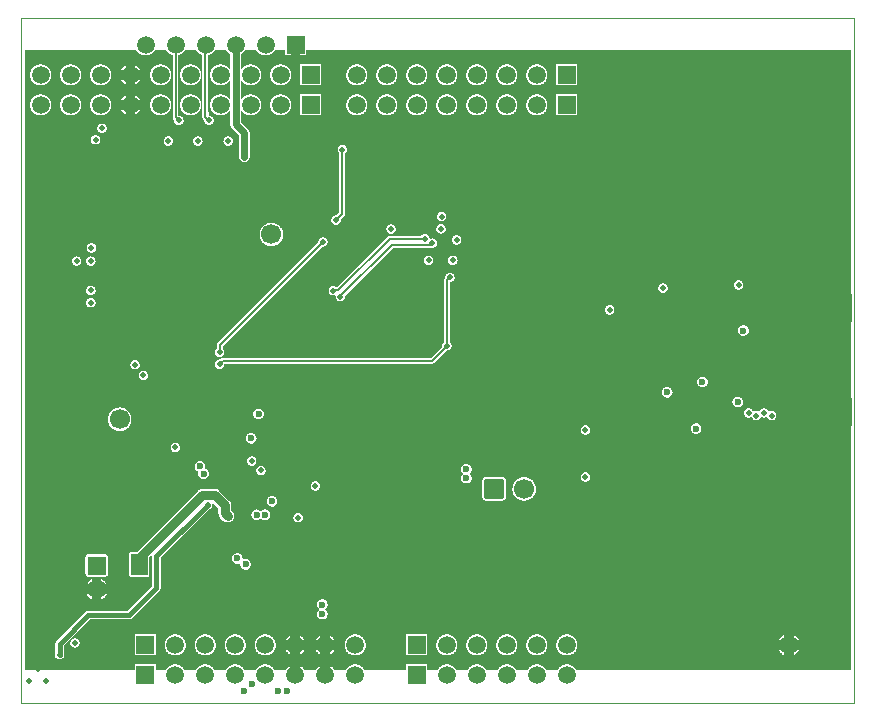
<source format=gbl>
%FSAX43Y43*%
%MOMM*%
G71*
G01*
G75*
G04 Layer_Physical_Order=4*
G04 Layer_Color=16711680*
%ADD10R,0.350X0.400*%
G04:AMPARAMS|DCode=11|XSize=2.4mm|YSize=2.4mm|CornerRadius=0.06mm|HoleSize=0mm|Usage=FLASHONLY|Rotation=270.000|XOffset=0mm|YOffset=0mm|HoleType=Round|Shape=RoundedRectangle|*
%AMROUNDEDRECTD11*
21,1,2.400,2.280,0,0,270.0*
21,1,2.280,2.400,0,0,270.0*
1,1,0.120,-1.140,-1.140*
1,1,0.120,-1.140,1.140*
1,1,0.120,1.140,1.140*
1,1,0.120,1.140,-1.140*
%
%ADD11ROUNDEDRECTD11*%
%ADD12O,0.300X0.800*%
%ADD13O,0.800X0.300*%
%ADD14R,0.500X0.500*%
%ADD15R,0.850X0.400*%
%ADD16R,0.650X0.650*%
G04:AMPARAMS|DCode=17|XSize=0.65mm|YSize=3.6mm|CornerRadius=0.033mm|HoleSize=0mm|Usage=FLASHONLY|Rotation=270.000|XOffset=0mm|YOffset=0mm|HoleType=Round|Shape=RoundedRectangle|*
%AMROUNDEDRECTD17*
21,1,0.650,3.535,0,0,270.0*
21,1,0.585,3.600,0,0,270.0*
1,1,0.065,-1.768,-0.292*
1,1,0.065,-1.768,0.292*
1,1,0.065,1.768,0.292*
1,1,0.065,1.768,-0.292*
%
%ADD17ROUNDEDRECTD17*%
%ADD18R,1.300X1.300*%
%ADD19R,5.309X2.007*%
%ADD20R,2.007X5.309*%
%ADD21R,0.650X0.650*%
%ADD22O,0.220X0.800*%
%ADD23O,0.800X0.220*%
G04:AMPARAMS|DCode=24|XSize=1.6mm|YSize=1.6mm|CornerRadius=0.04mm|HoleSize=0mm|Usage=FLASHONLY|Rotation=180.000|XOffset=0mm|YOffset=0mm|HoleType=Round|Shape=RoundedRectangle|*
%AMROUNDEDRECTD24*
21,1,1.600,1.520,0,0,180.0*
21,1,1.520,1.600,0,0,180.0*
1,1,0.080,-0.760,0.760*
1,1,0.080,0.760,0.760*
1,1,0.080,0.760,-0.760*
1,1,0.080,-0.760,-0.760*
%
%ADD24ROUNDEDRECTD24*%
G04:AMPARAMS|DCode=25|XSize=2.3mm|YSize=0.8mm|CornerRadius=0.08mm|HoleSize=0mm|Usage=FLASHONLY|Rotation=0.000|XOffset=0mm|YOffset=0mm|HoleType=Round|Shape=RoundedRectangle|*
%AMROUNDEDRECTD25*
21,1,2.300,0.640,0,0,0.0*
21,1,2.140,0.800,0,0,0.0*
1,1,0.160,1.070,-0.320*
1,1,0.160,-1.070,-0.320*
1,1,0.160,-1.070,0.320*
1,1,0.160,1.070,0.320*
%
%ADD25ROUNDEDRECTD25*%
%ADD26R,1.300X1.600*%
%ADD27R,0.850X0.750*%
%ADD28R,1.600X1.800*%
%ADD29R,1.300X1.300*%
%ADD30R,0.900X0.900*%
%ADD31R,0.900X0.900*%
%ADD32R,1.300X1.600*%
%ADD33R,2.380X1.650*%
%ADD34O,0.250X0.600*%
%ADD35R,1.000X0.800*%
%ADD36O,0.900X0.300*%
%ADD37O,0.300X0.900*%
%ADD38R,0.600X0.800*%
%ADD39R,0.300X0.500*%
%ADD40R,0.550X0.550*%
%ADD41R,4.200X1.905*%
%ADD42C,0.600*%
%ADD43C,0.400*%
%ADD44C,0.250*%
%ADD45C,1.000*%
%ADD46C,0.650*%
%ADD47C,0.200*%
%ADD48C,0.257*%
%ADD49C,0.800*%
%ADD50C,0.300*%
%ADD51C,0.500*%
%ADD52C,1.200*%
%ADD53C,1.300*%
%ADD54C,0.900*%
%ADD55C,0.350*%
%ADD56C,0.700*%
%ADD57C,0.150*%
%ADD58C,0.050*%
%ADD59C,1.600*%
%ADD60C,1.500*%
%ADD61R,1.500X1.500*%
G04:AMPARAMS|DCode=62|XSize=2.2mm|YSize=3.6mm|CornerRadius=0.11mm|HoleSize=0mm|Usage=FLASHONLY|Rotation=270.000|XOffset=0mm|YOffset=0mm|HoleType=Round|Shape=RoundedRectangle|*
%AMROUNDEDRECTD62*
21,1,2.200,3.380,0,0,270.0*
21,1,1.980,3.600,0,0,270.0*
1,1,0.220,-1.690,-0.990*
1,1,0.220,-1.690,0.990*
1,1,0.220,1.690,0.990*
1,1,0.220,1.690,-0.990*
%
%ADD62ROUNDEDRECTD62*%
G04:AMPARAMS|DCode=63|XSize=1.6mm|YSize=1.6mm|CornerRadius=0.08mm|HoleSize=0mm|Usage=FLASHONLY|Rotation=270.000|XOffset=0mm|YOffset=0mm|HoleType=Round|Shape=RoundedRectangle|*
%AMROUNDEDRECTD63*
21,1,1.600,1.440,0,0,270.0*
21,1,1.440,1.600,0,0,270.0*
1,1,0.160,-0.720,-0.720*
1,1,0.160,-0.720,0.720*
1,1,0.160,0.720,0.720*
1,1,0.160,0.720,-0.720*
%
%ADD63ROUNDEDRECTD63*%
%ADD64C,1.700*%
G04:AMPARAMS|DCode=65|XSize=1.7mm|YSize=1.7mm|CornerRadius=0.17mm|HoleSize=0mm|Usage=FLASHONLY|Rotation=0.000|XOffset=0mm|YOffset=0mm|HoleType=Round|Shape=RoundedRectangle|*
%AMROUNDEDRECTD65*
21,1,1.700,1.360,0,0,0.0*
21,1,1.360,1.700,0,0,0.0*
1,1,0.340,0.680,-0.680*
1,1,0.340,-0.680,-0.680*
1,1,0.340,-0.680,0.680*
1,1,0.340,0.680,0.680*
%
%ADD65ROUNDEDRECTD65*%
%ADD66R,4.200X2.413*%
%ADD67C,0.400*%
%ADD68C,0.500*%
%ADD69C,0.600*%
%ADD70C,0.660*%
G36*
X0023630Y0054790D02*
X0024130D01*
Y0055250D01*
X0070300D01*
Y0002750D01*
X0047006D01*
X0046980Y0002800D01*
X0046938Y0002867D01*
X0046890Y0002929D01*
X0046837Y0002987D01*
X0046779Y0003040D01*
X0046717Y0003088D01*
X0046650Y0003130D01*
X0046581Y0003166D01*
X0046508Y0003197D01*
X0046433Y0003220D01*
X0046356Y0003237D01*
X0046279Y0003247D01*
X0046200Y0003251D01*
X0046121Y0003247D01*
X0046044Y0003237D01*
X0045967Y0003220D01*
X0045892Y0003197D01*
X0045819Y0003166D01*
X0045750Y0003130D01*
X0045683Y0003088D01*
X0045621Y0003040D01*
X0045563Y0002987D01*
X0045510Y0002929D01*
X0045462Y0002867D01*
X0045420Y0002800D01*
X0045394Y0002750D01*
X0044466D01*
X0044440Y0002800D01*
X0044398Y0002867D01*
X0044350Y0002929D01*
X0044297Y0002987D01*
X0044239Y0003040D01*
X0044177Y0003088D01*
X0044110Y0003130D01*
X0044041Y0003166D01*
X0043968Y0003197D01*
X0043893Y0003220D01*
X0043816Y0003237D01*
X0043739Y0003247D01*
X0043660Y0003251D01*
X0043581Y0003247D01*
X0043504Y0003237D01*
X0043427Y0003220D01*
X0043352Y0003197D01*
X0043279Y0003166D01*
X0043210Y0003130D01*
X0043143Y0003088D01*
X0043081Y0003040D01*
X0043023Y0002987D01*
X0042970Y0002929D01*
X0042922Y0002867D01*
X0042880Y0002800D01*
X0042854Y0002750D01*
X0041926D01*
X0041900Y0002800D01*
X0041858Y0002867D01*
X0041810Y0002929D01*
X0041757Y0002987D01*
X0041699Y0003040D01*
X0041637Y0003088D01*
X0041570Y0003130D01*
X0041501Y0003166D01*
X0041428Y0003197D01*
X0041353Y0003220D01*
X0041276Y0003237D01*
X0041199Y0003247D01*
X0041120Y0003251D01*
X0041041Y0003247D01*
X0040964Y0003237D01*
X0040887Y0003220D01*
X0040812Y0003197D01*
X0040739Y0003166D01*
X0040670Y0003130D01*
X0040603Y0003088D01*
X0040541Y0003040D01*
X0040483Y0002987D01*
X0040430Y0002929D01*
X0040382Y0002867D01*
X0040340Y0002800D01*
X0040314Y0002750D01*
X0039386D01*
X0039360Y0002800D01*
X0039318Y0002867D01*
X0039270Y0002929D01*
X0039217Y0002987D01*
X0039159Y0003040D01*
X0039097Y0003088D01*
X0039030Y0003130D01*
X0038961Y0003166D01*
X0038888Y0003197D01*
X0038813Y0003220D01*
X0038736Y0003237D01*
X0038659Y0003247D01*
X0038580Y0003251D01*
X0038501Y0003247D01*
X0038424Y0003237D01*
X0038347Y0003220D01*
X0038272Y0003197D01*
X0038199Y0003166D01*
X0038130Y0003130D01*
X0038063Y0003088D01*
X0038001Y0003040D01*
X0037943Y0002987D01*
X0037890Y0002929D01*
X0037842Y0002867D01*
X0037800Y0002800D01*
X0037774Y0002750D01*
X0036846D01*
X0036820Y0002800D01*
X0036778Y0002867D01*
X0036730Y0002929D01*
X0036677Y0002987D01*
X0036619Y0003040D01*
X0036557Y0003088D01*
X0036490Y0003130D01*
X0036421Y0003166D01*
X0036348Y0003197D01*
X0036273Y0003220D01*
X0036196Y0003237D01*
X0036119Y0003247D01*
X0036040Y0003251D01*
X0035961Y0003247D01*
X0035884Y0003237D01*
X0035807Y0003220D01*
X0035732Y0003197D01*
X0035659Y0003166D01*
X0035590Y0003130D01*
X0035523Y0003088D01*
X0035461Y0003040D01*
X0035403Y0002987D01*
X0035350Y0002929D01*
X0035302Y0002867D01*
X0035260Y0002800D01*
X0035234Y0002750D01*
X0034400D01*
Y0003250D01*
X0032600D01*
Y0002750D01*
X0029086D01*
X0029060Y0002800D01*
X0029018Y0002867D01*
X0028970Y0002929D01*
X0028917Y0002987D01*
X0028859Y0003040D01*
X0028797Y0003088D01*
X0028730Y0003130D01*
X0028661Y0003166D01*
X0028588Y0003197D01*
X0028513Y0003220D01*
X0028436Y0003237D01*
X0028359Y0003247D01*
X0028280Y0003251D01*
X0028201Y0003247D01*
X0028124Y0003237D01*
X0028047Y0003220D01*
X0027972Y0003197D01*
X0027899Y0003166D01*
X0027830Y0003130D01*
X0027763Y0003088D01*
X0027701Y0003040D01*
X0027643Y0002987D01*
X0027590Y0002929D01*
X0027542Y0002867D01*
X0027500Y0002800D01*
X0027474Y0002750D01*
X0026546D01*
X0026520Y0002800D01*
X0026478Y0002867D01*
X0026430Y0002929D01*
X0026377Y0002987D01*
X0026319Y0003040D01*
X0026257Y0003088D01*
X0026190Y0003130D01*
X0026140Y0003156D01*
Y0002350D01*
X0025340D01*
Y0003156D01*
X0025290Y0003130D01*
X0025223Y0003088D01*
X0025161Y0003040D01*
X0025103Y0002987D01*
X0025050Y0002929D01*
X0025002Y0002867D01*
X0024960Y0002800D01*
X0024934Y0002750D01*
X0024006D01*
X0023980Y0002800D01*
X0023938Y0002867D01*
X0023890Y0002929D01*
X0023837Y0002987D01*
X0023779Y0003040D01*
X0023717Y0003088D01*
X0023650Y0003130D01*
X0023600Y0003156D01*
Y0002350D01*
X0022800D01*
Y0003156D01*
X0022750Y0003130D01*
X0022683Y0003088D01*
X0022621Y0003040D01*
X0022563Y0002987D01*
X0022510Y0002929D01*
X0022462Y0002867D01*
X0022420Y0002800D01*
X0022394Y0002750D01*
X0021466D01*
X0021440Y0002800D01*
X0021398Y0002867D01*
X0021350Y0002929D01*
X0021297Y0002987D01*
X0021239Y0003040D01*
X0021177Y0003088D01*
X0021110Y0003130D01*
X0021041Y0003166D01*
X0020968Y0003197D01*
X0020893Y0003220D01*
X0020816Y0003237D01*
X0020739Y0003247D01*
X0020660Y0003251D01*
X0020581Y0003247D01*
X0020504Y0003237D01*
X0020427Y0003220D01*
X0020352Y0003197D01*
X0020279Y0003166D01*
X0020210Y0003130D01*
X0020143Y0003088D01*
X0020081Y0003040D01*
X0020023Y0002987D01*
X0019970Y0002929D01*
X0019922Y0002867D01*
X0019880Y0002800D01*
X0019854Y0002750D01*
X0018926D01*
X0018900Y0002800D01*
X0018858Y0002867D01*
X0018810Y0002929D01*
X0018757Y0002987D01*
X0018699Y0003040D01*
X0018637Y0003088D01*
X0018570Y0003130D01*
X0018501Y0003166D01*
X0018428Y0003197D01*
X0018353Y0003220D01*
X0018276Y0003237D01*
X0018199Y0003247D01*
X0018120Y0003251D01*
X0018041Y0003247D01*
X0017964Y0003237D01*
X0017887Y0003220D01*
X0017812Y0003197D01*
X0017739Y0003166D01*
X0017670Y0003130D01*
X0017603Y0003088D01*
X0017541Y0003040D01*
X0017483Y0002987D01*
X0017430Y0002929D01*
X0017382Y0002867D01*
X0017340Y0002800D01*
X0017314Y0002750D01*
X0016386D01*
X0016360Y0002800D01*
X0016318Y0002867D01*
X0016270Y0002929D01*
X0016217Y0002987D01*
X0016159Y0003040D01*
X0016097Y0003088D01*
X0016030Y0003130D01*
X0015961Y0003166D01*
X0015888Y0003197D01*
X0015813Y0003220D01*
X0015736Y0003237D01*
X0015659Y0003247D01*
X0015580Y0003251D01*
X0015501Y0003247D01*
X0015424Y0003237D01*
X0015347Y0003220D01*
X0015272Y0003197D01*
X0015199Y0003166D01*
X0015130Y0003130D01*
X0015063Y0003088D01*
X0015001Y0003040D01*
X0014943Y0002987D01*
X0014890Y0002929D01*
X0014842Y0002867D01*
X0014800Y0002800D01*
X0014774Y0002750D01*
X0013846D01*
X0013820Y0002800D01*
X0013778Y0002867D01*
X0013730Y0002929D01*
X0013677Y0002987D01*
X0013619Y0003040D01*
X0013557Y0003088D01*
X0013490Y0003130D01*
X0013421Y0003166D01*
X0013348Y0003197D01*
X0013273Y0003220D01*
X0013196Y0003237D01*
X0013119Y0003247D01*
X0013040Y0003251D01*
X0012961Y0003247D01*
X0012884Y0003237D01*
X0012807Y0003220D01*
X0012732Y0003197D01*
X0012659Y0003166D01*
X0012590Y0003130D01*
X0012523Y0003088D01*
X0012461Y0003040D01*
X0012403Y0002987D01*
X0012350Y0002929D01*
X0012302Y0002867D01*
X0012260Y0002800D01*
X0012234Y0002750D01*
X0011400D01*
Y0003250D01*
X0009600D01*
Y0002750D01*
X0000350D01*
Y0055250D01*
X0009744D01*
X0009750Y0055240D01*
X0009792Y0055173D01*
X0009840Y0055111D01*
X0009893Y0055053D01*
X0009951Y0055000D01*
X0010013Y0054952D01*
X0010080Y0054910D01*
X0010149Y0054874D01*
X0010222Y0054843D01*
X0010297Y0054820D01*
X0010374Y0054803D01*
X0010451Y0054793D01*
X0010530Y0054789D01*
X0010609Y0054793D01*
X0010686Y0054803D01*
X0010763Y0054820D01*
X0010838Y0054843D01*
X0010911Y0054874D01*
X0010980Y0054910D01*
X0011047Y0054952D01*
X0011109Y0055000D01*
X0011167Y0055053D01*
X0011220Y0055111D01*
X0011268Y0055173D01*
X0011310Y0055240D01*
X0011316Y0055250D01*
X0012284D01*
X0012290Y0055240D01*
X0012332Y0055173D01*
X0012380Y0055111D01*
X0012433Y0055053D01*
X0012491Y0055000D01*
X0012553Y0054952D01*
X0012620Y0054910D01*
X0012689Y0054874D01*
X0012762Y0054843D01*
X0012819Y0054825D01*
Y0049580D01*
X0012822Y0049541D01*
X0012832Y0049503D01*
X0012847Y0049466D01*
X0012867Y0049433D01*
X0012893Y0049403D01*
X0012952Y0049343D01*
X0012949Y0049300D01*
X0012953Y0049248D01*
X0012963Y0049196D01*
X0012980Y0049147D01*
X0013003Y0049100D01*
X0013032Y0049056D01*
X0013067Y0049017D01*
X0013106Y0048982D01*
X0013150Y0048953D01*
X0013197Y0048930D01*
X0013246Y0048913D01*
X0013298Y0048903D01*
X0013350Y0048899D01*
X0013402Y0048903D01*
X0013454Y0048913D01*
X0013503Y0048930D01*
X0013550Y0048953D01*
X0013594Y0048982D01*
X0013633Y0049017D01*
X0013668Y0049056D01*
X0013697Y0049100D01*
X0013720Y0049147D01*
X0013737Y0049196D01*
X0013747Y0049248D01*
X0013751Y0049300D01*
X0013747Y0049352D01*
X0013737Y0049404D01*
X0013720Y0049453D01*
X0013697Y0049500D01*
X0013668Y0049544D01*
X0013633Y0049583D01*
X0013594Y0049618D01*
X0013550Y0049647D01*
X0013503Y0049670D01*
X0013454Y0049687D01*
X0013402Y0049697D01*
X0013350Y0049701D01*
X0013321Y0049728D01*
Y0054825D01*
X0013378Y0054843D01*
X0013451Y0054874D01*
X0013520Y0054910D01*
X0013587Y0054952D01*
X0013649Y0055000D01*
X0013707Y0055053D01*
X0013760Y0055111D01*
X0013808Y0055173D01*
X0013850Y0055240D01*
X0013856Y0055250D01*
X0014824D01*
X0014830Y0055240D01*
X0014872Y0055173D01*
X0014920Y0055111D01*
X0014973Y0055053D01*
X0015031Y0055000D01*
X0015093Y0054952D01*
X0015160Y0054910D01*
X0015229Y0054874D01*
X0015302Y0054843D01*
X0015349Y0054829D01*
Y0049600D01*
X0015349Y0049600D01*
X0015349D01*
X0015352Y0049561D01*
X0015361Y0049523D01*
X0015377Y0049486D01*
X0015397Y0049453D01*
X0015423Y0049423D01*
X0015502Y0049343D01*
X0015499Y0049300D01*
X0015503Y0049248D01*
X0015513Y0049196D01*
X0015530Y0049147D01*
X0015553Y0049100D01*
X0015582Y0049056D01*
X0015617Y0049017D01*
X0015656Y0048982D01*
X0015700Y0048953D01*
X0015747Y0048930D01*
X0015796Y0048913D01*
X0015848Y0048903D01*
X0015900Y0048899D01*
X0015952Y0048903D01*
X0016004Y0048913D01*
X0016053Y0048930D01*
X0016100Y0048953D01*
X0016144Y0048982D01*
X0016183Y0049017D01*
X0016218Y0049056D01*
X0016247Y0049100D01*
X0016270Y0049147D01*
X0016287Y0049196D01*
X0016297Y0049248D01*
X0016301Y0049300D01*
X0016297Y0049352D01*
X0016287Y0049404D01*
X0016270Y0049453D01*
X0016247Y0049500D01*
X0016218Y0049544D01*
X0016183Y0049583D01*
X0016144Y0049618D01*
X0016100Y0049647D01*
X0016053Y0049670D01*
X0016004Y0049687D01*
X0015952Y0049697D01*
X0015900Y0049701D01*
X0015851Y0050452D01*
Y0054822D01*
X0015918Y0054843D01*
X0015991Y0054874D01*
X0016060Y0054910D01*
X0016127Y0054952D01*
X0016189Y0055000D01*
X0016247Y0055053D01*
X0016300Y0055111D01*
X0016348Y0055173D01*
X0016390Y0055240D01*
X0016396Y0055250D01*
X0017364D01*
X0017370Y0055240D01*
X0017412Y0055173D01*
X0017460Y0055111D01*
X0017513Y0055053D01*
X0017571Y0055000D01*
X0017633Y0054952D01*
X0017699Y0054910D01*
Y0053673D01*
X0017627Y0053652D01*
X0017618Y0053667D01*
X0017570Y0053729D01*
X0017517Y0053787D01*
X0017459Y0053840D01*
X0017397Y0053888D01*
X0017330Y0053930D01*
X0017261Y0053966D01*
X0017188Y0053997D01*
X0017113Y0054020D01*
X0017036Y0054037D01*
X0016959Y0054047D01*
X0016880Y0054051D01*
X0016801Y0054047D01*
X0016724Y0054037D01*
X0016647Y0054020D01*
X0016572Y0053997D01*
X0016499Y0053966D01*
X0016430Y0053930D01*
X0016363Y0053888D01*
X0016301Y0053840D01*
X0016243Y0053787D01*
X0016190Y0053729D01*
X0016142Y0053667D01*
X0016100Y0053600D01*
X0016064Y0053531D01*
X0016033Y0053458D01*
X0016010Y0053383D01*
X0015993Y0053306D01*
X0015983Y0053229D01*
X0015979Y0053150D01*
X0015983Y0053071D01*
X0015993Y0052994D01*
X0016010Y0052917D01*
X0016033Y0052842D01*
X0016064Y0052769D01*
X0016100Y0052700D01*
X0016142Y0052633D01*
X0016190Y0052571D01*
X0016243Y0052513D01*
X0016301Y0052460D01*
X0016363Y0052412D01*
X0016430Y0052370D01*
X0016499Y0052334D01*
X0016572Y0052303D01*
X0016647Y0052280D01*
X0016724Y0052263D01*
X0016801Y0052253D01*
X0016880Y0052249D01*
X0016959Y0052253D01*
X0017036Y0052263D01*
X0017113Y0052280D01*
X0017188Y0052303D01*
X0017261Y0052334D01*
X0017330Y0052370D01*
X0017397Y0052412D01*
X0017459Y0052460D01*
X0017517Y0052513D01*
X0017570Y0052571D01*
X0017618Y0052633D01*
X0017627Y0052648D01*
X0017699Y0052627D01*
Y0051133D01*
X0017627Y0051112D01*
X0017618Y0051127D01*
X0017570Y0051189D01*
X0017517Y0051247D01*
X0017459Y0051300D01*
X0017397Y0051348D01*
X0017330Y0051390D01*
X0017261Y0051426D01*
X0017188Y0051457D01*
X0017113Y0051480D01*
X0017036Y0051497D01*
X0016959Y0051507D01*
X0016880Y0051511D01*
X0016801Y0051507D01*
X0016724Y0051497D01*
X0016647Y0051480D01*
X0016572Y0051457D01*
X0016499Y0051426D01*
X0016430Y0051390D01*
X0016363Y0051348D01*
X0016301Y0051300D01*
X0016243Y0051247D01*
X0016190Y0051189D01*
X0016142Y0051127D01*
X0016100Y0051060D01*
X0016064Y0050991D01*
X0016033Y0050918D01*
X0016010Y0050843D01*
X0015993Y0050766D01*
X0015983Y0050689D01*
X0015979Y0050610D01*
X0015983Y0050531D01*
X0015993Y0050454D01*
X0016010Y0050377D01*
X0016033Y0050302D01*
X0016064Y0050229D01*
X0016100Y0050160D01*
X0016142Y0050093D01*
X0016190Y0050031D01*
X0016243Y0049973D01*
X0016301Y0049920D01*
X0016363Y0049872D01*
X0016430Y0049830D01*
X0016499Y0049794D01*
X0016572Y0049763D01*
X0016647Y0049740D01*
X0016724Y0049723D01*
X0016801Y0049713D01*
X0016880Y0049709D01*
X0016959Y0049713D01*
X0017036Y0049723D01*
X0017113Y0049740D01*
X0017188Y0049763D01*
X0017261Y0049794D01*
X0017330Y0049830D01*
X0017397Y0049872D01*
X0017459Y0049920D01*
X0017517Y0049973D01*
X0017570Y0050031D01*
X0017618Y0050093D01*
X0017627Y0050108D01*
X0017699Y0050087D01*
Y0048963D01*
X0017703Y0048904D01*
X0017714Y0048846D01*
X0017733Y0048790D01*
X0017759Y0048737D01*
X0017792Y0048688D01*
X0017831Y0048644D01*
X0018444Y0048031D01*
Y0046217D01*
X0018448Y0046158D01*
X0018460Y0046100D01*
X0018479Y0046044D01*
X0018505Y0045991D01*
X0018537Y0045942D01*
X0018576Y0045898D01*
X0018621Y0045859D01*
X0018670Y0045826D01*
X0018723Y0045800D01*
X0018778Y0045781D01*
X0018836Y0045770D01*
X0018895Y0045766D01*
X0018954Y0045770D01*
X0019012Y0045781D01*
X0019068Y0045800D01*
X0019121Y0045826D01*
X0019170Y0045859D01*
X0019214Y0045898D01*
X0019253Y0045942D01*
X0019286Y0045991D01*
X0019312Y0046044D01*
X0019331Y0046100D01*
X0019342Y0046158D01*
X0019346Y0046217D01*
Y0048218D01*
X0019342Y0048276D01*
X0019331Y0048334D01*
X0019312Y0048390D01*
X0019286Y0048443D01*
X0019253Y0048492D01*
X0019214Y0048536D01*
X0018601Y0049150D01*
Y0050087D01*
X0018673Y0050108D01*
X0018682Y0050093D01*
X0018730Y0050031D01*
X0018783Y0049973D01*
X0018841Y0049920D01*
X0018903Y0049872D01*
X0018970Y0049830D01*
X0019039Y0049794D01*
X0019112Y0049763D01*
X0019187Y0049740D01*
X0019264Y0049723D01*
X0019341Y0049713D01*
X0019420Y0049709D01*
X0019499Y0049713D01*
X0019576Y0049723D01*
X0019653Y0049740D01*
X0019728Y0049763D01*
X0019801Y0049794D01*
X0019870Y0049830D01*
X0019937Y0049872D01*
X0019999Y0049920D01*
X0020057Y0049973D01*
X0020110Y0050031D01*
X0020158Y0050093D01*
X0020200Y0050160D01*
X0020236Y0050229D01*
X0020267Y0050302D01*
X0020290Y0050377D01*
X0020307Y0050454D01*
X0020317Y0050531D01*
X0020321Y0050610D01*
X0020317Y0050689D01*
X0020307Y0050766D01*
X0020290Y0050843D01*
X0020267Y0050918D01*
X0020236Y0050991D01*
X0020200Y0051060D01*
X0020158Y0051127D01*
X0020110Y0051189D01*
X0020057Y0051247D01*
X0019999Y0051300D01*
X0019937Y0051348D01*
X0019870Y0051390D01*
X0019801Y0051426D01*
X0019728Y0051457D01*
X0019653Y0051480D01*
X0019576Y0051497D01*
X0019499Y0051507D01*
X0019420Y0051511D01*
X0019341Y0051507D01*
X0019264Y0051497D01*
X0019187Y0051480D01*
X0019112Y0051457D01*
X0019039Y0051426D01*
X0018970Y0051390D01*
X0018903Y0051348D01*
X0018841Y0051300D01*
X0018783Y0051247D01*
X0018730Y0051189D01*
X0018682Y0051127D01*
X0018673Y0051112D01*
X0018601Y0051133D01*
Y0052627D01*
X0018673Y0052648D01*
X0018682Y0052633D01*
X0018730Y0052571D01*
X0018783Y0052513D01*
X0018841Y0052460D01*
X0018903Y0052412D01*
X0018970Y0052370D01*
X0019039Y0052334D01*
X0019112Y0052303D01*
X0019187Y0052280D01*
X0019264Y0052263D01*
X0019341Y0052253D01*
X0019420Y0052249D01*
X0019499Y0052253D01*
X0019576Y0052263D01*
X0019653Y0052280D01*
X0019728Y0052303D01*
X0019801Y0052334D01*
X0019870Y0052370D01*
X0019937Y0052412D01*
X0019999Y0052460D01*
X0020057Y0052513D01*
X0020110Y0052571D01*
X0020158Y0052633D01*
X0020200Y0052700D01*
X0020236Y0052769D01*
X0020267Y0052842D01*
X0020290Y0052917D01*
X0020307Y0052994D01*
X0020317Y0053071D01*
X0020321Y0053150D01*
X0020317Y0053229D01*
X0020307Y0053306D01*
X0020290Y0053383D01*
X0020267Y0053458D01*
X0020236Y0053531D01*
X0020200Y0053600D01*
X0020158Y0053667D01*
X0020110Y0053729D01*
X0020057Y0053787D01*
X0019999Y0053840D01*
X0019937Y0053888D01*
X0019870Y0053930D01*
X0019801Y0053966D01*
X0019728Y0053997D01*
X0019653Y0054020D01*
X0019576Y0054037D01*
X0019499Y0054047D01*
X0019420Y0054051D01*
X0019341Y0054047D01*
X0019264Y0054037D01*
X0019187Y0054020D01*
X0019112Y0053997D01*
X0019039Y0053966D01*
X0018970Y0053930D01*
X0018903Y0053888D01*
X0018841Y0053840D01*
X0018783Y0053787D01*
X0018730Y0053729D01*
X0018682Y0053667D01*
X0018673Y0053652D01*
X0018601Y0053673D01*
Y0054910D01*
X0018667Y0054952D01*
X0018729Y0055000D01*
X0018787Y0055053D01*
X0018840Y0055111D01*
X0018888Y0055173D01*
X0018930Y0055240D01*
X0018936Y0055250D01*
X0019904D01*
X0019910Y0055240D01*
X0019952Y0055173D01*
X0020000Y0055111D01*
X0020053Y0055053D01*
X0020111Y0055000D01*
X0020173Y0054952D01*
X0020240Y0054910D01*
X0020309Y0054874D01*
X0020382Y0054843D01*
X0020457Y0054820D01*
X0020534Y0054803D01*
X0020611Y0054793D01*
X0020690Y0054789D01*
X0020769Y0054793D01*
X0020846Y0054803D01*
X0020923Y0054820D01*
X0020998Y0054843D01*
X0021071Y0054874D01*
X0021140Y0054910D01*
X0021207Y0054952D01*
X0021269Y0055000D01*
X0021327Y0055053D01*
X0021380Y0055111D01*
X0021428Y0055173D01*
X0021470Y0055240D01*
X0021476Y0055250D01*
X0022330D01*
Y0054790D01*
X0022830D01*
Y0055690D01*
X0023630D01*
Y0054790D01*
D02*
G37*
%LPC*%
G36*
X0037700Y0020201D02*
X0037641Y0020197D01*
X0037583Y0020186D01*
X0037527Y0020167D01*
X0037475Y0020141D01*
X0037425Y0020108D01*
X0037381Y0020069D01*
X0037342Y0020025D01*
X0037309Y0019975D01*
X0037283Y0019923D01*
X0037264Y0019867D01*
X0037253Y0019809D01*
X0037249Y0019750D01*
X0037253Y0019691D01*
X0037264Y0019633D01*
X0037283Y0019577D01*
X0037309Y0019525D01*
X0037342Y0019475D01*
X0037381Y0019431D01*
X0037402Y0019413D01*
Y0019337D01*
X0037381Y0019319D01*
X0037342Y0019275D01*
X0037309Y0019225D01*
X0037283Y0019173D01*
X0037264Y0019117D01*
X0037253Y0019059D01*
X0037249Y0019000D01*
X0037253Y0018941D01*
X0037264Y0018883D01*
X0037283Y0018827D01*
X0037309Y0018775D01*
X0037342Y0018725D01*
X0037381Y0018681D01*
X0037425Y0018642D01*
X0037475Y0018609D01*
X0037527Y0018583D01*
X0037583Y0018564D01*
X0037641Y0018553D01*
X0037700Y0018549D01*
X0037759Y0018553D01*
X0037817Y0018564D01*
X0037873Y0018583D01*
X0037925Y0018609D01*
X0037975Y0018642D01*
X0038019Y0018681D01*
X0038058Y0018725D01*
X0038091Y0018775D01*
X0038117Y0018827D01*
X0038136Y0018883D01*
X0038147Y0018941D01*
X0038151Y0019000D01*
X0038147Y0019059D01*
X0038136Y0019117D01*
X0038117Y0019173D01*
X0038091Y0019225D01*
X0038058Y0019275D01*
X0038019Y0019319D01*
X0037998Y0019337D01*
Y0019413D01*
X0038019Y0019431D01*
X0038058Y0019475D01*
X0038091Y0019525D01*
X0038117Y0019577D01*
X0038136Y0019633D01*
X0038147Y0019691D01*
X0038151Y0019750D01*
X0038147Y0019809D01*
X0038136Y0019867D01*
X0038117Y0019923D01*
X0038091Y0019975D01*
X0038058Y0020025D01*
X0038019Y0020069D01*
X0037975Y0020108D01*
X0037925Y0020141D01*
X0037873Y0020167D01*
X0037817Y0020186D01*
X0037759Y0020197D01*
X0037700Y0020201D01*
D02*
G37*
G36*
X0024909Y0018742D02*
X0024856Y0018739D01*
X0024805Y0018728D01*
X0024755Y0018712D01*
X0024708Y0018688D01*
X0024665Y0018659D01*
X0024625Y0018625D01*
X0024591Y0018585D01*
X0024562Y0018542D01*
X0024538Y0018495D01*
X0024522Y0018445D01*
X0024511Y0018394D01*
X0024508Y0018341D01*
X0024511Y0018289D01*
X0024522Y0018238D01*
X0024538Y0018188D01*
X0024562Y0018141D01*
X0024591Y0018097D01*
X0024625Y0018058D01*
X0024665Y0018023D01*
X0024708Y0017994D01*
X0024755Y0017971D01*
X0024805Y0017954D01*
X0024856Y0017944D01*
X0024909Y0017940D01*
X0024961Y0017944D01*
X0025012Y0017954D01*
X0025062Y0017971D01*
X0025109Y0017994D01*
X0025153Y0018023D01*
X0025192Y0018058D01*
X0025227Y0018097D01*
X0025256Y0018141D01*
X0025279Y0018188D01*
X0025296Y0018238D01*
X0025306Y0018289D01*
X0025310Y0018341D01*
X0025306Y0018394D01*
X0025296Y0018445D01*
X0025279Y0018495D01*
X0025256Y0018542D01*
X0025227Y0018585D01*
X0025192Y0018625D01*
X0025153Y0018659D01*
X0025109Y0018688D01*
X0025062Y0018712D01*
X0025012Y0018728D01*
X0024961Y0018739D01*
X0024909Y0018742D01*
D02*
G37*
G36*
X0042590Y0019101D02*
X0042503Y0019097D01*
X0042416Y0019086D01*
X0042331Y0019067D01*
X0042248Y0019041D01*
X0042167Y0019007D01*
X0042090Y0018967D01*
X0042016Y0018920D01*
X0041947Y0018867D01*
X0041882Y0018808D01*
X0041823Y0018743D01*
X0041770Y0018674D01*
X0041723Y0018600D01*
X0041683Y0018523D01*
X0041649Y0018442D01*
X0041623Y0018359D01*
X0041604Y0018274D01*
X0041593Y0018187D01*
X0041589Y0018100D01*
X0041593Y0018013D01*
X0041604Y0017926D01*
X0041623Y0017841D01*
X0041649Y0017758D01*
X0041683Y0017677D01*
X0041723Y0017600D01*
X0041770Y0017526D01*
X0041823Y0017457D01*
X0041882Y0017392D01*
X0041947Y0017333D01*
X0042016Y0017280D01*
X0042090Y0017233D01*
X0042167Y0017193D01*
X0042248Y0017159D01*
X0042331Y0017133D01*
X0042416Y0017114D01*
X0042503Y0017103D01*
X0042590Y0017099D01*
X0042677Y0017103D01*
X0042764Y0017114D01*
X0042849Y0017133D01*
X0042932Y0017159D01*
X0043013Y0017193D01*
X0043090Y0017233D01*
X0043164Y0017280D01*
X0043233Y0017333D01*
X0043298Y0017392D01*
X0043357Y0017457D01*
X0043410Y0017526D01*
X0043457Y0017600D01*
X0043497Y0017677D01*
X0043531Y0017758D01*
X0043557Y0017841D01*
X0043576Y0017926D01*
X0043587Y0018013D01*
X0043591Y0018100D01*
X0043587Y0018187D01*
X0043576Y0018274D01*
X0043557Y0018359D01*
X0043531Y0018442D01*
X0043497Y0018523D01*
X0043457Y0018600D01*
X0043410Y0018674D01*
X0043357Y0018743D01*
X0043298Y0018808D01*
X0043233Y0018867D01*
X0043164Y0018920D01*
X0043090Y0018967D01*
X0043013Y0019007D01*
X0042932Y0019041D01*
X0042849Y0019067D01*
X0042764Y0019086D01*
X0042677Y0019097D01*
X0042590Y0019101D01*
D02*
G37*
G36*
X0047775Y0019501D02*
X0047723Y0019497D01*
X0047671Y0019487D01*
X0047622Y0019470D01*
X0047575Y0019447D01*
X0047531Y0019418D01*
X0047492Y0019383D01*
X0047457Y0019344D01*
X0047428Y0019300D01*
X0047405Y0019253D01*
X0047388Y0019204D01*
X0047378Y0019152D01*
X0047374Y0019100D01*
X0047378Y0019048D01*
X0047388Y0018996D01*
X0047405Y0018947D01*
X0047428Y0018900D01*
X0047457Y0018856D01*
X0047492Y0018817D01*
X0047531Y0018782D01*
X0047575Y0018753D01*
X0047622Y0018730D01*
X0047671Y0018713D01*
X0047723Y0018703D01*
X0047775Y0018699D01*
X0047827Y0018703D01*
X0047879Y0018713D01*
X0047928Y0018730D01*
X0047975Y0018753D01*
X0048019Y0018782D01*
X0048058Y0018817D01*
X0048093Y0018856D01*
X0048122Y0018900D01*
X0048145Y0018947D01*
X0048162Y0018996D01*
X0048172Y0019048D01*
X0048176Y0019100D01*
X0048172Y0019152D01*
X0048162Y0019204D01*
X0048145Y0019253D01*
X0048122Y0019300D01*
X0048093Y0019344D01*
X0048058Y0019383D01*
X0048019Y0019418D01*
X0047975Y0019447D01*
X0047928Y0019470D01*
X0047879Y0019487D01*
X0047827Y0019497D01*
X0047775Y0019501D01*
D02*
G37*
G36*
X0019525Y0020851D02*
X0019473Y0020847D01*
X0019421Y0020837D01*
X0019372Y0020820D01*
X0019325Y0020797D01*
X0019281Y0020768D01*
X0019242Y0020733D01*
X0019207Y0020694D01*
X0019178Y0020650D01*
X0019155Y0020603D01*
X0019138Y0020554D01*
X0019128Y0020502D01*
X0019124Y0020450D01*
X0019128Y0020398D01*
X0019138Y0020346D01*
X0019155Y0020297D01*
X0019178Y0020250D01*
X0019207Y0020206D01*
X0019242Y0020167D01*
X0019281Y0020132D01*
X0019325Y0020103D01*
X0019372Y0020080D01*
X0019421Y0020063D01*
X0019473Y0020053D01*
X0019525Y0020049D01*
X0019577Y0020053D01*
X0019629Y0020063D01*
X0019678Y0020080D01*
X0019725Y0020103D01*
X0019769Y0020132D01*
X0019808Y0020167D01*
X0019843Y0020206D01*
X0019872Y0020250D01*
X0019895Y0020297D01*
X0019912Y0020346D01*
X0019922Y0020398D01*
X0019926Y0020450D01*
X0019922Y0020502D01*
X0019912Y0020554D01*
X0019895Y0020603D01*
X0019872Y0020650D01*
X0019843Y0020694D01*
X0019808Y0020733D01*
X0019769Y0020768D01*
X0019725Y0020797D01*
X0019678Y0020820D01*
X0019629Y0020837D01*
X0019577Y0020847D01*
X0019525Y0020851D01*
D02*
G37*
G36*
X0020300Y0020051D02*
X0020248Y0020047D01*
X0020196Y0020037D01*
X0020147Y0020020D01*
X0020100Y0019997D01*
X0020056Y0019968D01*
X0020017Y0019933D01*
X0019982Y0019894D01*
X0019953Y0019850D01*
X0019930Y0019803D01*
X0019913Y0019754D01*
X0019903Y0019702D01*
X0019899Y0019650D01*
X0019903Y0019598D01*
X0019913Y0019546D01*
X0019930Y0019497D01*
X0019953Y0019450D01*
X0019982Y0019406D01*
X0020017Y0019367D01*
X0020056Y0019332D01*
X0020100Y0019303D01*
X0020147Y0019280D01*
X0020196Y0019263D01*
X0020248Y0019253D01*
X0020300Y0019249D01*
X0020352Y0019253D01*
X0020404Y0019263D01*
X0020453Y0019280D01*
X0020500Y0019303D01*
X0020544Y0019332D01*
X0020583Y0019367D01*
X0020618Y0019406D01*
X0020647Y0019450D01*
X0020670Y0019497D01*
X0020687Y0019546D01*
X0020697Y0019598D01*
X0020701Y0019650D01*
X0020697Y0019702D01*
X0020687Y0019754D01*
X0020670Y0019803D01*
X0020647Y0019850D01*
X0020618Y0019894D01*
X0020583Y0019933D01*
X0020544Y0019968D01*
X0020500Y0019997D01*
X0020453Y0020020D01*
X0020404Y0020037D01*
X0020352Y0020047D01*
X0020300Y0020051D01*
D02*
G37*
G36*
X0015150Y0020451D02*
X0015091Y0020447D01*
X0015033Y0020436D01*
X0014977Y0020417D01*
X0014925Y0020391D01*
X0014875Y0020358D01*
X0014831Y0020319D01*
X0014792Y0020275D01*
X0014759Y0020225D01*
X0014733Y0020173D01*
X0014714Y0020117D01*
X0014703Y0020059D01*
X0014699Y0020000D01*
X0014703Y0019941D01*
X0014714Y0019883D01*
X0014733Y0019827D01*
X0014759Y0019775D01*
X0014792Y0019725D01*
X0014831Y0019681D01*
X0014875Y0019642D01*
X0014925Y0019609D01*
X0014977Y0019583D01*
X0014985Y0019581D01*
X0015018Y0019514D01*
X0015014Y0019503D01*
X0015003Y0019445D01*
X0014999Y0019386D01*
X0015003Y0019327D01*
X0015014Y0019269D01*
X0015033Y0019213D01*
X0015059Y0019160D01*
X0015092Y0019111D01*
X0015131Y0019067D01*
X0015175Y0019028D01*
X0015225Y0018995D01*
X0015277Y0018969D01*
X0015333Y0018950D01*
X0015391Y0018939D01*
X0015450Y0018935D01*
X0015509Y0018939D01*
X0015567Y0018950D01*
X0015623Y0018969D01*
X0015675Y0018995D01*
X0015725Y0019028D01*
X0015769Y0019067D01*
X0015808Y0019111D01*
X0015841Y0019160D01*
X0015867Y0019213D01*
X0015886Y0019269D01*
X0015897Y0019327D01*
X0015901Y0019386D01*
X0015897Y0019445D01*
X0015886Y0019503D01*
X0015867Y0019558D01*
X0015841Y0019611D01*
X0015808Y0019660D01*
X0015769Y0019705D01*
X0015725Y0019744D01*
X0015675Y0019776D01*
X0015623Y0019803D01*
X0015615Y0019805D01*
X0015582Y0019872D01*
X0015586Y0019883D01*
X0015597Y0019941D01*
X0015601Y0020000D01*
X0015597Y0020059D01*
X0015586Y0020117D01*
X0015567Y0020173D01*
X0015541Y0020225D01*
X0015508Y0020275D01*
X0015469Y0020319D01*
X0015425Y0020358D01*
X0015375Y0020391D01*
X0015323Y0020417D01*
X0015267Y0020436D01*
X0015209Y0020447D01*
X0015150Y0020451D01*
D02*
G37*
G36*
X0015350Y0018101D02*
X0015288Y0018097D01*
X0015227Y0018087D01*
X0015168Y0018070D01*
X0015111Y0018046D01*
X0015057Y0018016D01*
X0015007Y0017981D01*
X0014960Y0017940D01*
X0009772Y0012751D01*
X0009321D01*
X0009292Y0012748D01*
X0009263Y0012739D01*
X0009237Y0012725D01*
X0009214Y0012707D01*
X0009196Y0012684D01*
X0009182Y0012658D01*
X0009173Y0012629D01*
X0009170Y0012600D01*
Y0010800D01*
X0009173Y0010771D01*
X0009182Y0010742D01*
X0009196Y0010716D01*
X0009214Y0010693D01*
X0009237Y0010675D01*
X0009263Y0010661D01*
X0009292Y0010652D01*
X0009321Y0010649D01*
X0010700D01*
X0010729Y0010652D01*
X0010758Y0010661D01*
X0010784Y0010675D01*
X0010807Y0010693D01*
X0010825Y0010716D01*
X0010839Y0010742D01*
X0010848Y0010771D01*
X0010851Y0010800D01*
Y0012272D01*
X0011032Y0012453D01*
X0011101Y0012422D01*
X0011099Y0012400D01*
Y0009845D01*
X0009005Y0007751D01*
X0005650D01*
X0005604Y0007748D01*
X0005582Y0007743D01*
X0005559Y0007739D01*
X0005516Y0007724D01*
X0005475Y0007704D01*
X0005436Y0007678D01*
X0005402Y0007648D01*
X0003002Y0005248D01*
X0002972Y0005214D01*
X0002946Y0005175D01*
X0002926Y0005134D01*
X0002911Y0005091D01*
X0002902Y0005046D01*
X0002899Y0005000D01*
Y0004243D01*
X0002880Y0004203D01*
X0002863Y0004154D01*
X0002853Y0004102D01*
X0002849Y0004050D01*
X0002853Y0003998D01*
X0002863Y0003946D01*
X0002880Y0003897D01*
X0002903Y0003850D01*
X0002932Y0003806D01*
X0002967Y0003767D01*
X0003006Y0003732D01*
X0003050Y0003703D01*
X0003097Y0003680D01*
X0003146Y0003663D01*
X0003198Y0003653D01*
X0003250Y0003649D01*
X0003302Y0003653D01*
X0003354Y0003663D01*
X0003403Y0003680D01*
X0003450Y0003703D01*
X0003494Y0003732D01*
X0003533Y0003767D01*
X0003568Y0003806D01*
X0003597Y0003850D01*
X0003620Y0003897D01*
X0003637Y0003946D01*
X0003647Y0003998D01*
X0003651Y0004050D01*
X0003647Y0004102D01*
X0003637Y0004154D01*
X0003620Y0004203D01*
X0003601Y0004243D01*
Y0004855D01*
X0005795Y0007049D01*
X0009150D01*
X0009196Y0007052D01*
X0009241Y0007061D01*
X0009284Y0007076D01*
X0009284Y0007076D01*
X0009284Y0007076D01*
X0009325Y0007096D01*
X0009364Y0007122D01*
X0009398Y0007152D01*
X0011698Y0009452D01*
X0011728Y0009486D01*
X0011754Y0009525D01*
X0011774Y0009566D01*
X0011774Y0009566D01*
X0011774Y0009566D01*
X0011789Y0009609D01*
X0011798Y0009654D01*
X0011801Y0009700D01*
Y0012255D01*
X0015911Y0016365D01*
X0015953Y0016380D01*
X0016000Y0016403D01*
X0016044Y0016432D01*
X0016083Y0016467D01*
X0016118Y0016506D01*
X0016147Y0016550D01*
X0016170Y0016597D01*
X0016187Y0016646D01*
X0016197Y0016698D01*
X0016201Y0016750D01*
X0016197Y0016802D01*
X0016187Y0016854D01*
X0016173Y0016894D01*
X0016237Y0016934D01*
X0016699Y0016472D01*
Y0016050D01*
X0016703Y0015988D01*
X0016713Y0015927D01*
X0016730Y0015868D01*
X0016754Y0015811D01*
X0016784Y0015757D01*
X0016819Y0015707D01*
X0016860Y0015660D01*
X0017110Y0015410D01*
X0017157Y0015369D01*
X0017207Y0015334D01*
X0017261Y0015304D01*
X0017318Y0015280D01*
X0017377Y0015263D01*
X0017438Y0015253D01*
X0017500Y0015249D01*
X0017562Y0015253D01*
X0017623Y0015263D01*
X0017682Y0015280D01*
X0017739Y0015304D01*
X0017793Y0015334D01*
X0017843Y0015369D01*
X0017890Y0015410D01*
X0017931Y0015457D01*
X0017966Y0015507D01*
X0017996Y0015561D01*
X0018020Y0015618D01*
X0018037Y0015677D01*
X0018047Y0015738D01*
X0018051Y0015800D01*
X0018047Y0015862D01*
X0018037Y0015923D01*
X0018020Y0015982D01*
X0017996Y0016039D01*
X0017966Y0016093D01*
X0017931Y0016143D01*
X0017890Y0016190D01*
X0017801Y0016278D01*
Y0016700D01*
X0017797Y0016762D01*
X0017787Y0016823D01*
X0017770Y0016882D01*
X0017746Y0016939D01*
X0017716Y0016993D01*
X0017681Y0017043D01*
X0017640Y0017090D01*
X0016790Y0017939D01*
X0016743Y0017981D01*
X0016693Y0018016D01*
X0016639Y0018046D01*
X0016582Y0018070D01*
X0016523Y0018087D01*
X0016462Y0018097D01*
X0016400Y0018101D01*
X0015351D01*
X0015350Y0018101D01*
D02*
G37*
G36*
X0018300Y0012651D02*
X0018241Y0012647D01*
X0018183Y0012636D01*
X0018127Y0012617D01*
X0018075Y0012591D01*
X0018025Y0012558D01*
X0017981Y0012519D01*
X0017942Y0012475D01*
X0017909Y0012425D01*
X0017883Y0012373D01*
X0017864Y0012317D01*
X0017853Y0012259D01*
X0017849Y0012200D01*
X0017853Y0012141D01*
X0017864Y0012083D01*
X0017883Y0012027D01*
X0017909Y0011975D01*
X0017942Y0011925D01*
X0017981Y0011881D01*
X0018025Y0011842D01*
X0018075Y0011809D01*
X0018127Y0011783D01*
X0018183Y0011764D01*
X0018241Y0011753D01*
X0018300Y0011749D01*
X0018359Y0011753D01*
X0018417Y0011764D01*
X0018473Y0011783D01*
X0018490Y0011792D01*
X0018552Y0011750D01*
X0018549Y0011700D01*
X0018553Y0011641D01*
X0018564Y0011583D01*
X0018583Y0011527D01*
X0018609Y0011475D01*
X0018642Y0011425D01*
X0018681Y0011381D01*
X0018725Y0011342D01*
X0018775Y0011309D01*
X0018827Y0011283D01*
X0018883Y0011264D01*
X0018941Y0011253D01*
X0019000Y0011249D01*
X0019059Y0011253D01*
X0019117Y0011264D01*
X0019173Y0011283D01*
X0019225Y0011309D01*
X0019275Y0011342D01*
X0019319Y0011381D01*
X0019358Y0011425D01*
X0019391Y0011475D01*
X0019417Y0011527D01*
X0019436Y0011583D01*
X0019447Y0011641D01*
X0019451Y0011700D01*
X0019447Y0011759D01*
X0019436Y0011817D01*
X0019417Y0011873D01*
X0019391Y0011925D01*
X0019358Y0011975D01*
X0019319Y0012019D01*
X0019275Y0012058D01*
X0019225Y0012091D01*
X0019173Y0012117D01*
X0019117Y0012136D01*
X0019059Y0012147D01*
X0019000Y0012151D01*
X0018941Y0012147D01*
X0018883Y0012136D01*
X0018827Y0012117D01*
X0018810Y0012108D01*
X0018748Y0012150D01*
X0018751Y0012200D01*
X0018747Y0012259D01*
X0018736Y0012317D01*
X0018717Y0012373D01*
X0018691Y0012425D01*
X0018658Y0012475D01*
X0018619Y0012519D01*
X0018575Y0012558D01*
X0018525Y0012591D01*
X0018473Y0012617D01*
X0018417Y0012636D01*
X0018359Y0012647D01*
X0018300Y0012651D01*
D02*
G37*
G36*
X0007120Y0012551D02*
X0005680D01*
X0005644Y0012548D01*
X0005609Y0012539D01*
X0005575Y0012526D01*
X0005544Y0012507D01*
X0005517Y0012483D01*
X0005493Y0012456D01*
X0005474Y0012425D01*
X0005461Y0012391D01*
X0005452Y0012356D01*
X0005449Y0012320D01*
Y0010880D01*
X0005452Y0010844D01*
X0005461Y0010809D01*
X0005474Y0010775D01*
X0005493Y0010744D01*
X0005517Y0010717D01*
X0005544Y0010693D01*
X0005575Y0010674D01*
X0005609Y0010661D01*
X0005644Y0010652D01*
X0005680Y0010649D01*
X0007120D01*
X0007156Y0010652D01*
X0007191Y0010661D01*
X0007225Y0010674D01*
X0007256Y0010693D01*
X0007283Y0010717D01*
X0007307Y0010744D01*
X0007326Y0010775D01*
X0007339Y0010809D01*
X0007348Y0010844D01*
X0007351Y0010880D01*
Y0012320D01*
X0007348Y0012356D01*
X0007339Y0012391D01*
X0007326Y0012425D01*
X0007307Y0012456D01*
X0007283Y0012483D01*
X0007256Y0012507D01*
X0007225Y0012526D01*
X0007191Y0012539D01*
X0007156Y0012548D01*
X0007120Y0012551D01*
D02*
G37*
G36*
X0023450Y0016051D02*
X0023398Y0016047D01*
X0023346Y0016037D01*
X0023297Y0016020D01*
X0023250Y0015997D01*
X0023206Y0015968D01*
X0023167Y0015933D01*
X0023132Y0015894D01*
X0023103Y0015850D01*
X0023080Y0015803D01*
X0023063Y0015754D01*
X0023053Y0015702D01*
X0023049Y0015650D01*
X0023053Y0015598D01*
X0023063Y0015546D01*
X0023080Y0015497D01*
X0023103Y0015450D01*
X0023132Y0015406D01*
X0023167Y0015367D01*
X0023206Y0015332D01*
X0023250Y0015303D01*
X0023297Y0015280D01*
X0023346Y0015263D01*
X0023398Y0015253D01*
X0023450Y0015249D01*
X0023502Y0015253D01*
X0023554Y0015263D01*
X0023603Y0015280D01*
X0023650Y0015303D01*
X0023694Y0015332D01*
X0023733Y0015367D01*
X0023768Y0015406D01*
X0023797Y0015450D01*
X0023820Y0015497D01*
X0023837Y0015546D01*
X0023847Y0015598D01*
X0023851Y0015650D01*
X0023847Y0015702D01*
X0023837Y0015754D01*
X0023820Y0015803D01*
X0023797Y0015850D01*
X0023768Y0015894D01*
X0023733Y0015933D01*
X0023694Y0015968D01*
X0023650Y0015997D01*
X0023603Y0016020D01*
X0023554Y0016037D01*
X0023502Y0016047D01*
X0023450Y0016051D01*
D02*
G37*
G36*
X0040730Y0019101D02*
X0039370D01*
X0039320Y0019097D01*
X0039271Y0019085D01*
X0039224Y0019066D01*
X0039181Y0019040D01*
X0039143Y0019007D01*
X0039110Y0018969D01*
X0039084Y0018926D01*
X0039065Y0018879D01*
X0039053Y0018830D01*
X0039049Y0018780D01*
Y0017420D01*
X0039053Y0017370D01*
X0039065Y0017321D01*
X0039084Y0017274D01*
X0039110Y0017231D01*
X0039143Y0017193D01*
X0039181Y0017160D01*
X0039224Y0017134D01*
X0039271Y0017115D01*
X0039320Y0017103D01*
X0039370Y0017099D01*
X0040730D01*
X0040780Y0017103D01*
X0040829Y0017115D01*
X0040876Y0017134D01*
X0040919Y0017160D01*
X0040957Y0017193D01*
X0040990Y0017231D01*
X0041016Y0017274D01*
X0041035Y0017321D01*
X0041047Y0017370D01*
X0041051Y0017420D01*
Y0018780D01*
X0041047Y0018830D01*
X0041035Y0018879D01*
X0041016Y0018926D01*
X0040990Y0018969D01*
X0040957Y0019007D01*
X0040919Y0019040D01*
X0040876Y0019066D01*
X0040829Y0019085D01*
X0040780Y0019097D01*
X0040730Y0019101D01*
D02*
G37*
G36*
X0021250Y0017495D02*
X0021191Y0017492D01*
X0021133Y0017480D01*
X0021077Y0017461D01*
X0021025Y0017435D01*
X0020975Y0017402D01*
X0020931Y0017363D01*
X0020892Y0017319D01*
X0020859Y0017270D01*
X0020833Y0017217D01*
X0020814Y0017161D01*
X0020803Y0017103D01*
X0020799Y0017044D01*
X0020803Y0016986D01*
X0020814Y0016928D01*
X0020833Y0016872D01*
X0020859Y0016819D01*
X0020892Y0016770D01*
X0020931Y0016726D01*
X0020975Y0016687D01*
X0021025Y0016654D01*
X0021077Y0016628D01*
X0021133Y0016609D01*
X0021191Y0016597D01*
X0021250Y0016593D01*
X0021309Y0016597D01*
X0021367Y0016609D01*
X0021423Y0016628D01*
X0021475Y0016654D01*
X0021525Y0016687D01*
X0021569Y0016726D01*
X0021608Y0016770D01*
X0021641Y0016819D01*
X0021667Y0016872D01*
X0021686Y0016928D01*
X0021697Y0016986D01*
X0021701Y0017044D01*
X0021697Y0017103D01*
X0021686Y0017161D01*
X0021667Y0017217D01*
X0021641Y0017270D01*
X0021608Y0017319D01*
X0021569Y0017363D01*
X0021525Y0017402D01*
X0021475Y0017435D01*
X0021423Y0017461D01*
X0021367Y0017480D01*
X0021309Y0017492D01*
X0021250Y0017495D01*
D02*
G37*
G36*
X0019950Y0016351D02*
X0019891Y0016347D01*
X0019833Y0016336D01*
X0019777Y0016317D01*
X0019725Y0016291D01*
X0019675Y0016258D01*
X0019631Y0016219D01*
X0019592Y0016175D01*
X0019559Y0016125D01*
X0019533Y0016073D01*
X0019514Y0016017D01*
X0019503Y0015959D01*
X0019499Y0015900D01*
X0019503Y0015841D01*
X0019514Y0015783D01*
X0019533Y0015727D01*
X0019559Y0015675D01*
X0019592Y0015625D01*
X0019631Y0015581D01*
X0019675Y0015542D01*
X0019725Y0015509D01*
X0019777Y0015483D01*
X0019833Y0015464D01*
X0019891Y0015453D01*
X0019950Y0015449D01*
X0020009Y0015453D01*
X0020067Y0015464D01*
X0020123Y0015483D01*
X0020175Y0015509D01*
X0020225Y0015542D01*
X0020269Y0015581D01*
X0020331D01*
X0020331Y0015581D01*
X0020375Y0015542D01*
X0020425Y0015509D01*
X0020477Y0015483D01*
X0020533Y0015464D01*
X0020591Y0015453D01*
X0020650Y0015449D01*
X0020709Y0015453D01*
X0020767Y0015464D01*
X0020823Y0015483D01*
X0020875Y0015509D01*
X0020925Y0015542D01*
X0020969Y0015581D01*
X0021008Y0015625D01*
X0021041Y0015675D01*
X0021067Y0015727D01*
X0021086Y0015783D01*
X0021097Y0015841D01*
X0021101Y0015900D01*
X0021097Y0015959D01*
X0021086Y0016017D01*
X0021067Y0016073D01*
X0021041Y0016125D01*
X0021008Y0016175D01*
X0020969Y0016219D01*
X0020925Y0016258D01*
X0020875Y0016291D01*
X0020823Y0016317D01*
X0020767Y0016336D01*
X0020709Y0016347D01*
X0020650Y0016351D01*
X0020591Y0016347D01*
X0020533Y0016336D01*
X0020477Y0016317D01*
X0020425Y0016291D01*
X0020375Y0016258D01*
X0020331Y0016219D01*
X0020269D01*
X0020269Y0016219D01*
X0020225Y0016258D01*
X0020175Y0016291D01*
X0020123Y0016317D01*
X0020067Y0016336D01*
X0020009Y0016347D01*
X0019950Y0016351D01*
D02*
G37*
G36*
X0013050Y0022001D02*
X0012998Y0021997D01*
X0012946Y0021987D01*
X0012897Y0021970D01*
X0012850Y0021947D01*
X0012806Y0021918D01*
X0012767Y0021883D01*
X0012732Y0021844D01*
X0012703Y0021800D01*
X0012680Y0021753D01*
X0012663Y0021704D01*
X0012653Y0021652D01*
X0012649Y0021600D01*
X0012653Y0021548D01*
X0012663Y0021496D01*
X0012680Y0021447D01*
X0012703Y0021400D01*
X0012732Y0021356D01*
X0012767Y0021317D01*
X0012806Y0021282D01*
X0012850Y0021253D01*
X0012897Y0021230D01*
X0012946Y0021213D01*
X0012998Y0021203D01*
X0013050Y0021199D01*
X0013102Y0021203D01*
X0013154Y0021213D01*
X0013203Y0021230D01*
X0013250Y0021253D01*
X0013294Y0021282D01*
X0013333Y0021317D01*
X0013368Y0021356D01*
X0013397Y0021400D01*
X0013420Y0021447D01*
X0013437Y0021496D01*
X0013447Y0021548D01*
X0013451Y0021600D01*
X0013447Y0021652D01*
X0013437Y0021704D01*
X0013420Y0021753D01*
X0013397Y0021800D01*
X0013368Y0021844D01*
X0013333Y0021883D01*
X0013294Y0021918D01*
X0013250Y0021947D01*
X0013203Y0021970D01*
X0013154Y0021987D01*
X0013102Y0021997D01*
X0013050Y0022001D01*
D02*
G37*
G36*
X0010342Y0028101D02*
X0010290Y0028097D01*
X0010238Y0028087D01*
X0010189Y0028070D01*
X0010142Y0028047D01*
X0010098Y0028018D01*
X0010059Y0027983D01*
X0010024Y0027944D01*
X0009995Y0027900D01*
X0009972Y0027853D01*
X0009955Y0027804D01*
X0009945Y0027752D01*
X0009941Y0027700D01*
X0009945Y0027648D01*
X0009955Y0027596D01*
X0009972Y0027547D01*
X0009995Y0027500D01*
X0010024Y0027456D01*
X0010059Y0027417D01*
X0010098Y0027382D01*
X0010142Y0027353D01*
X0010189Y0027330D01*
X0010238Y0027313D01*
X0010290Y0027303D01*
X0010342Y0027299D01*
X0010394Y0027303D01*
X0010446Y0027313D01*
X0010495Y0027330D01*
X0010543Y0027353D01*
X0010586Y0027382D01*
X0010626Y0027417D01*
X0010660Y0027456D01*
X0010689Y0027500D01*
X0010712Y0027547D01*
X0010729Y0027596D01*
X0010740Y0027648D01*
X0010743Y0027700D01*
X0010740Y0027752D01*
X0010729Y0027804D01*
X0010712Y0027853D01*
X0010689Y0027900D01*
X0010660Y0027944D01*
X0010626Y0027983D01*
X0010586Y0028018D01*
X0010543Y0028047D01*
X0010495Y0028070D01*
X0010446Y0028087D01*
X0010394Y0028097D01*
X0010342Y0028101D01*
D02*
G37*
G36*
X0057680Y0027607D02*
X0057621Y0027603D01*
X0057563Y0027592D01*
X0057507Y0027573D01*
X0057455Y0027547D01*
X0057405Y0027514D01*
X0057361Y0027475D01*
X0057322Y0027431D01*
X0057289Y0027382D01*
X0057263Y0027329D01*
X0057244Y0027273D01*
X0057233Y0027215D01*
X0057229Y0027156D01*
X0057233Y0027097D01*
X0057244Y0027039D01*
X0057263Y0026983D01*
X0057289Y0026931D01*
X0057322Y0026882D01*
X0057361Y0026837D01*
X0057405Y0026798D01*
X0057455Y0026766D01*
X0057507Y0026739D01*
X0057563Y0026720D01*
X0057621Y0026709D01*
X0057680Y0026705D01*
X0057739Y0026709D01*
X0057797Y0026720D01*
X0057853Y0026739D01*
X0057905Y0026766D01*
X0057955Y0026798D01*
X0057999Y0026837D01*
X0058038Y0026882D01*
X0058071Y0026931D01*
X0058097Y0026983D01*
X0058116Y0027039D01*
X0058127Y0027097D01*
X0058131Y0027156D01*
X0058127Y0027215D01*
X0058116Y0027273D01*
X0058097Y0027329D01*
X0058071Y0027382D01*
X0058038Y0027431D01*
X0057999Y0027475D01*
X0057955Y0027514D01*
X0057905Y0027547D01*
X0057853Y0027573D01*
X0057797Y0027592D01*
X0057739Y0027603D01*
X0057680Y0027607D01*
D02*
G37*
G36*
X0054700Y0026726D02*
X0054641Y0026722D01*
X0054583Y0026711D01*
X0054527Y0026692D01*
X0054475Y0026666D01*
X0054425Y0026633D01*
X0054381Y0026594D01*
X0054342Y0026550D01*
X0054309Y0026500D01*
X0054283Y0026448D01*
X0054264Y0026392D01*
X0054253Y0026334D01*
X0054249Y0026275D01*
X0054253Y0026216D01*
X0054264Y0026158D01*
X0054283Y0026102D01*
X0054309Y0026050D01*
X0054342Y0026000D01*
X0054381Y0025956D01*
X0054425Y0025917D01*
X0054475Y0025884D01*
X0054527Y0025858D01*
X0054583Y0025839D01*
X0054641Y0025828D01*
X0054700Y0025824D01*
X0054759Y0025828D01*
X0054817Y0025839D01*
X0054873Y0025858D01*
X0054925Y0025884D01*
X0054975Y0025917D01*
X0055019Y0025956D01*
X0055058Y0026000D01*
X0055091Y0026050D01*
X0055117Y0026102D01*
X0055136Y0026158D01*
X0055147Y0026216D01*
X0055151Y0026275D01*
X0055147Y0026334D01*
X0055136Y0026392D01*
X0055117Y0026448D01*
X0055091Y0026500D01*
X0055058Y0026550D01*
X0055019Y0026594D01*
X0054975Y0026633D01*
X0054925Y0026666D01*
X0054873Y0026692D01*
X0054817Y0026711D01*
X0054759Y0026722D01*
X0054700Y0026726D01*
D02*
G37*
G36*
X0009650Y0029001D02*
X0009598Y0028997D01*
X0009546Y0028987D01*
X0009497Y0028970D01*
X0009450Y0028947D01*
X0009406Y0028918D01*
X0009367Y0028883D01*
X0009332Y0028844D01*
X0009303Y0028800D01*
X0009280Y0028753D01*
X0009263Y0028704D01*
X0009253Y0028652D01*
X0009249Y0028600D01*
X0009253Y0028548D01*
X0009263Y0028496D01*
X0009280Y0028447D01*
X0009303Y0028400D01*
X0009332Y0028356D01*
X0009367Y0028317D01*
X0009406Y0028282D01*
X0009450Y0028253D01*
X0009497Y0028230D01*
X0009546Y0028213D01*
X0009598Y0028203D01*
X0009650Y0028199D01*
X0009702Y0028203D01*
X0009754Y0028213D01*
X0009803Y0028230D01*
X0009850Y0028253D01*
X0009894Y0028282D01*
X0009933Y0028317D01*
X0009968Y0028356D01*
X0009997Y0028400D01*
X0010020Y0028447D01*
X0010037Y0028496D01*
X0010047Y0028548D01*
X0010051Y0028600D01*
X0010047Y0028652D01*
X0010037Y0028704D01*
X0010020Y0028753D01*
X0009997Y0028800D01*
X0009968Y0028844D01*
X0009933Y0028883D01*
X0009894Y0028918D01*
X0009850Y0028947D01*
X0009803Y0028970D01*
X0009754Y0028987D01*
X0009702Y0028997D01*
X0009650Y0029001D01*
D02*
G37*
G36*
X0049834Y0033651D02*
X0049781Y0033647D01*
X0049730Y0033637D01*
X0049680Y0033620D01*
X0049633Y0033597D01*
X0049589Y0033568D01*
X0049550Y0033533D01*
X0049515Y0033494D01*
X0049486Y0033450D01*
X0049463Y0033403D01*
X0049446Y0033354D01*
X0049436Y0033302D01*
X0049433Y0033250D01*
X0049436Y0033198D01*
X0049446Y0033146D01*
X0049463Y0033097D01*
X0049486Y0033050D01*
X0049515Y0033006D01*
X0049550Y0032967D01*
X0049589Y0032932D01*
X0049633Y0032903D01*
X0049680Y0032880D01*
X0049730Y0032863D01*
X0049781Y0032853D01*
X0049834Y0032849D01*
X0049886Y0032853D01*
X0049937Y0032863D01*
X0049987Y0032880D01*
X0050034Y0032903D01*
X0050078Y0032932D01*
X0050117Y0032967D01*
X0050152Y0033006D01*
X0050181Y0033050D01*
X0050204Y0033097D01*
X0050221Y0033146D01*
X0050231Y0033198D01*
X0050234Y0033250D01*
X0050231Y0033302D01*
X0050221Y0033354D01*
X0050204Y0033403D01*
X0050181Y0033450D01*
X0050152Y0033494D01*
X0050117Y0033533D01*
X0050078Y0033568D01*
X0050034Y0033597D01*
X0049987Y0033620D01*
X0049937Y0033637D01*
X0049886Y0033647D01*
X0049834Y0033651D01*
D02*
G37*
G36*
X0061150Y0031951D02*
X0061091Y0031947D01*
X0061033Y0031936D01*
X0060977Y0031917D01*
X0060925Y0031891D01*
X0060875Y0031858D01*
X0060831Y0031819D01*
X0060792Y0031775D01*
X0060759Y0031725D01*
X0060733Y0031673D01*
X0060714Y0031617D01*
X0060703Y0031559D01*
X0060699Y0031500D01*
X0060703Y0031441D01*
X0060714Y0031383D01*
X0060733Y0031327D01*
X0060759Y0031275D01*
X0060792Y0031225D01*
X0060831Y0031181D01*
X0060875Y0031142D01*
X0060925Y0031109D01*
X0060977Y0031083D01*
X0061033Y0031064D01*
X0061091Y0031053D01*
X0061150Y0031049D01*
X0061209Y0031053D01*
X0061267Y0031064D01*
X0061323Y0031083D01*
X0061375Y0031109D01*
X0061425Y0031142D01*
X0061469Y0031181D01*
X0061508Y0031225D01*
X0061541Y0031275D01*
X0061567Y0031327D01*
X0061586Y0031383D01*
X0061597Y0031441D01*
X0061601Y0031500D01*
X0061597Y0031559D01*
X0061586Y0031617D01*
X0061567Y0031673D01*
X0061541Y0031725D01*
X0061508Y0031775D01*
X0061469Y0031819D01*
X0061425Y0031858D01*
X0061375Y0031891D01*
X0061323Y0031917D01*
X0061267Y0031936D01*
X0061209Y0031947D01*
X0061150Y0031951D01*
D02*
G37*
G36*
X0036300Y0036401D02*
X0036248Y0036397D01*
X0036196Y0036387D01*
X0036147Y0036370D01*
X0036100Y0036347D01*
X0036056Y0036318D01*
X0036017Y0036283D01*
X0035982Y0036244D01*
X0035953Y0036200D01*
X0035930Y0036153D01*
X0035913Y0036104D01*
X0035903Y0036052D01*
X0035899Y0036000D01*
X0035902Y0035957D01*
X0035873Y0035927D01*
X0035847Y0035897D01*
X0035827Y0035864D01*
X0035812Y0035827D01*
X0035802Y0035789D01*
X0035799Y0035750D01*
Y0030537D01*
X0035767Y0030508D01*
X0035732Y0030469D01*
X0035703Y0030425D01*
X0035680Y0030378D01*
X0035663Y0030329D01*
X0035653Y0030277D01*
X0035649Y0030225D01*
X0035653Y0030173D01*
X0035659Y0030139D01*
X0034721Y0029201D01*
X0017100D01*
X0017061Y0029198D01*
X0017023Y0029188D01*
X0016986Y0029173D01*
X0016953Y0029153D01*
X0016923Y0029127D01*
X0016843Y0029048D01*
X0016800Y0029051D01*
X0016748Y0029047D01*
X0016696Y0029037D01*
X0016647Y0029020D01*
X0016600Y0028997D01*
X0016556Y0028968D01*
X0016517Y0028933D01*
X0016482Y0028894D01*
X0016453Y0028850D01*
X0016430Y0028803D01*
X0016413Y0028754D01*
X0016403Y0028702D01*
X0016399Y0028650D01*
X0016403Y0028598D01*
X0016413Y0028546D01*
X0016430Y0028497D01*
X0016453Y0028450D01*
X0016482Y0028406D01*
X0016517Y0028367D01*
X0016556Y0028332D01*
X0016600Y0028303D01*
X0016647Y0028280D01*
X0016696Y0028263D01*
X0016748Y0028253D01*
X0016800Y0028249D01*
X0016852Y0028253D01*
X0016904Y0028263D01*
X0016953Y0028280D01*
X0017000Y0028303D01*
X0017044Y0028332D01*
X0017083Y0028367D01*
X0017118Y0028406D01*
X0017147Y0028450D01*
X0017170Y0028497D01*
X0017187Y0028546D01*
X0017197Y0028598D01*
X0017201Y0028650D01*
X0017952Y0028699D01*
X0034825D01*
X0034864Y0028702D01*
X0034902Y0028712D01*
X0034939Y0028727D01*
X0034972Y0028747D01*
X0035002Y0028773D01*
X0035002Y0028773D01*
X0035002Y0028773D01*
X0036054Y0029824D01*
X0036102Y0029828D01*
X0036154Y0029838D01*
X0036203Y0029855D01*
X0036250Y0029878D01*
X0036294Y0029907D01*
X0036333Y0029942D01*
X0036368Y0029981D01*
X0036397Y0030025D01*
X0036420Y0030072D01*
X0036437Y0030121D01*
X0036447Y0030173D01*
X0036451Y0030225D01*
X0036447Y0030277D01*
X0036437Y0030329D01*
X0036420Y0030378D01*
X0036397Y0030425D01*
X0036368Y0030469D01*
X0036333Y0030508D01*
X0036301Y0030537D01*
Y0035599D01*
X0036352Y0035603D01*
X0036404Y0035613D01*
X0036453Y0035630D01*
X0036500Y0035653D01*
X0036544Y0035682D01*
X0036583Y0035717D01*
X0036618Y0035756D01*
X0036647Y0035800D01*
X0036670Y0035847D01*
X0036687Y0035896D01*
X0036697Y0035948D01*
X0036701Y0036000D01*
X0036697Y0036052D01*
X0036687Y0036104D01*
X0036670Y0036153D01*
X0036647Y0036200D01*
X0036618Y0036244D01*
X0036583Y0036283D01*
X0036544Y0036318D01*
X0036500Y0036347D01*
X0036453Y0036370D01*
X0036404Y0036387D01*
X0036352Y0036397D01*
X0036300Y0036401D01*
D02*
G37*
G36*
X0057150Y0023651D02*
X0057091Y0023647D01*
X0057033Y0023636D01*
X0056977Y0023617D01*
X0056925Y0023591D01*
X0056875Y0023558D01*
X0056831Y0023519D01*
X0056792Y0023475D01*
X0056759Y0023425D01*
X0056733Y0023373D01*
X0056714Y0023317D01*
X0056703Y0023259D01*
X0056699Y0023200D01*
X0056703Y0023141D01*
X0056714Y0023083D01*
X0056733Y0023027D01*
X0056759Y0022975D01*
X0056792Y0022925D01*
X0056831Y0022881D01*
X0056875Y0022842D01*
X0056925Y0022809D01*
X0056977Y0022783D01*
X0057033Y0022764D01*
X0057091Y0022753D01*
X0057150Y0022749D01*
X0057209Y0022753D01*
X0057267Y0022764D01*
X0057323Y0022783D01*
X0057375Y0022809D01*
X0057425Y0022842D01*
X0057469Y0022881D01*
X0057508Y0022925D01*
X0057541Y0022975D01*
X0057567Y0023027D01*
X0057586Y0023083D01*
X0057597Y0023141D01*
X0057601Y0023200D01*
X0057597Y0023259D01*
X0057586Y0023317D01*
X0057567Y0023373D01*
X0057541Y0023425D01*
X0057508Y0023475D01*
X0057469Y0023519D01*
X0057425Y0023558D01*
X0057375Y0023591D01*
X0057323Y0023617D01*
X0057267Y0023636D01*
X0057209Y0023647D01*
X0057150Y0023651D01*
D02*
G37*
G36*
X0047775Y0023476D02*
X0047723Y0023472D01*
X0047671Y0023462D01*
X0047622Y0023445D01*
X0047575Y0023422D01*
X0047531Y0023393D01*
X0047492Y0023358D01*
X0047457Y0023319D01*
X0047428Y0023275D01*
X0047405Y0023228D01*
X0047388Y0023179D01*
X0047378Y0023127D01*
X0047374Y0023075D01*
X0047378Y0023023D01*
X0047388Y0022971D01*
X0047405Y0022922D01*
X0047428Y0022875D01*
X0047457Y0022831D01*
X0047492Y0022792D01*
X0047531Y0022757D01*
X0047575Y0022728D01*
X0047622Y0022705D01*
X0047671Y0022688D01*
X0047723Y0022678D01*
X0047775Y0022674D01*
X0047827Y0022678D01*
X0047879Y0022688D01*
X0047928Y0022705D01*
X0047975Y0022728D01*
X0048019Y0022757D01*
X0048058Y0022792D01*
X0048093Y0022831D01*
X0048122Y0022875D01*
X0048145Y0022922D01*
X0048162Y0022971D01*
X0048172Y0023023D01*
X0048176Y0023075D01*
X0048172Y0023127D01*
X0048162Y0023179D01*
X0048145Y0023228D01*
X0048122Y0023275D01*
X0048093Y0023319D01*
X0048058Y0023358D01*
X0048019Y0023393D01*
X0047975Y0023422D01*
X0047928Y0023445D01*
X0047879Y0023462D01*
X0047827Y0023472D01*
X0047775Y0023476D01*
D02*
G37*
G36*
X0019478Y0022829D02*
X0019419Y0022826D01*
X0019361Y0022814D01*
X0019305Y0022795D01*
X0019252Y0022769D01*
X0019203Y0022736D01*
X0019159Y0022697D01*
X0019120Y0022653D01*
X0019087Y0022604D01*
X0019061Y0022551D01*
X0019042Y0022495D01*
X0019030Y0022437D01*
X0019027Y0022378D01*
X0019030Y0022320D01*
X0019042Y0022262D01*
X0019061Y0022206D01*
X0019087Y0022153D01*
X0019120Y0022104D01*
X0019159Y0022060D01*
X0019203Y0022021D01*
X0019252Y0021988D01*
X0019305Y0021962D01*
X0019361Y0021943D01*
X0019419Y0021931D01*
X0019478Y0021927D01*
X0019536Y0021931D01*
X0019594Y0021943D01*
X0019650Y0021962D01*
X0019703Y0021988D01*
X0019752Y0022021D01*
X0019796Y0022060D01*
X0019835Y0022104D01*
X0019868Y0022153D01*
X0019894Y0022206D01*
X0019913Y0022262D01*
X0019925Y0022320D01*
X0019928Y0022378D01*
X0019925Y0022437D01*
X0019913Y0022495D01*
X0019894Y0022551D01*
X0019868Y0022604D01*
X0019835Y0022653D01*
X0019796Y0022697D01*
X0019752Y0022736D01*
X0019703Y0022769D01*
X0019650Y0022795D01*
X0019594Y0022814D01*
X0019536Y0022826D01*
X0019478Y0022829D01*
D02*
G37*
G36*
X0008342Y0024995D02*
X0008255Y0024992D01*
X0008168Y0024980D01*
X0008083Y0024961D01*
X0008000Y0024935D01*
X0007919Y0024902D01*
X0007842Y0024861D01*
X0007768Y0024814D01*
X0007699Y0024761D01*
X0007634Y0024702D01*
X0007575Y0024638D01*
X0007522Y0024569D01*
X0007475Y0024495D01*
X0007435Y0024417D01*
X0007402Y0024337D01*
X0007375Y0024253D01*
X0007356Y0024168D01*
X0007345Y0024082D01*
X0007341Y0023994D01*
X0007345Y0023907D01*
X0007356Y0023821D01*
X0007375Y0023735D01*
X0007402Y0023652D01*
X0007435Y0023571D01*
X0007475Y0023494D01*
X0007522Y0023420D01*
X0007575Y0023351D01*
X0007634Y0023287D01*
X0007699Y0023228D01*
X0007768Y0023174D01*
X0007842Y0023128D01*
X0007919Y0023087D01*
X0008000Y0023054D01*
X0008083Y0023028D01*
X0008168Y0023009D01*
X0008255Y0022997D01*
X0008342Y0022993D01*
X0008429Y0022997D01*
X0008516Y0023009D01*
X0008601Y0023028D01*
X0008684Y0023054D01*
X0008765Y0023087D01*
X0008843Y0023128D01*
X0008916Y0023174D01*
X0008986Y0023228D01*
X0009050Y0023287D01*
X0009109Y0023351D01*
X0009162Y0023420D01*
X0009209Y0023494D01*
X0009249Y0023571D01*
X0009283Y0023652D01*
X0009309Y0023735D01*
X0009328Y0023821D01*
X0009339Y0023907D01*
X0009343Y0023994D01*
X0009339Y0024082D01*
X0009328Y0024168D01*
X0009309Y0024253D01*
X0009283Y0024337D01*
X0009249Y0024417D01*
X0009209Y0024495D01*
X0009162Y0024569D01*
X0009109Y0024638D01*
X0009050Y0024702D01*
X0008986Y0024761D01*
X0008916Y0024814D01*
X0008843Y0024861D01*
X0008765Y0024902D01*
X0008684Y0024935D01*
X0008601Y0024961D01*
X0008516Y0024980D01*
X0008429Y0024992D01*
X0008342Y0024995D01*
D02*
G37*
G36*
X0060675Y0025901D02*
X0060616Y0025897D01*
X0060558Y0025886D01*
X0060502Y0025867D01*
X0060450Y0025841D01*
X0060400Y0025808D01*
X0060356Y0025769D01*
X0060317Y0025725D01*
X0060284Y0025675D01*
X0060258Y0025623D01*
X0060239Y0025567D01*
X0060228Y0025509D01*
X0060224Y0025450D01*
X0060228Y0025391D01*
X0060239Y0025333D01*
X0060258Y0025277D01*
X0060284Y0025225D01*
X0060317Y0025175D01*
X0060356Y0025131D01*
X0060400Y0025092D01*
X0060450Y0025059D01*
X0060502Y0025033D01*
X0060558Y0025014D01*
X0060616Y0025003D01*
X0060675Y0024999D01*
X0060734Y0025003D01*
X0060792Y0025014D01*
X0060848Y0025033D01*
X0060900Y0025059D01*
X0060950Y0025092D01*
X0060994Y0025131D01*
X0061033Y0025175D01*
X0061066Y0025225D01*
X0061092Y0025277D01*
X0061111Y0025333D01*
X0061122Y0025391D01*
X0061126Y0025450D01*
X0061122Y0025509D01*
X0061111Y0025567D01*
X0061092Y0025623D01*
X0061066Y0025675D01*
X0061033Y0025725D01*
X0060994Y0025769D01*
X0060950Y0025808D01*
X0060900Y0025841D01*
X0060848Y0025867D01*
X0060792Y0025886D01*
X0060734Y0025897D01*
X0060675Y0025901D01*
D02*
G37*
G36*
X0062900Y0024926D02*
X0062848Y0024922D01*
X0062796Y0024912D01*
X0062747Y0024895D01*
X0062700Y0024872D01*
X0062656Y0024843D01*
X0062617Y0024808D01*
X0062582Y0024769D01*
X0062553Y0024725D01*
X0062530Y0024678D01*
X0062526Y0024668D01*
X0062455Y0024644D01*
X0062450Y0024647D01*
X0062403Y0024670D01*
X0062354Y0024687D01*
X0062302Y0024697D01*
X0062250Y0024701D01*
X0062198Y0024697D01*
X0062146Y0024687D01*
X0062097Y0024670D01*
X0062050Y0024647D01*
X0062045Y0024644D01*
X0061974Y0024668D01*
X0061970Y0024678D01*
X0061947Y0024725D01*
X0061918Y0024769D01*
X0061883Y0024808D01*
X0061844Y0024843D01*
X0061800Y0024872D01*
X0061753Y0024895D01*
X0061704Y0024912D01*
X0061652Y0024922D01*
X0061600Y0024926D01*
X0061548Y0024922D01*
X0061496Y0024912D01*
X0061447Y0024895D01*
X0061400Y0024872D01*
X0061356Y0024843D01*
X0061317Y0024808D01*
X0061282Y0024769D01*
X0061253Y0024725D01*
X0061230Y0024678D01*
X0061213Y0024629D01*
X0061203Y0024577D01*
X0061199Y0024525D01*
X0061203Y0024473D01*
X0061213Y0024421D01*
X0061230Y0024372D01*
X0061253Y0024325D01*
X0061282Y0024281D01*
X0061317Y0024242D01*
X0061356Y0024207D01*
X0061400Y0024178D01*
X0061447Y0024155D01*
X0061496Y0024138D01*
X0061548Y0024128D01*
X0061600Y0024124D01*
X0061652Y0024128D01*
X0061704Y0024138D01*
X0061753Y0024155D01*
X0061800Y0024178D01*
X0061805Y0024181D01*
X0061876Y0024157D01*
X0061880Y0024147D01*
X0061903Y0024100D01*
X0061932Y0024056D01*
X0061967Y0024017D01*
X0062006Y0023982D01*
X0062050Y0023953D01*
X0062097Y0023930D01*
X0062146Y0023913D01*
X0062198Y0023903D01*
X0062250Y0023899D01*
X0062302Y0023903D01*
X0062354Y0023913D01*
X0062403Y0023930D01*
X0062450Y0023953D01*
X0062494Y0023982D01*
X0062533Y0024017D01*
X0062568Y0024056D01*
X0062597Y0024100D01*
X0062620Y0024147D01*
X0062624Y0024157D01*
X0062695Y0024181D01*
X0062700Y0024178D01*
X0062747Y0024155D01*
X0062796Y0024138D01*
X0062848Y0024128D01*
X0062900Y0024124D01*
X0062952Y0024128D01*
X0063004Y0024138D01*
X0063053Y0024155D01*
X0063100Y0024178D01*
X0063105Y0024181D01*
X0063176Y0024157D01*
X0063180Y0024147D01*
X0063203Y0024100D01*
X0063232Y0024056D01*
X0063267Y0024017D01*
X0063306Y0023982D01*
X0063350Y0023953D01*
X0063397Y0023930D01*
X0063446Y0023913D01*
X0063498Y0023903D01*
X0063550Y0023899D01*
X0063602Y0023903D01*
X0063654Y0023913D01*
X0063703Y0023930D01*
X0063750Y0023953D01*
X0063794Y0023982D01*
X0063833Y0024017D01*
X0063868Y0024056D01*
X0063897Y0024100D01*
X0063920Y0024147D01*
X0063937Y0024196D01*
X0063947Y0024248D01*
X0063951Y0024300D01*
X0063947Y0024352D01*
X0063937Y0024404D01*
X0063920Y0024453D01*
X0063897Y0024500D01*
X0063868Y0024544D01*
X0063833Y0024583D01*
X0063794Y0024618D01*
X0063750Y0024647D01*
X0063703Y0024670D01*
X0063654Y0024687D01*
X0063602Y0024697D01*
X0063550Y0024701D01*
X0063498Y0024697D01*
X0063446Y0024687D01*
X0063397Y0024670D01*
X0063350Y0024647D01*
X0063345Y0024644D01*
X0063274Y0024668D01*
X0063270Y0024678D01*
X0063247Y0024725D01*
X0063218Y0024769D01*
X0063183Y0024808D01*
X0063144Y0024843D01*
X0063100Y0024872D01*
X0063053Y0024895D01*
X0063004Y0024912D01*
X0062952Y0024922D01*
X0062900Y0024926D01*
D02*
G37*
G36*
X0020100Y0024899D02*
X0020041Y0024895D01*
X0019983Y0024884D01*
X0019927Y0024865D01*
X0019875Y0024839D01*
X0019825Y0024806D01*
X0019781Y0024767D01*
X0019742Y0024723D01*
X0019709Y0024674D01*
X0019683Y0024621D01*
X0019664Y0024565D01*
X0019653Y0024507D01*
X0019649Y0024448D01*
X0019653Y0024389D01*
X0019664Y0024331D01*
X0019683Y0024276D01*
X0019709Y0024223D01*
X0019742Y0024174D01*
X0019781Y0024129D01*
X0019825Y0024090D01*
X0019875Y0024058D01*
X0019927Y0024031D01*
X0019983Y0024013D01*
X0020041Y0024001D01*
X0020100Y0023997D01*
X0020159Y0024001D01*
X0020217Y0024013D01*
X0020273Y0024031D01*
X0020325Y0024058D01*
X0020375Y0024090D01*
X0020419Y0024129D01*
X0020458Y0024174D01*
X0020491Y0024223D01*
X0020517Y0024276D01*
X0020536Y0024331D01*
X0020547Y0024389D01*
X0020551Y0024448D01*
X0020547Y0024507D01*
X0020536Y0024565D01*
X0020517Y0024621D01*
X0020491Y0024674D01*
X0020458Y0024723D01*
X0020419Y0024767D01*
X0020375Y0024806D01*
X0020325Y0024839D01*
X0020273Y0024865D01*
X0020217Y0024884D01*
X0020159Y0024895D01*
X0020100Y0024899D01*
D02*
G37*
G36*
X0006800Y0010463D02*
Y0010000D01*
X0007263D01*
X0007262Y0010002D01*
X0007224Y0010075D01*
X0007179Y0010145D01*
X0007128Y0010211D01*
X0007072Y0010272D01*
X0007011Y0010328D01*
X0006945Y0010379D01*
X0006875Y0010424D01*
X0006802Y0010462D01*
X0006800Y0010463D01*
D02*
G37*
G36*
X0046200Y0005791D02*
X0046121Y0005787D01*
X0046044Y0005777D01*
X0045967Y0005760D01*
X0045892Y0005737D01*
X0045819Y0005706D01*
X0045750Y0005670D01*
X0045683Y0005628D01*
X0045621Y0005580D01*
X0045563Y0005527D01*
X0045510Y0005469D01*
X0045462Y0005407D01*
X0045420Y0005340D01*
X0045384Y0005271D01*
X0045353Y0005198D01*
X0045330Y0005123D01*
X0045313Y0005046D01*
X0045303Y0004969D01*
X0045299Y0004890D01*
X0045303Y0004811D01*
X0045313Y0004734D01*
X0045330Y0004657D01*
X0045353Y0004582D01*
X0045384Y0004509D01*
X0045420Y0004440D01*
X0045462Y0004373D01*
X0045510Y0004311D01*
X0045563Y0004253D01*
X0045621Y0004200D01*
X0045683Y0004152D01*
X0045750Y0004110D01*
X0045819Y0004074D01*
X0045892Y0004043D01*
X0045967Y0004020D01*
X0046044Y0004003D01*
X0046121Y0003993D01*
X0046200Y0003989D01*
X0046279Y0003993D01*
X0046356Y0004003D01*
X0046433Y0004020D01*
X0046508Y0004043D01*
X0046581Y0004074D01*
X0046650Y0004110D01*
X0046717Y0004152D01*
X0046779Y0004200D01*
X0046837Y0004253D01*
X0046890Y0004311D01*
X0046938Y0004373D01*
X0046980Y0004440D01*
X0047016Y0004509D01*
X0047047Y0004582D01*
X0047070Y0004657D01*
X0047087Y0004734D01*
X0047097Y0004811D01*
X0047101Y0004890D01*
X0047097Y0004969D01*
X0047087Y0005046D01*
X0047070Y0005123D01*
X0047047Y0005198D01*
X0047016Y0005271D01*
X0046980Y0005340D01*
X0046938Y0005407D01*
X0046890Y0005469D01*
X0046837Y0005527D01*
X0046779Y0005580D01*
X0046717Y0005628D01*
X0046650Y0005670D01*
X0046581Y0005706D01*
X0046508Y0005737D01*
X0046433Y0005760D01*
X0046356Y0005777D01*
X0046279Y0005787D01*
X0046200Y0005791D01*
D02*
G37*
G36*
X0043660D02*
X0043581Y0005787D01*
X0043504Y0005777D01*
X0043427Y0005760D01*
X0043352Y0005737D01*
X0043279Y0005706D01*
X0043210Y0005670D01*
X0043143Y0005628D01*
X0043081Y0005580D01*
X0043023Y0005527D01*
X0042970Y0005469D01*
X0042922Y0005407D01*
X0042880Y0005340D01*
X0042844Y0005271D01*
X0042813Y0005198D01*
X0042790Y0005123D01*
X0042773Y0005046D01*
X0042763Y0004969D01*
X0042759Y0004890D01*
X0042763Y0004811D01*
X0042773Y0004734D01*
X0042790Y0004657D01*
X0042813Y0004582D01*
X0042844Y0004509D01*
X0042880Y0004440D01*
X0042922Y0004373D01*
X0042970Y0004311D01*
X0043023Y0004253D01*
X0043081Y0004200D01*
X0043143Y0004152D01*
X0043210Y0004110D01*
X0043279Y0004074D01*
X0043352Y0004043D01*
X0043427Y0004020D01*
X0043504Y0004003D01*
X0043581Y0003993D01*
X0043660Y0003989D01*
X0043739Y0003993D01*
X0043816Y0004003D01*
X0043893Y0004020D01*
X0043968Y0004043D01*
X0044041Y0004074D01*
X0044110Y0004110D01*
X0044177Y0004152D01*
X0044239Y0004200D01*
X0044297Y0004253D01*
X0044350Y0004311D01*
X0044398Y0004373D01*
X0044440Y0004440D01*
X0044476Y0004509D01*
X0044507Y0004582D01*
X0044530Y0004657D01*
X0044547Y0004734D01*
X0044557Y0004811D01*
X0044561Y0004890D01*
X0044557Y0004969D01*
X0044547Y0005046D01*
X0044530Y0005123D01*
X0044507Y0005198D01*
X0044476Y0005271D01*
X0044440Y0005340D01*
X0044398Y0005407D01*
X0044350Y0005469D01*
X0044297Y0005527D01*
X0044239Y0005580D01*
X0044177Y0005628D01*
X0044110Y0005670D01*
X0044041Y0005706D01*
X0043968Y0005737D01*
X0043893Y0005760D01*
X0043816Y0005777D01*
X0043739Y0005787D01*
X0043660Y0005791D01*
D02*
G37*
G36*
X0041120D02*
X0041041Y0005787D01*
X0040964Y0005777D01*
X0040887Y0005760D01*
X0040812Y0005737D01*
X0040739Y0005706D01*
X0040670Y0005670D01*
X0040603Y0005628D01*
X0040541Y0005580D01*
X0040483Y0005527D01*
X0040430Y0005469D01*
X0040382Y0005407D01*
X0040340Y0005340D01*
X0040304Y0005271D01*
X0040273Y0005198D01*
X0040250Y0005123D01*
X0040233Y0005046D01*
X0040223Y0004969D01*
X0040219Y0004890D01*
X0040223Y0004811D01*
X0040233Y0004734D01*
X0040250Y0004657D01*
X0040273Y0004582D01*
X0040304Y0004509D01*
X0040340Y0004440D01*
X0040382Y0004373D01*
X0040430Y0004311D01*
X0040483Y0004253D01*
X0040541Y0004200D01*
X0040603Y0004152D01*
X0040670Y0004110D01*
X0040739Y0004074D01*
X0040812Y0004043D01*
X0040887Y0004020D01*
X0040964Y0004003D01*
X0041041Y0003993D01*
X0041120Y0003989D01*
X0041199Y0003993D01*
X0041276Y0004003D01*
X0041353Y0004020D01*
X0041428Y0004043D01*
X0041501Y0004074D01*
X0041570Y0004110D01*
X0041637Y0004152D01*
X0041699Y0004200D01*
X0041757Y0004253D01*
X0041810Y0004311D01*
X0041858Y0004373D01*
X0041900Y0004440D01*
X0041936Y0004509D01*
X0041967Y0004582D01*
X0041990Y0004657D01*
X0042007Y0004734D01*
X0042017Y0004811D01*
X0042021Y0004890D01*
X0042017Y0004969D01*
X0042007Y0005046D01*
X0041990Y0005123D01*
X0041967Y0005198D01*
X0041936Y0005271D01*
X0041900Y0005340D01*
X0041858Y0005407D01*
X0041810Y0005469D01*
X0041757Y0005527D01*
X0041699Y0005580D01*
X0041637Y0005628D01*
X0041570Y0005670D01*
X0041501Y0005706D01*
X0041428Y0005737D01*
X0041353Y0005760D01*
X0041276Y0005777D01*
X0041199Y0005787D01*
X0041120Y0005791D01*
D02*
G37*
G36*
X0011400Y0005790D02*
X0009600D01*
Y0003990D01*
X0011400D01*
Y0005790D01*
D02*
G37*
G36*
X0065863Y0004490D02*
X0065400D01*
Y0004027D01*
X0065402Y0004028D01*
X0065475Y0004066D01*
X0065545Y0004111D01*
X0065611Y0004162D01*
X0065672Y0004218D01*
X0065728Y0004279D01*
X0065779Y0004345D01*
X0065824Y0004415D01*
X0065862Y0004488D01*
X0065863Y0004490D01*
D02*
G37*
G36*
X0064600D02*
X0064137D01*
X0064138Y0004488D01*
X0064176Y0004415D01*
X0064221Y0004345D01*
X0064272Y0004279D01*
X0064328Y0004218D01*
X0064389Y0004162D01*
X0064455Y0004111D01*
X0064525Y0004066D01*
X0064598Y0004028D01*
X0064600Y0004027D01*
Y0004490D01*
D02*
G37*
G36*
X0034400Y0005790D02*
X0032600D01*
Y0003990D01*
X0034400D01*
Y0005790D01*
D02*
G37*
G36*
X0018120Y0005791D02*
X0018041Y0005787D01*
X0017964Y0005777D01*
X0017887Y0005760D01*
X0017812Y0005737D01*
X0017739Y0005706D01*
X0017670Y0005670D01*
X0017603Y0005628D01*
X0017541Y0005580D01*
X0017483Y0005527D01*
X0017430Y0005469D01*
X0017382Y0005407D01*
X0017340Y0005340D01*
X0017304Y0005271D01*
X0017273Y0005198D01*
X0017250Y0005123D01*
X0017233Y0005046D01*
X0017223Y0004969D01*
X0017219Y0004890D01*
X0017223Y0004811D01*
X0017233Y0004734D01*
X0017250Y0004657D01*
X0017273Y0004582D01*
X0017304Y0004509D01*
X0017340Y0004440D01*
X0017382Y0004373D01*
X0017430Y0004311D01*
X0017483Y0004253D01*
X0017541Y0004200D01*
X0017603Y0004152D01*
X0017670Y0004110D01*
X0017739Y0004074D01*
X0017812Y0004043D01*
X0017887Y0004020D01*
X0017964Y0004003D01*
X0018041Y0003993D01*
X0018120Y0003989D01*
X0018199Y0003993D01*
X0018276Y0004003D01*
X0018353Y0004020D01*
X0018428Y0004043D01*
X0018501Y0004074D01*
X0018570Y0004110D01*
X0018637Y0004152D01*
X0018699Y0004200D01*
X0018757Y0004253D01*
X0018810Y0004311D01*
X0018858Y0004373D01*
X0018900Y0004440D01*
X0018936Y0004509D01*
X0018967Y0004582D01*
X0018990Y0004657D01*
X0019007Y0004734D01*
X0019017Y0004811D01*
X0019021Y0004890D01*
X0019017Y0004969D01*
X0019007Y0005046D01*
X0018990Y0005123D01*
X0018967Y0005198D01*
X0018936Y0005271D01*
X0018900Y0005340D01*
X0018858Y0005407D01*
X0018810Y0005469D01*
X0018757Y0005527D01*
X0018699Y0005580D01*
X0018637Y0005628D01*
X0018570Y0005670D01*
X0018501Y0005706D01*
X0018428Y0005737D01*
X0018353Y0005760D01*
X0018276Y0005777D01*
X0018199Y0005787D01*
X0018120Y0005791D01*
D02*
G37*
G36*
X0015580D02*
X0015501Y0005787D01*
X0015424Y0005777D01*
X0015347Y0005760D01*
X0015272Y0005737D01*
X0015199Y0005706D01*
X0015130Y0005670D01*
X0015063Y0005628D01*
X0015001Y0005580D01*
X0014943Y0005527D01*
X0014890Y0005469D01*
X0014842Y0005407D01*
X0014800Y0005340D01*
X0014764Y0005271D01*
X0014733Y0005198D01*
X0014710Y0005123D01*
X0014693Y0005046D01*
X0014683Y0004969D01*
X0014679Y0004890D01*
X0014683Y0004811D01*
X0014693Y0004734D01*
X0014710Y0004657D01*
X0014733Y0004582D01*
X0014764Y0004509D01*
X0014800Y0004440D01*
X0014842Y0004373D01*
X0014890Y0004311D01*
X0014943Y0004253D01*
X0015001Y0004200D01*
X0015063Y0004152D01*
X0015130Y0004110D01*
X0015199Y0004074D01*
X0015272Y0004043D01*
X0015347Y0004020D01*
X0015424Y0004003D01*
X0015501Y0003993D01*
X0015580Y0003989D01*
X0015659Y0003993D01*
X0015736Y0004003D01*
X0015813Y0004020D01*
X0015888Y0004043D01*
X0015961Y0004074D01*
X0016030Y0004110D01*
X0016097Y0004152D01*
X0016159Y0004200D01*
X0016217Y0004253D01*
X0016270Y0004311D01*
X0016318Y0004373D01*
X0016360Y0004440D01*
X0016396Y0004509D01*
X0016427Y0004582D01*
X0016450Y0004657D01*
X0016467Y0004734D01*
X0016477Y0004811D01*
X0016481Y0004890D01*
X0016477Y0004969D01*
X0016467Y0005046D01*
X0016450Y0005123D01*
X0016427Y0005198D01*
X0016396Y0005271D01*
X0016360Y0005340D01*
X0016318Y0005407D01*
X0016270Y0005469D01*
X0016217Y0005527D01*
X0016159Y0005580D01*
X0016097Y0005628D01*
X0016030Y0005670D01*
X0015961Y0005706D01*
X0015888Y0005737D01*
X0015813Y0005760D01*
X0015736Y0005777D01*
X0015659Y0005787D01*
X0015580Y0005791D01*
D02*
G37*
G36*
X0013040D02*
X0012961Y0005787D01*
X0012884Y0005777D01*
X0012807Y0005760D01*
X0012732Y0005737D01*
X0012659Y0005706D01*
X0012590Y0005670D01*
X0012523Y0005628D01*
X0012461Y0005580D01*
X0012403Y0005527D01*
X0012350Y0005469D01*
X0012302Y0005407D01*
X0012260Y0005340D01*
X0012224Y0005271D01*
X0012193Y0005198D01*
X0012170Y0005123D01*
X0012153Y0005046D01*
X0012143Y0004969D01*
X0012139Y0004890D01*
X0012143Y0004811D01*
X0012153Y0004734D01*
X0012170Y0004657D01*
X0012193Y0004582D01*
X0012224Y0004509D01*
X0012260Y0004440D01*
X0012302Y0004373D01*
X0012350Y0004311D01*
X0012403Y0004253D01*
X0012461Y0004200D01*
X0012523Y0004152D01*
X0012590Y0004110D01*
X0012659Y0004074D01*
X0012732Y0004043D01*
X0012807Y0004020D01*
X0012884Y0004003D01*
X0012961Y0003993D01*
X0013040Y0003989D01*
X0013119Y0003993D01*
X0013196Y0004003D01*
X0013273Y0004020D01*
X0013348Y0004043D01*
X0013421Y0004074D01*
X0013490Y0004110D01*
X0013557Y0004152D01*
X0013619Y0004200D01*
X0013677Y0004253D01*
X0013730Y0004311D01*
X0013778Y0004373D01*
X0013820Y0004440D01*
X0013856Y0004509D01*
X0013887Y0004582D01*
X0013910Y0004657D01*
X0013927Y0004734D01*
X0013937Y0004811D01*
X0013941Y0004890D01*
X0013937Y0004969D01*
X0013927Y0005046D01*
X0013910Y0005123D01*
X0013887Y0005198D01*
X0013856Y0005271D01*
X0013820Y0005340D01*
X0013778Y0005407D01*
X0013730Y0005469D01*
X0013677Y0005527D01*
X0013619Y0005580D01*
X0013557Y0005628D01*
X0013490Y0005670D01*
X0013421Y0005706D01*
X0013348Y0005737D01*
X0013273Y0005760D01*
X0013196Y0005777D01*
X0013119Y0005787D01*
X0013040Y0005791D01*
D02*
G37*
G36*
X0020660D02*
X0020581Y0005787D01*
X0020504Y0005777D01*
X0020427Y0005760D01*
X0020352Y0005737D01*
X0020279Y0005706D01*
X0020210Y0005670D01*
X0020143Y0005628D01*
X0020081Y0005580D01*
X0020023Y0005527D01*
X0019970Y0005469D01*
X0019922Y0005407D01*
X0019880Y0005340D01*
X0019844Y0005271D01*
X0019813Y0005198D01*
X0019790Y0005123D01*
X0019773Y0005046D01*
X0019763Y0004969D01*
X0019759Y0004890D01*
X0019763Y0004811D01*
X0019773Y0004734D01*
X0019790Y0004657D01*
X0019813Y0004582D01*
X0019844Y0004509D01*
X0019880Y0004440D01*
X0019922Y0004373D01*
X0019970Y0004311D01*
X0020023Y0004253D01*
X0020081Y0004200D01*
X0020143Y0004152D01*
X0020210Y0004110D01*
X0020279Y0004074D01*
X0020352Y0004043D01*
X0020427Y0004020D01*
X0020504Y0004003D01*
X0020581Y0003993D01*
X0020660Y0003989D01*
X0020739Y0003993D01*
X0020816Y0004003D01*
X0020893Y0004020D01*
X0020968Y0004043D01*
X0021041Y0004074D01*
X0021110Y0004110D01*
X0021177Y0004152D01*
X0021239Y0004200D01*
X0021297Y0004253D01*
X0021350Y0004311D01*
X0021398Y0004373D01*
X0021440Y0004440D01*
X0021476Y0004509D01*
X0021507Y0004582D01*
X0021530Y0004657D01*
X0021547Y0004734D01*
X0021557Y0004811D01*
X0021561Y0004890D01*
X0021557Y0004969D01*
X0021547Y0005046D01*
X0021530Y0005123D01*
X0021507Y0005198D01*
X0021476Y0005271D01*
X0021440Y0005340D01*
X0021398Y0005407D01*
X0021350Y0005469D01*
X0021297Y0005527D01*
X0021239Y0005580D01*
X0021177Y0005628D01*
X0021110Y0005670D01*
X0021041Y0005706D01*
X0020968Y0005737D01*
X0020893Y0005760D01*
X0020816Y0005777D01*
X0020739Y0005787D01*
X0020660Y0005791D01*
D02*
G37*
G36*
X0038580D02*
X0038501Y0005787D01*
X0038424Y0005777D01*
X0038347Y0005760D01*
X0038272Y0005737D01*
X0038199Y0005706D01*
X0038130Y0005670D01*
X0038063Y0005628D01*
X0038001Y0005580D01*
X0037943Y0005527D01*
X0037890Y0005469D01*
X0037842Y0005407D01*
X0037800Y0005340D01*
X0037764Y0005271D01*
X0037733Y0005198D01*
X0037710Y0005123D01*
X0037693Y0005046D01*
X0037683Y0004969D01*
X0037679Y0004890D01*
X0037683Y0004811D01*
X0037693Y0004734D01*
X0037710Y0004657D01*
X0037733Y0004582D01*
X0037764Y0004509D01*
X0037800Y0004440D01*
X0037842Y0004373D01*
X0037890Y0004311D01*
X0037943Y0004253D01*
X0038001Y0004200D01*
X0038063Y0004152D01*
X0038130Y0004110D01*
X0038199Y0004074D01*
X0038272Y0004043D01*
X0038347Y0004020D01*
X0038424Y0004003D01*
X0038501Y0003993D01*
X0038580Y0003989D01*
X0038659Y0003993D01*
X0038736Y0004003D01*
X0038813Y0004020D01*
X0038888Y0004043D01*
X0038961Y0004074D01*
X0039030Y0004110D01*
X0039097Y0004152D01*
X0039159Y0004200D01*
X0039217Y0004253D01*
X0039270Y0004311D01*
X0039318Y0004373D01*
X0039360Y0004440D01*
X0039396Y0004509D01*
X0039427Y0004582D01*
X0039450Y0004657D01*
X0039467Y0004734D01*
X0039477Y0004811D01*
X0039481Y0004890D01*
X0039477Y0004969D01*
X0039467Y0005046D01*
X0039450Y0005123D01*
X0039427Y0005198D01*
X0039396Y0005271D01*
X0039360Y0005340D01*
X0039318Y0005407D01*
X0039270Y0005469D01*
X0039217Y0005527D01*
X0039159Y0005580D01*
X0039097Y0005628D01*
X0039030Y0005670D01*
X0038961Y0005706D01*
X0038888Y0005737D01*
X0038813Y0005760D01*
X0038736Y0005777D01*
X0038659Y0005787D01*
X0038580Y0005791D01*
D02*
G37*
G36*
X0036040D02*
X0035961Y0005787D01*
X0035884Y0005777D01*
X0035807Y0005760D01*
X0035732Y0005737D01*
X0035659Y0005706D01*
X0035590Y0005670D01*
X0035523Y0005628D01*
X0035461Y0005580D01*
X0035403Y0005527D01*
X0035350Y0005469D01*
X0035302Y0005407D01*
X0035260Y0005340D01*
X0035224Y0005271D01*
X0035193Y0005198D01*
X0035170Y0005123D01*
X0035153Y0005046D01*
X0035143Y0004969D01*
X0035139Y0004890D01*
X0035143Y0004811D01*
X0035153Y0004734D01*
X0035170Y0004657D01*
X0035193Y0004582D01*
X0035224Y0004509D01*
X0035260Y0004440D01*
X0035302Y0004373D01*
X0035350Y0004311D01*
X0035403Y0004253D01*
X0035461Y0004200D01*
X0035523Y0004152D01*
X0035590Y0004110D01*
X0035659Y0004074D01*
X0035732Y0004043D01*
X0035807Y0004020D01*
X0035884Y0004003D01*
X0035961Y0003993D01*
X0036040Y0003989D01*
X0036119Y0003993D01*
X0036196Y0004003D01*
X0036273Y0004020D01*
X0036348Y0004043D01*
X0036421Y0004074D01*
X0036490Y0004110D01*
X0036557Y0004152D01*
X0036619Y0004200D01*
X0036677Y0004253D01*
X0036730Y0004311D01*
X0036778Y0004373D01*
X0036820Y0004440D01*
X0036856Y0004509D01*
X0036887Y0004582D01*
X0036910Y0004657D01*
X0036927Y0004734D01*
X0036937Y0004811D01*
X0036941Y0004890D01*
X0036937Y0004969D01*
X0036927Y0005046D01*
X0036910Y0005123D01*
X0036887Y0005198D01*
X0036856Y0005271D01*
X0036820Y0005340D01*
X0036778Y0005407D01*
X0036730Y0005469D01*
X0036677Y0005527D01*
X0036619Y0005580D01*
X0036557Y0005628D01*
X0036490Y0005670D01*
X0036421Y0005706D01*
X0036348Y0005737D01*
X0036273Y0005760D01*
X0036196Y0005777D01*
X0036119Y0005787D01*
X0036040Y0005791D01*
D02*
G37*
G36*
X0028280D02*
X0028201Y0005787D01*
X0028124Y0005777D01*
X0028047Y0005760D01*
X0027972Y0005737D01*
X0027899Y0005706D01*
X0027830Y0005670D01*
X0027763Y0005628D01*
X0027701Y0005580D01*
X0027643Y0005527D01*
X0027590Y0005469D01*
X0027542Y0005407D01*
X0027500Y0005340D01*
X0027464Y0005271D01*
X0027433Y0005198D01*
X0027410Y0005123D01*
X0027393Y0005046D01*
X0027383Y0004969D01*
X0027379Y0004890D01*
X0027383Y0004811D01*
X0027393Y0004734D01*
X0027410Y0004657D01*
X0027433Y0004582D01*
X0027464Y0004509D01*
X0027500Y0004440D01*
X0027542Y0004373D01*
X0027590Y0004311D01*
X0027643Y0004253D01*
X0027701Y0004200D01*
X0027763Y0004152D01*
X0027830Y0004110D01*
X0027899Y0004074D01*
X0027972Y0004043D01*
X0028047Y0004020D01*
X0028124Y0004003D01*
X0028201Y0003993D01*
X0028280Y0003989D01*
X0028359Y0003993D01*
X0028436Y0004003D01*
X0028513Y0004020D01*
X0028588Y0004043D01*
X0028661Y0004074D01*
X0028730Y0004110D01*
X0028797Y0004152D01*
X0028859Y0004200D01*
X0028917Y0004253D01*
X0028970Y0004311D01*
X0029018Y0004373D01*
X0029060Y0004440D01*
X0029096Y0004509D01*
X0029127Y0004582D01*
X0029150Y0004657D01*
X0029167Y0004734D01*
X0029177Y0004811D01*
X0029181Y0004890D01*
X0029177Y0004969D01*
X0029167Y0005046D01*
X0029150Y0005123D01*
X0029127Y0005198D01*
X0029096Y0005271D01*
X0029060Y0005340D01*
X0029018Y0005407D01*
X0028970Y0005469D01*
X0028917Y0005527D01*
X0028859Y0005580D01*
X0028797Y0005628D01*
X0028730Y0005670D01*
X0028661Y0005706D01*
X0028588Y0005737D01*
X0028513Y0005760D01*
X0028436Y0005777D01*
X0028359Y0005787D01*
X0028280Y0005791D01*
D02*
G37*
G36*
X0022800Y0004490D02*
X0022394D01*
X0022420Y0004440D01*
X0022462Y0004373D01*
X0022510Y0004311D01*
X0022563Y0004253D01*
X0022621Y0004200D01*
X0022683Y0004152D01*
X0022750Y0004110D01*
X0022800Y0004084D01*
Y0004490D01*
D02*
G37*
G36*
X0065400Y0005753D02*
Y0005290D01*
X0065863D01*
X0065862Y0005292D01*
X0065824Y0005365D01*
X0065779Y0005435D01*
X0065728Y0005501D01*
X0065672Y0005562D01*
X0065611Y0005618D01*
X0065545Y0005669D01*
X0065475Y0005714D01*
X0065402Y0005752D01*
X0065400Y0005753D01*
D02*
G37*
G36*
X0064600D02*
X0064598Y0005752D01*
X0064525Y0005714D01*
X0064455Y0005669D01*
X0064389Y0005618D01*
X0064328Y0005562D01*
X0064272Y0005501D01*
X0064221Y0005435D01*
X0064176Y0005365D01*
X0064138Y0005292D01*
X0064137Y0005290D01*
X0064600D01*
Y0005753D01*
D02*
G37*
G36*
X0026140Y0005696D02*
Y0005290D01*
X0026546D01*
X0026520Y0005340D01*
X0026478Y0005407D01*
X0026430Y0005469D01*
X0026377Y0005527D01*
X0026319Y0005580D01*
X0026257Y0005628D01*
X0026190Y0005670D01*
X0026140Y0005696D01*
D02*
G37*
G36*
X0025500Y0008751D02*
X0025441Y0008747D01*
X0025383Y0008736D01*
X0025327Y0008717D01*
X0025275Y0008691D01*
X0025225Y0008658D01*
X0025181Y0008619D01*
X0025142Y0008575D01*
X0025109Y0008525D01*
X0025083Y0008473D01*
X0025064Y0008417D01*
X0025053Y0008359D01*
X0025049Y0008300D01*
X0025053Y0008241D01*
X0025064Y0008183D01*
X0025083Y0008127D01*
X0025109Y0008075D01*
X0025142Y0008025D01*
X0025181Y0007981D01*
X0025225Y0007942D01*
X0025233Y0007938D01*
Y0007863D01*
X0025225Y0007858D01*
X0025181Y0007819D01*
X0025142Y0007775D01*
X0025109Y0007725D01*
X0025083Y0007673D01*
X0025064Y0007617D01*
X0025053Y0007559D01*
X0025049Y0007500D01*
X0025053Y0007441D01*
X0025064Y0007383D01*
X0025083Y0007327D01*
X0025109Y0007275D01*
X0025142Y0007225D01*
X0025181Y0007181D01*
X0025225Y0007142D01*
X0025275Y0007109D01*
X0025327Y0007083D01*
X0025383Y0007064D01*
X0025441Y0007053D01*
X0025500Y0007049D01*
X0025559Y0007053D01*
X0025617Y0007064D01*
X0025673Y0007083D01*
X0025725Y0007109D01*
X0025775Y0007142D01*
X0025819Y0007181D01*
X0025858Y0007225D01*
X0025891Y0007275D01*
X0025917Y0007327D01*
X0025936Y0007383D01*
X0025947Y0007441D01*
X0025951Y0007500D01*
X0025947Y0007559D01*
X0025936Y0007617D01*
X0025917Y0007673D01*
X0025891Y0007725D01*
X0025858Y0007775D01*
X0025819Y0007819D01*
X0025775Y0007858D01*
X0025767Y0007863D01*
Y0007938D01*
X0025775Y0007942D01*
X0025819Y0007981D01*
X0025858Y0008025D01*
X0025891Y0008075D01*
X0025917Y0008127D01*
X0025936Y0008183D01*
X0025947Y0008241D01*
X0025951Y0008300D01*
X0025947Y0008359D01*
X0025936Y0008417D01*
X0025917Y0008473D01*
X0025891Y0008525D01*
X0025858Y0008575D01*
X0025819Y0008619D01*
X0025775Y0008658D01*
X0025725Y0008691D01*
X0025673Y0008717D01*
X0025617Y0008736D01*
X0025559Y0008747D01*
X0025500Y0008751D01*
D02*
G37*
G36*
X0006000Y0010463D02*
X0005998Y0010462D01*
X0005925Y0010424D01*
X0005855Y0010379D01*
X0005789Y0010328D01*
X0005728Y0010272D01*
X0005672Y0010211D01*
X0005621Y0010145D01*
X0005576Y0010075D01*
X0005538Y0010002D01*
X0005537Y0010000D01*
X0006000D01*
Y0010463D01*
D02*
G37*
G36*
X0007263Y0009200D02*
X0006800D01*
Y0008737D01*
X0006802Y0008738D01*
X0006875Y0008776D01*
X0006945Y0008821D01*
X0007011Y0008872D01*
X0007072Y0008928D01*
X0007128Y0008989D01*
X0007179Y0009055D01*
X0007224Y0009125D01*
X0007262Y0009198D01*
X0007263Y0009200D01*
D02*
G37*
G36*
X0006000D02*
X0005537D01*
X0005538Y0009198D01*
X0005576Y0009125D01*
X0005621Y0009055D01*
X0005672Y0008989D01*
X0005728Y0008928D01*
X0005789Y0008872D01*
X0005855Y0008821D01*
X0005925Y0008776D01*
X0005998Y0008738D01*
X0006000Y0008737D01*
Y0009200D01*
D02*
G37*
G36*
X0026546Y0004490D02*
X0026140D01*
Y0004084D01*
X0026190Y0004110D01*
X0026257Y0004152D01*
X0026319Y0004200D01*
X0026377Y0004253D01*
X0026430Y0004311D01*
X0026478Y0004373D01*
X0026520Y0004440D01*
X0026546Y0004490D01*
D02*
G37*
G36*
X0025340D02*
X0024934D01*
X0024960Y0004440D01*
X0025002Y0004373D01*
X0025050Y0004311D01*
X0025103Y0004253D01*
X0025161Y0004200D01*
X0025223Y0004152D01*
X0025290Y0004110D01*
X0025340Y0004084D01*
Y0004490D01*
D02*
G37*
G36*
X0024006D02*
X0023600D01*
Y0004084D01*
X0023650Y0004110D01*
X0023717Y0004152D01*
X0023779Y0004200D01*
X0023837Y0004253D01*
X0023890Y0004311D01*
X0023938Y0004373D01*
X0023980Y0004440D01*
X0024006Y0004490D01*
D02*
G37*
G36*
X0004550Y0005451D02*
X0004498Y0005447D01*
X0004446Y0005437D01*
X0004397Y0005420D01*
X0004350Y0005397D01*
X0004306Y0005368D01*
X0004267Y0005333D01*
X0004232Y0005294D01*
X0004203Y0005250D01*
X0004180Y0005203D01*
X0004163Y0005154D01*
X0004153Y0005102D01*
X0004149Y0005050D01*
X0004153Y0004998D01*
X0004163Y0004946D01*
X0004180Y0004897D01*
X0004203Y0004850D01*
X0004232Y0004806D01*
X0004267Y0004767D01*
X0004306Y0004732D01*
X0004350Y0004703D01*
X0004397Y0004680D01*
X0004446Y0004663D01*
X0004498Y0004653D01*
X0004550Y0004649D01*
X0004602Y0004653D01*
X0004654Y0004663D01*
X0004703Y0004680D01*
X0004750Y0004703D01*
X0004794Y0004732D01*
X0004833Y0004767D01*
X0004868Y0004806D01*
X0004897Y0004850D01*
X0004920Y0004897D01*
X0004937Y0004946D01*
X0004947Y0004998D01*
X0004951Y0005050D01*
X0004947Y0005102D01*
X0004937Y0005154D01*
X0004920Y0005203D01*
X0004897Y0005250D01*
X0004868Y0005294D01*
X0004833Y0005333D01*
X0004794Y0005368D01*
X0004750Y0005397D01*
X0004703Y0005420D01*
X0004654Y0005437D01*
X0004602Y0005447D01*
X0004550Y0005451D01*
D02*
G37*
G36*
X0025340Y0005696D02*
X0025290Y0005670D01*
X0025223Y0005628D01*
X0025161Y0005580D01*
X0025103Y0005527D01*
X0025050Y0005469D01*
X0025002Y0005407D01*
X0024960Y0005340D01*
X0024934Y0005290D01*
X0025340D01*
Y0005696D01*
D02*
G37*
G36*
X0023600D02*
Y0005290D01*
X0024006D01*
X0023980Y0005340D01*
X0023938Y0005407D01*
X0023890Y0005469D01*
X0023837Y0005527D01*
X0023779Y0005580D01*
X0023717Y0005628D01*
X0023650Y0005670D01*
X0023600Y0005696D01*
D02*
G37*
G36*
X0022800D02*
X0022750Y0005670D01*
X0022683Y0005628D01*
X0022621Y0005580D01*
X0022563Y0005527D01*
X0022510Y0005469D01*
X0022462Y0005407D01*
X0022420Y0005340D01*
X0022394Y0005290D01*
X0022800D01*
Y0005696D01*
D02*
G37*
G36*
X0005900Y0034251D02*
X0005848Y0034247D01*
X0005796Y0034237D01*
X0005747Y0034220D01*
X0005700Y0034197D01*
X0005656Y0034168D01*
X0005617Y0034133D01*
X0005582Y0034094D01*
X0005553Y0034050D01*
X0005530Y0034003D01*
X0005513Y0033954D01*
X0005503Y0033902D01*
X0005499Y0033850D01*
X0005503Y0033798D01*
X0005513Y0033746D01*
X0005530Y0033697D01*
X0005553Y0033650D01*
X0005582Y0033606D01*
X0005617Y0033567D01*
X0005656Y0033532D01*
X0005700Y0033503D01*
X0005747Y0033480D01*
X0005796Y0033463D01*
X0005848Y0033453D01*
X0005900Y0033449D01*
X0005952Y0033453D01*
X0006004Y0033463D01*
X0006053Y0033480D01*
X0006100Y0033503D01*
X0006144Y0033532D01*
X0006183Y0033567D01*
X0006218Y0033606D01*
X0006247Y0033650D01*
X0006270Y0033697D01*
X0006287Y0033746D01*
X0006297Y0033798D01*
X0006301Y0033850D01*
X0006297Y0033902D01*
X0006287Y0033954D01*
X0006270Y0034003D01*
X0006247Y0034050D01*
X0006218Y0034094D01*
X0006183Y0034133D01*
X0006144Y0034168D01*
X0006100Y0034197D01*
X0006053Y0034220D01*
X0006004Y0034237D01*
X0005952Y0034247D01*
X0005900Y0034251D01*
D02*
G37*
G36*
X0009660Y0051416D02*
Y0051010D01*
X0010066D01*
X0010040Y0051060D01*
X0009998Y0051127D01*
X0009950Y0051189D01*
X0009897Y0051247D01*
X0009839Y0051300D01*
X0009777Y0051348D01*
X0009710Y0051390D01*
X0009660Y0051416D01*
D02*
G37*
G36*
X0008860D02*
X0008810Y0051390D01*
X0008743Y0051348D01*
X0008681Y0051300D01*
X0008623Y0051247D01*
X0008570Y0051189D01*
X0008522Y0051127D01*
X0008480Y0051060D01*
X0008454Y0051010D01*
X0008860D01*
Y0051416D01*
D02*
G37*
G36*
X0010066Y0050210D02*
X0009660D01*
Y0049804D01*
X0009710Y0049830D01*
X0009777Y0049872D01*
X0009839Y0049920D01*
X0009897Y0049973D01*
X0009950Y0050031D01*
X0009998Y0050093D01*
X0010040Y0050160D01*
X0010066Y0050210D01*
D02*
G37*
G36*
X0001640Y0054051D02*
X0001561Y0054047D01*
X0001484Y0054037D01*
X0001407Y0054020D01*
X0001332Y0053997D01*
X0001259Y0053966D01*
X0001190Y0053930D01*
X0001123Y0053888D01*
X0001061Y0053840D01*
X0001003Y0053787D01*
X0000950Y0053729D01*
X0000902Y0053667D01*
X0000860Y0053600D01*
X0000824Y0053531D01*
X0000793Y0053458D01*
X0000770Y0053383D01*
X0000753Y0053306D01*
X0000743Y0053229D01*
X0000739Y0053150D01*
X0000743Y0053071D01*
X0000753Y0052994D01*
X0000770Y0052917D01*
X0000793Y0052842D01*
X0000824Y0052769D01*
X0000860Y0052700D01*
X0000902Y0052633D01*
X0000950Y0052571D01*
X0001003Y0052513D01*
X0001061Y0052460D01*
X0001123Y0052412D01*
X0001190Y0052370D01*
X0001259Y0052334D01*
X0001332Y0052303D01*
X0001407Y0052280D01*
X0001484Y0052263D01*
X0001561Y0052253D01*
X0001640Y0052249D01*
X0001719Y0052253D01*
X0001796Y0052263D01*
X0001873Y0052280D01*
X0001948Y0052303D01*
X0002021Y0052334D01*
X0002090Y0052370D01*
X0002157Y0052412D01*
X0002219Y0052460D01*
X0002277Y0052513D01*
X0002330Y0052571D01*
X0002378Y0052633D01*
X0002420Y0052700D01*
X0002456Y0052769D01*
X0002487Y0052842D01*
X0002510Y0052917D01*
X0002527Y0052994D01*
X0002537Y0053071D01*
X0002541Y0053150D01*
X0002537Y0053229D01*
X0002527Y0053306D01*
X0002510Y0053383D01*
X0002487Y0053458D01*
X0002456Y0053531D01*
X0002420Y0053600D01*
X0002378Y0053667D01*
X0002330Y0053729D01*
X0002277Y0053787D01*
X0002219Y0053840D01*
X0002157Y0053888D01*
X0002090Y0053930D01*
X0002021Y0053966D01*
X0001948Y0053997D01*
X0001873Y0054020D01*
X0001796Y0054037D01*
X0001719Y0054047D01*
X0001640Y0054051D01*
D02*
G37*
G36*
X0011800D02*
X0011721Y0054047D01*
X0011644Y0054037D01*
X0011567Y0054020D01*
X0011492Y0053997D01*
X0011419Y0053966D01*
X0011350Y0053930D01*
X0011283Y0053888D01*
X0011221Y0053840D01*
X0011163Y0053787D01*
X0011110Y0053729D01*
X0011062Y0053667D01*
X0011020Y0053600D01*
X0010984Y0053531D01*
X0010953Y0053458D01*
X0010930Y0053383D01*
X0010913Y0053306D01*
X0010903Y0053229D01*
X0010899Y0053150D01*
X0010903Y0053071D01*
X0010913Y0052994D01*
X0010930Y0052917D01*
X0010953Y0052842D01*
X0010984Y0052769D01*
X0011020Y0052700D01*
X0011062Y0052633D01*
X0011110Y0052571D01*
X0011163Y0052513D01*
X0011221Y0052460D01*
X0011283Y0052412D01*
X0011350Y0052370D01*
X0011419Y0052334D01*
X0011492Y0052303D01*
X0011567Y0052280D01*
X0011644Y0052263D01*
X0011721Y0052253D01*
X0011800Y0052249D01*
X0011879Y0052253D01*
X0011956Y0052263D01*
X0012033Y0052280D01*
X0012108Y0052303D01*
X0012181Y0052334D01*
X0012250Y0052370D01*
X0012317Y0052412D01*
X0012379Y0052460D01*
X0012437Y0052513D01*
X0012490Y0052571D01*
X0012538Y0052633D01*
X0012580Y0052700D01*
X0012616Y0052769D01*
X0012647Y0052842D01*
X0012670Y0052917D01*
X0012687Y0052994D01*
X0012697Y0053071D01*
X0012701Y0053150D01*
X0012697Y0053229D01*
X0012687Y0053306D01*
X0012670Y0053383D01*
X0012647Y0053458D01*
X0012616Y0053531D01*
X0012580Y0053600D01*
X0012538Y0053667D01*
X0012490Y0053729D01*
X0012437Y0053787D01*
X0012379Y0053840D01*
X0012317Y0053888D01*
X0012250Y0053930D01*
X0012181Y0053966D01*
X0012108Y0053997D01*
X0012033Y0054020D01*
X0011956Y0054037D01*
X0011879Y0054047D01*
X0011800Y0054051D01*
D02*
G37*
G36*
X0006720D02*
X0006641Y0054047D01*
X0006564Y0054037D01*
X0006487Y0054020D01*
X0006412Y0053997D01*
X0006339Y0053966D01*
X0006270Y0053930D01*
X0006203Y0053888D01*
X0006141Y0053840D01*
X0006083Y0053787D01*
X0006030Y0053729D01*
X0005982Y0053667D01*
X0005940Y0053600D01*
X0005904Y0053531D01*
X0005873Y0053458D01*
X0005850Y0053383D01*
X0005833Y0053306D01*
X0005823Y0053229D01*
X0005819Y0053150D01*
X0005823Y0053071D01*
X0005833Y0052994D01*
X0005850Y0052917D01*
X0005873Y0052842D01*
X0005904Y0052769D01*
X0005940Y0052700D01*
X0005982Y0052633D01*
X0006030Y0052571D01*
X0006083Y0052513D01*
X0006141Y0052460D01*
X0006203Y0052412D01*
X0006270Y0052370D01*
X0006339Y0052334D01*
X0006412Y0052303D01*
X0006487Y0052280D01*
X0006564Y0052263D01*
X0006641Y0052253D01*
X0006720Y0052249D01*
X0006799Y0052253D01*
X0006876Y0052263D01*
X0006953Y0052280D01*
X0007028Y0052303D01*
X0007101Y0052334D01*
X0007170Y0052370D01*
X0007237Y0052412D01*
X0007299Y0052460D01*
X0007357Y0052513D01*
X0007410Y0052571D01*
X0007458Y0052633D01*
X0007500Y0052700D01*
X0007536Y0052769D01*
X0007567Y0052842D01*
X0007590Y0052917D01*
X0007607Y0052994D01*
X0007617Y0053071D01*
X0007621Y0053150D01*
X0007617Y0053229D01*
X0007607Y0053306D01*
X0007590Y0053383D01*
X0007567Y0053458D01*
X0007536Y0053531D01*
X0007500Y0053600D01*
X0007458Y0053667D01*
X0007410Y0053729D01*
X0007357Y0053787D01*
X0007299Y0053840D01*
X0007237Y0053888D01*
X0007170Y0053930D01*
X0007101Y0053966D01*
X0007028Y0053997D01*
X0006953Y0054020D01*
X0006876Y0054037D01*
X0006799Y0054047D01*
X0006720Y0054051D01*
D02*
G37*
G36*
X0004180D02*
X0004101Y0054047D01*
X0004024Y0054037D01*
X0003947Y0054020D01*
X0003872Y0053997D01*
X0003799Y0053966D01*
X0003730Y0053930D01*
X0003663Y0053888D01*
X0003601Y0053840D01*
X0003543Y0053787D01*
X0003490Y0053729D01*
X0003442Y0053667D01*
X0003400Y0053600D01*
X0003364Y0053531D01*
X0003333Y0053458D01*
X0003310Y0053383D01*
X0003293Y0053306D01*
X0003283Y0053229D01*
X0003279Y0053150D01*
X0003283Y0053071D01*
X0003293Y0052994D01*
X0003310Y0052917D01*
X0003333Y0052842D01*
X0003364Y0052769D01*
X0003400Y0052700D01*
X0003442Y0052633D01*
X0003490Y0052571D01*
X0003543Y0052513D01*
X0003601Y0052460D01*
X0003663Y0052412D01*
X0003730Y0052370D01*
X0003799Y0052334D01*
X0003872Y0052303D01*
X0003947Y0052280D01*
X0004024Y0052263D01*
X0004101Y0052253D01*
X0004180Y0052249D01*
X0004259Y0052253D01*
X0004336Y0052263D01*
X0004413Y0052280D01*
X0004488Y0052303D01*
X0004561Y0052334D01*
X0004630Y0052370D01*
X0004697Y0052412D01*
X0004759Y0052460D01*
X0004817Y0052513D01*
X0004870Y0052571D01*
X0004918Y0052633D01*
X0004960Y0052700D01*
X0004996Y0052769D01*
X0005027Y0052842D01*
X0005050Y0052917D01*
X0005067Y0052994D01*
X0005077Y0053071D01*
X0005081Y0053150D01*
X0005077Y0053229D01*
X0005067Y0053306D01*
X0005050Y0053383D01*
X0005027Y0053458D01*
X0004996Y0053531D01*
X0004960Y0053600D01*
X0004918Y0053667D01*
X0004870Y0053729D01*
X0004817Y0053787D01*
X0004759Y0053840D01*
X0004697Y0053888D01*
X0004630Y0053930D01*
X0004561Y0053966D01*
X0004488Y0053997D01*
X0004413Y0054020D01*
X0004336Y0054037D01*
X0004259Y0054047D01*
X0004180Y0054051D01*
D02*
G37*
G36*
X0008860Y0050210D02*
X0008454D01*
X0008480Y0050160D01*
X0008522Y0050093D01*
X0008570Y0050031D01*
X0008623Y0049973D01*
X0008681Y0049920D01*
X0008743Y0049872D01*
X0008810Y0049830D01*
X0008860Y0049804D01*
Y0050210D01*
D02*
G37*
G36*
X0038580Y0051511D02*
X0038501Y0051507D01*
X0038424Y0051497D01*
X0038347Y0051480D01*
X0038272Y0051457D01*
X0038199Y0051426D01*
X0038130Y0051390D01*
X0038063Y0051348D01*
X0038001Y0051300D01*
X0037943Y0051247D01*
X0037890Y0051189D01*
X0037842Y0051127D01*
X0037800Y0051060D01*
X0037764Y0050991D01*
X0037733Y0050918D01*
X0037710Y0050843D01*
X0037693Y0050766D01*
X0037683Y0050689D01*
X0037679Y0050610D01*
X0037683Y0050531D01*
X0037693Y0050454D01*
X0037710Y0050377D01*
X0037733Y0050302D01*
X0037764Y0050229D01*
X0037800Y0050160D01*
X0037842Y0050093D01*
X0037890Y0050031D01*
X0037943Y0049973D01*
X0038001Y0049920D01*
X0038063Y0049872D01*
X0038130Y0049830D01*
X0038199Y0049794D01*
X0038272Y0049763D01*
X0038347Y0049740D01*
X0038424Y0049723D01*
X0038501Y0049713D01*
X0038580Y0049709D01*
X0038659Y0049713D01*
X0038736Y0049723D01*
X0038813Y0049740D01*
X0038888Y0049763D01*
X0038961Y0049794D01*
X0039030Y0049830D01*
X0039097Y0049872D01*
X0039159Y0049920D01*
X0039217Y0049973D01*
X0039270Y0050031D01*
X0039318Y0050093D01*
X0039360Y0050160D01*
X0039396Y0050229D01*
X0039427Y0050302D01*
X0039450Y0050377D01*
X0039467Y0050454D01*
X0039477Y0050531D01*
X0039481Y0050610D01*
X0039477Y0050689D01*
X0039467Y0050766D01*
X0039450Y0050843D01*
X0039427Y0050918D01*
X0039396Y0050991D01*
X0039360Y0051060D01*
X0039318Y0051127D01*
X0039270Y0051189D01*
X0039217Y0051247D01*
X0039159Y0051300D01*
X0039097Y0051348D01*
X0039030Y0051390D01*
X0038961Y0051426D01*
X0038888Y0051457D01*
X0038813Y0051480D01*
X0038736Y0051497D01*
X0038659Y0051507D01*
X0038580Y0051511D01*
D02*
G37*
G36*
X0036040D02*
X0035961Y0051507D01*
X0035884Y0051497D01*
X0035807Y0051480D01*
X0035732Y0051457D01*
X0035659Y0051426D01*
X0035590Y0051390D01*
X0035523Y0051348D01*
X0035461Y0051300D01*
X0035403Y0051247D01*
X0035350Y0051189D01*
X0035302Y0051127D01*
X0035260Y0051060D01*
X0035224Y0050991D01*
X0035193Y0050918D01*
X0035170Y0050843D01*
X0035153Y0050766D01*
X0035143Y0050689D01*
X0035139Y0050610D01*
X0035143Y0050531D01*
X0035153Y0050454D01*
X0035170Y0050377D01*
X0035193Y0050302D01*
X0035224Y0050229D01*
X0035260Y0050160D01*
X0035302Y0050093D01*
X0035350Y0050031D01*
X0035403Y0049973D01*
X0035461Y0049920D01*
X0035523Y0049872D01*
X0035590Y0049830D01*
X0035659Y0049794D01*
X0035732Y0049763D01*
X0035807Y0049740D01*
X0035884Y0049723D01*
X0035961Y0049713D01*
X0036040Y0049709D01*
X0036119Y0049713D01*
X0036196Y0049723D01*
X0036273Y0049740D01*
X0036348Y0049763D01*
X0036421Y0049794D01*
X0036490Y0049830D01*
X0036557Y0049872D01*
X0036619Y0049920D01*
X0036677Y0049973D01*
X0036730Y0050031D01*
X0036778Y0050093D01*
X0036820Y0050160D01*
X0036856Y0050229D01*
X0036887Y0050302D01*
X0036910Y0050377D01*
X0036927Y0050454D01*
X0036937Y0050531D01*
X0036941Y0050610D01*
X0036937Y0050689D01*
X0036927Y0050766D01*
X0036910Y0050843D01*
X0036887Y0050918D01*
X0036856Y0050991D01*
X0036820Y0051060D01*
X0036778Y0051127D01*
X0036730Y0051189D01*
X0036677Y0051247D01*
X0036619Y0051300D01*
X0036557Y0051348D01*
X0036490Y0051390D01*
X0036421Y0051426D01*
X0036348Y0051457D01*
X0036273Y0051480D01*
X0036196Y0051497D01*
X0036119Y0051507D01*
X0036040Y0051511D01*
D02*
G37*
G36*
X0033500D02*
X0033421Y0051507D01*
X0033344Y0051497D01*
X0033267Y0051480D01*
X0033192Y0051457D01*
X0033119Y0051426D01*
X0033050Y0051390D01*
X0032983Y0051348D01*
X0032921Y0051300D01*
X0032863Y0051247D01*
X0032810Y0051189D01*
X0032762Y0051127D01*
X0032720Y0051060D01*
X0032684Y0050991D01*
X0032653Y0050918D01*
X0032630Y0050843D01*
X0032613Y0050766D01*
X0032603Y0050689D01*
X0032599Y0050610D01*
X0032603Y0050531D01*
X0032613Y0050454D01*
X0032630Y0050377D01*
X0032653Y0050302D01*
X0032684Y0050229D01*
X0032720Y0050160D01*
X0032762Y0050093D01*
X0032810Y0050031D01*
X0032863Y0049973D01*
X0032921Y0049920D01*
X0032983Y0049872D01*
X0033050Y0049830D01*
X0033119Y0049794D01*
X0033192Y0049763D01*
X0033267Y0049740D01*
X0033344Y0049723D01*
X0033421Y0049713D01*
X0033500Y0049709D01*
X0033579Y0049713D01*
X0033656Y0049723D01*
X0033733Y0049740D01*
X0033808Y0049763D01*
X0033881Y0049794D01*
X0033950Y0049830D01*
X0034017Y0049872D01*
X0034079Y0049920D01*
X0034137Y0049973D01*
X0034190Y0050031D01*
X0034238Y0050093D01*
X0034280Y0050160D01*
X0034316Y0050229D01*
X0034347Y0050302D01*
X0034370Y0050377D01*
X0034387Y0050454D01*
X0034397Y0050531D01*
X0034401Y0050610D01*
X0034397Y0050689D01*
X0034387Y0050766D01*
X0034370Y0050843D01*
X0034347Y0050918D01*
X0034316Y0050991D01*
X0034280Y0051060D01*
X0034238Y0051127D01*
X0034190Y0051189D01*
X0034137Y0051247D01*
X0034079Y0051300D01*
X0034017Y0051348D01*
X0033950Y0051390D01*
X0033881Y0051426D01*
X0033808Y0051457D01*
X0033733Y0051480D01*
X0033656Y0051497D01*
X0033579Y0051507D01*
X0033500Y0051511D01*
D02*
G37*
G36*
X0041120D02*
X0041041Y0051507D01*
X0040964Y0051497D01*
X0040887Y0051480D01*
X0040812Y0051457D01*
X0040739Y0051426D01*
X0040670Y0051390D01*
X0040603Y0051348D01*
X0040541Y0051300D01*
X0040483Y0051247D01*
X0040430Y0051189D01*
X0040382Y0051127D01*
X0040340Y0051060D01*
X0040304Y0050991D01*
X0040273Y0050918D01*
X0040250Y0050843D01*
X0040233Y0050766D01*
X0040223Y0050689D01*
X0040219Y0050610D01*
X0040223Y0050531D01*
X0040233Y0050454D01*
X0040250Y0050377D01*
X0040273Y0050302D01*
X0040304Y0050229D01*
X0040340Y0050160D01*
X0040382Y0050093D01*
X0040430Y0050031D01*
X0040483Y0049973D01*
X0040541Y0049920D01*
X0040603Y0049872D01*
X0040670Y0049830D01*
X0040739Y0049794D01*
X0040812Y0049763D01*
X0040887Y0049740D01*
X0040964Y0049723D01*
X0041041Y0049713D01*
X0041120Y0049709D01*
X0041199Y0049713D01*
X0041276Y0049723D01*
X0041353Y0049740D01*
X0041428Y0049763D01*
X0041501Y0049794D01*
X0041570Y0049830D01*
X0041637Y0049872D01*
X0041699Y0049920D01*
X0041757Y0049973D01*
X0041810Y0050031D01*
X0041858Y0050093D01*
X0041900Y0050160D01*
X0041936Y0050229D01*
X0041967Y0050302D01*
X0041990Y0050377D01*
X0042007Y0050454D01*
X0042017Y0050531D01*
X0042021Y0050610D01*
X0042017Y0050689D01*
X0042007Y0050766D01*
X0041990Y0050843D01*
X0041967Y0050918D01*
X0041936Y0050991D01*
X0041900Y0051060D01*
X0041858Y0051127D01*
X0041810Y0051189D01*
X0041757Y0051247D01*
X0041699Y0051300D01*
X0041637Y0051348D01*
X0041570Y0051390D01*
X0041501Y0051426D01*
X0041428Y0051457D01*
X0041353Y0051480D01*
X0041276Y0051497D01*
X0041199Y0051507D01*
X0041120Y0051511D01*
D02*
G37*
G36*
X0047100Y0051510D02*
X0045300D01*
Y0049710D01*
X0047100D01*
Y0051510D01*
D02*
G37*
G36*
X0025400D02*
X0023600D01*
Y0049710D01*
X0025400D01*
Y0051510D01*
D02*
G37*
G36*
X0043660Y0051511D02*
X0043581Y0051507D01*
X0043504Y0051497D01*
X0043427Y0051480D01*
X0043352Y0051457D01*
X0043279Y0051426D01*
X0043210Y0051390D01*
X0043143Y0051348D01*
X0043081Y0051300D01*
X0043023Y0051247D01*
X0042970Y0051189D01*
X0042922Y0051127D01*
X0042880Y0051060D01*
X0042844Y0050991D01*
X0042813Y0050918D01*
X0042790Y0050843D01*
X0042773Y0050766D01*
X0042763Y0050689D01*
X0042759Y0050610D01*
X0042763Y0050531D01*
X0042773Y0050454D01*
X0042790Y0050377D01*
X0042813Y0050302D01*
X0042844Y0050229D01*
X0042880Y0050160D01*
X0042922Y0050093D01*
X0042970Y0050031D01*
X0043023Y0049973D01*
X0043081Y0049920D01*
X0043143Y0049872D01*
X0043210Y0049830D01*
X0043279Y0049794D01*
X0043352Y0049763D01*
X0043427Y0049740D01*
X0043504Y0049723D01*
X0043581Y0049713D01*
X0043660Y0049709D01*
X0043739Y0049713D01*
X0043816Y0049723D01*
X0043893Y0049740D01*
X0043968Y0049763D01*
X0044041Y0049794D01*
X0044110Y0049830D01*
X0044177Y0049872D01*
X0044239Y0049920D01*
X0044297Y0049973D01*
X0044350Y0050031D01*
X0044398Y0050093D01*
X0044440Y0050160D01*
X0044476Y0050229D01*
X0044507Y0050302D01*
X0044530Y0050377D01*
X0044547Y0050454D01*
X0044557Y0050531D01*
X0044561Y0050610D01*
X0044557Y0050689D01*
X0044547Y0050766D01*
X0044530Y0050843D01*
X0044507Y0050918D01*
X0044476Y0050991D01*
X0044440Y0051060D01*
X0044398Y0051127D01*
X0044350Y0051189D01*
X0044297Y0051247D01*
X0044239Y0051300D01*
X0044177Y0051348D01*
X0044110Y0051390D01*
X0044041Y0051426D01*
X0043968Y0051457D01*
X0043893Y0051480D01*
X0043816Y0051497D01*
X0043739Y0051507D01*
X0043660Y0051511D01*
D02*
G37*
G36*
X0047100Y0054050D02*
X0045300D01*
Y0052250D01*
X0047100D01*
Y0054050D01*
D02*
G37*
G36*
X0025400D02*
X0023600D01*
Y0052250D01*
X0025400D01*
Y0054050D01*
D02*
G37*
G36*
X0043660Y0054051D02*
X0043581Y0054047D01*
X0043504Y0054037D01*
X0043427Y0054020D01*
X0043352Y0053997D01*
X0043279Y0053966D01*
X0043210Y0053930D01*
X0043143Y0053888D01*
X0043081Y0053840D01*
X0043023Y0053787D01*
X0042970Y0053729D01*
X0042922Y0053667D01*
X0042880Y0053600D01*
X0042844Y0053531D01*
X0042813Y0053458D01*
X0042790Y0053383D01*
X0042773Y0053306D01*
X0042763Y0053229D01*
X0042759Y0053150D01*
X0042763Y0053071D01*
X0042773Y0052994D01*
X0042790Y0052917D01*
X0042813Y0052842D01*
X0042844Y0052769D01*
X0042880Y0052700D01*
X0042922Y0052633D01*
X0042970Y0052571D01*
X0043023Y0052513D01*
X0043081Y0052460D01*
X0043143Y0052412D01*
X0043210Y0052370D01*
X0043279Y0052334D01*
X0043352Y0052303D01*
X0043427Y0052280D01*
X0043504Y0052263D01*
X0043581Y0052253D01*
X0043660Y0052249D01*
X0043739Y0052253D01*
X0043816Y0052263D01*
X0043893Y0052280D01*
X0043968Y0052303D01*
X0044041Y0052334D01*
X0044110Y0052370D01*
X0044177Y0052412D01*
X0044239Y0052460D01*
X0044297Y0052513D01*
X0044350Y0052571D01*
X0044398Y0052633D01*
X0044440Y0052700D01*
X0044476Y0052769D01*
X0044507Y0052842D01*
X0044530Y0052917D01*
X0044547Y0052994D01*
X0044557Y0053071D01*
X0044561Y0053150D01*
X0044557Y0053229D01*
X0044547Y0053306D01*
X0044530Y0053383D01*
X0044507Y0053458D01*
X0044476Y0053531D01*
X0044440Y0053600D01*
X0044398Y0053667D01*
X0044350Y0053729D01*
X0044297Y0053787D01*
X0044239Y0053840D01*
X0044177Y0053888D01*
X0044110Y0053930D01*
X0044041Y0053966D01*
X0043968Y0053997D01*
X0043893Y0054020D01*
X0043816Y0054037D01*
X0043739Y0054047D01*
X0043660Y0054051D01*
D02*
G37*
G36*
X0008860Y0052750D02*
X0008454D01*
X0008480Y0052700D01*
X0008522Y0052633D01*
X0008570Y0052571D01*
X0008623Y0052513D01*
X0008681Y0052460D01*
X0008743Y0052412D01*
X0008810Y0052370D01*
X0008860Y0052344D01*
Y0052750D01*
D02*
G37*
G36*
X0009660Y0053956D02*
Y0053550D01*
X0010066D01*
X0010040Y0053600D01*
X0009998Y0053667D01*
X0009950Y0053729D01*
X0009897Y0053787D01*
X0009839Y0053840D01*
X0009777Y0053888D01*
X0009710Y0053930D01*
X0009660Y0053956D01*
D02*
G37*
G36*
X0008860D02*
X0008810Y0053930D01*
X0008743Y0053888D01*
X0008681Y0053840D01*
X0008623Y0053787D01*
X0008570Y0053729D01*
X0008522Y0053667D01*
X0008480Y0053600D01*
X0008454Y0053550D01*
X0008860D01*
Y0053956D01*
D02*
G37*
G36*
X0010066Y0052750D02*
X0009660D01*
Y0052344D01*
X0009710Y0052370D01*
X0009777Y0052412D01*
X0009839Y0052460D01*
X0009897Y0052513D01*
X0009950Y0052571D01*
X0009998Y0052633D01*
X0010040Y0052700D01*
X0010066Y0052750D01*
D02*
G37*
G36*
X0041120Y0054051D02*
X0041041Y0054047D01*
X0040964Y0054037D01*
X0040887Y0054020D01*
X0040812Y0053997D01*
X0040739Y0053966D01*
X0040670Y0053930D01*
X0040603Y0053888D01*
X0040541Y0053840D01*
X0040483Y0053787D01*
X0040430Y0053729D01*
X0040382Y0053667D01*
X0040340Y0053600D01*
X0040304Y0053531D01*
X0040273Y0053458D01*
X0040250Y0053383D01*
X0040233Y0053306D01*
X0040223Y0053229D01*
X0040219Y0053150D01*
X0040223Y0053071D01*
X0040233Y0052994D01*
X0040250Y0052917D01*
X0040273Y0052842D01*
X0040304Y0052769D01*
X0040340Y0052700D01*
X0040382Y0052633D01*
X0040430Y0052571D01*
X0040483Y0052513D01*
X0040541Y0052460D01*
X0040603Y0052412D01*
X0040670Y0052370D01*
X0040739Y0052334D01*
X0040812Y0052303D01*
X0040887Y0052280D01*
X0040964Y0052263D01*
X0041041Y0052253D01*
X0041120Y0052249D01*
X0041199Y0052253D01*
X0041276Y0052263D01*
X0041353Y0052280D01*
X0041428Y0052303D01*
X0041501Y0052334D01*
X0041570Y0052370D01*
X0041637Y0052412D01*
X0041699Y0052460D01*
X0041757Y0052513D01*
X0041810Y0052571D01*
X0041858Y0052633D01*
X0041900Y0052700D01*
X0041936Y0052769D01*
X0041967Y0052842D01*
X0041990Y0052917D01*
X0042007Y0052994D01*
X0042017Y0053071D01*
X0042021Y0053150D01*
X0042017Y0053229D01*
X0042007Y0053306D01*
X0041990Y0053383D01*
X0041967Y0053458D01*
X0041936Y0053531D01*
X0041900Y0053600D01*
X0041858Y0053667D01*
X0041810Y0053729D01*
X0041757Y0053787D01*
X0041699Y0053840D01*
X0041637Y0053888D01*
X0041570Y0053930D01*
X0041501Y0053966D01*
X0041428Y0053997D01*
X0041353Y0054020D01*
X0041276Y0054037D01*
X0041199Y0054047D01*
X0041120Y0054051D01*
D02*
G37*
G36*
X0028420D02*
X0028341Y0054047D01*
X0028264Y0054037D01*
X0028187Y0054020D01*
X0028112Y0053997D01*
X0028039Y0053966D01*
X0027970Y0053930D01*
X0027903Y0053888D01*
X0027841Y0053840D01*
X0027783Y0053787D01*
X0027730Y0053729D01*
X0027682Y0053667D01*
X0027640Y0053600D01*
X0027604Y0053531D01*
X0027573Y0053458D01*
X0027550Y0053383D01*
X0027533Y0053306D01*
X0027523Y0053229D01*
X0027519Y0053150D01*
X0027523Y0053071D01*
X0027533Y0052994D01*
X0027550Y0052917D01*
X0027573Y0052842D01*
X0027604Y0052769D01*
X0027640Y0052700D01*
X0027682Y0052633D01*
X0027730Y0052571D01*
X0027783Y0052513D01*
X0027841Y0052460D01*
X0027903Y0052412D01*
X0027970Y0052370D01*
X0028039Y0052334D01*
X0028112Y0052303D01*
X0028187Y0052280D01*
X0028264Y0052263D01*
X0028341Y0052253D01*
X0028420Y0052249D01*
X0028499Y0052253D01*
X0028576Y0052263D01*
X0028653Y0052280D01*
X0028728Y0052303D01*
X0028801Y0052334D01*
X0028870Y0052370D01*
X0028937Y0052412D01*
X0028999Y0052460D01*
X0029057Y0052513D01*
X0029110Y0052571D01*
X0029158Y0052633D01*
X0029200Y0052700D01*
X0029236Y0052769D01*
X0029267Y0052842D01*
X0029290Y0052917D01*
X0029307Y0052994D01*
X0029317Y0053071D01*
X0029321Y0053150D01*
X0029317Y0053229D01*
X0029307Y0053306D01*
X0029290Y0053383D01*
X0029267Y0053458D01*
X0029236Y0053531D01*
X0029200Y0053600D01*
X0029158Y0053667D01*
X0029110Y0053729D01*
X0029057Y0053787D01*
X0028999Y0053840D01*
X0028937Y0053888D01*
X0028870Y0053930D01*
X0028801Y0053966D01*
X0028728Y0053997D01*
X0028653Y0054020D01*
X0028576Y0054037D01*
X0028499Y0054047D01*
X0028420Y0054051D01*
D02*
G37*
G36*
X0021960D02*
X0021881Y0054047D01*
X0021804Y0054037D01*
X0021727Y0054020D01*
X0021652Y0053997D01*
X0021579Y0053966D01*
X0021510Y0053930D01*
X0021443Y0053888D01*
X0021381Y0053840D01*
X0021323Y0053787D01*
X0021270Y0053729D01*
X0021222Y0053667D01*
X0021180Y0053600D01*
X0021144Y0053531D01*
X0021113Y0053458D01*
X0021090Y0053383D01*
X0021073Y0053306D01*
X0021063Y0053229D01*
X0021059Y0053150D01*
X0021063Y0053071D01*
X0021073Y0052994D01*
X0021090Y0052917D01*
X0021113Y0052842D01*
X0021144Y0052769D01*
X0021180Y0052700D01*
X0021222Y0052633D01*
X0021270Y0052571D01*
X0021323Y0052513D01*
X0021381Y0052460D01*
X0021443Y0052412D01*
X0021510Y0052370D01*
X0021579Y0052334D01*
X0021652Y0052303D01*
X0021727Y0052280D01*
X0021804Y0052263D01*
X0021881Y0052253D01*
X0021960Y0052249D01*
X0022039Y0052253D01*
X0022116Y0052263D01*
X0022193Y0052280D01*
X0022268Y0052303D01*
X0022341Y0052334D01*
X0022410Y0052370D01*
X0022477Y0052412D01*
X0022539Y0052460D01*
X0022597Y0052513D01*
X0022650Y0052571D01*
X0022698Y0052633D01*
X0022740Y0052700D01*
X0022776Y0052769D01*
X0022807Y0052842D01*
X0022830Y0052917D01*
X0022847Y0052994D01*
X0022857Y0053071D01*
X0022861Y0053150D01*
X0022857Y0053229D01*
X0022847Y0053306D01*
X0022830Y0053383D01*
X0022807Y0053458D01*
X0022776Y0053531D01*
X0022740Y0053600D01*
X0022698Y0053667D01*
X0022650Y0053729D01*
X0022597Y0053787D01*
X0022539Y0053840D01*
X0022477Y0053888D01*
X0022410Y0053930D01*
X0022341Y0053966D01*
X0022268Y0053997D01*
X0022193Y0054020D01*
X0022116Y0054037D01*
X0022039Y0054047D01*
X0021960Y0054051D01*
D02*
G37*
G36*
X0014340D02*
X0014261Y0054047D01*
X0014184Y0054037D01*
X0014107Y0054020D01*
X0014032Y0053997D01*
X0013959Y0053966D01*
X0013890Y0053930D01*
X0013823Y0053888D01*
X0013761Y0053840D01*
X0013703Y0053787D01*
X0013650Y0053729D01*
X0013602Y0053667D01*
X0013560Y0053600D01*
X0013524Y0053531D01*
X0013493Y0053458D01*
X0013470Y0053383D01*
X0013453Y0053306D01*
X0013443Y0053229D01*
X0013439Y0053150D01*
X0013443Y0053071D01*
X0013453Y0052994D01*
X0013470Y0052917D01*
X0013493Y0052842D01*
X0013524Y0052769D01*
X0013560Y0052700D01*
X0013602Y0052633D01*
X0013650Y0052571D01*
X0013703Y0052513D01*
X0013761Y0052460D01*
X0013823Y0052412D01*
X0013890Y0052370D01*
X0013959Y0052334D01*
X0014032Y0052303D01*
X0014107Y0052280D01*
X0014184Y0052263D01*
X0014261Y0052253D01*
X0014340Y0052249D01*
X0014419Y0052253D01*
X0014496Y0052263D01*
X0014573Y0052280D01*
X0014648Y0052303D01*
X0014721Y0052334D01*
X0014790Y0052370D01*
X0014857Y0052412D01*
X0014919Y0052460D01*
X0014977Y0052513D01*
X0015030Y0052571D01*
X0015078Y0052633D01*
X0015120Y0052700D01*
X0015156Y0052769D01*
X0015187Y0052842D01*
X0015210Y0052917D01*
X0015227Y0052994D01*
X0015237Y0053071D01*
X0015241Y0053150D01*
X0015237Y0053229D01*
X0015227Y0053306D01*
X0015210Y0053383D01*
X0015187Y0053458D01*
X0015156Y0053531D01*
X0015120Y0053600D01*
X0015078Y0053667D01*
X0015030Y0053729D01*
X0014977Y0053787D01*
X0014919Y0053840D01*
X0014857Y0053888D01*
X0014790Y0053930D01*
X0014721Y0053966D01*
X0014648Y0053997D01*
X0014573Y0054020D01*
X0014496Y0054037D01*
X0014419Y0054047D01*
X0014340Y0054051D01*
D02*
G37*
G36*
X0030960D02*
X0030881Y0054047D01*
X0030804Y0054037D01*
X0030727Y0054020D01*
X0030652Y0053997D01*
X0030579Y0053966D01*
X0030510Y0053930D01*
X0030443Y0053888D01*
X0030381Y0053840D01*
X0030323Y0053787D01*
X0030270Y0053729D01*
X0030222Y0053667D01*
X0030180Y0053600D01*
X0030144Y0053531D01*
X0030113Y0053458D01*
X0030090Y0053383D01*
X0030073Y0053306D01*
X0030063Y0053229D01*
X0030059Y0053150D01*
X0030063Y0053071D01*
X0030073Y0052994D01*
X0030090Y0052917D01*
X0030113Y0052842D01*
X0030144Y0052769D01*
X0030180Y0052700D01*
X0030222Y0052633D01*
X0030270Y0052571D01*
X0030323Y0052513D01*
X0030381Y0052460D01*
X0030443Y0052412D01*
X0030510Y0052370D01*
X0030579Y0052334D01*
X0030652Y0052303D01*
X0030727Y0052280D01*
X0030804Y0052263D01*
X0030881Y0052253D01*
X0030960Y0052249D01*
X0031039Y0052253D01*
X0031116Y0052263D01*
X0031193Y0052280D01*
X0031268Y0052303D01*
X0031341Y0052334D01*
X0031410Y0052370D01*
X0031477Y0052412D01*
X0031539Y0052460D01*
X0031597Y0052513D01*
X0031650Y0052571D01*
X0031698Y0052633D01*
X0031740Y0052700D01*
X0031776Y0052769D01*
X0031807Y0052842D01*
X0031830Y0052917D01*
X0031847Y0052994D01*
X0031857Y0053071D01*
X0031861Y0053150D01*
X0031857Y0053229D01*
X0031847Y0053306D01*
X0031830Y0053383D01*
X0031807Y0053458D01*
X0031776Y0053531D01*
X0031740Y0053600D01*
X0031698Y0053667D01*
X0031650Y0053729D01*
X0031597Y0053787D01*
X0031539Y0053840D01*
X0031477Y0053888D01*
X0031410Y0053930D01*
X0031341Y0053966D01*
X0031268Y0053997D01*
X0031193Y0054020D01*
X0031116Y0054037D01*
X0031039Y0054047D01*
X0030960Y0054051D01*
D02*
G37*
G36*
X0038580D02*
X0038501Y0054047D01*
X0038424Y0054037D01*
X0038347Y0054020D01*
X0038272Y0053997D01*
X0038199Y0053966D01*
X0038130Y0053930D01*
X0038063Y0053888D01*
X0038001Y0053840D01*
X0037943Y0053787D01*
X0037890Y0053729D01*
X0037842Y0053667D01*
X0037800Y0053600D01*
X0037764Y0053531D01*
X0037733Y0053458D01*
X0037710Y0053383D01*
X0037693Y0053306D01*
X0037683Y0053229D01*
X0037679Y0053150D01*
X0037683Y0053071D01*
X0037693Y0052994D01*
X0037710Y0052917D01*
X0037733Y0052842D01*
X0037764Y0052769D01*
X0037800Y0052700D01*
X0037842Y0052633D01*
X0037890Y0052571D01*
X0037943Y0052513D01*
X0038001Y0052460D01*
X0038063Y0052412D01*
X0038130Y0052370D01*
X0038199Y0052334D01*
X0038272Y0052303D01*
X0038347Y0052280D01*
X0038424Y0052263D01*
X0038501Y0052253D01*
X0038580Y0052249D01*
X0038659Y0052253D01*
X0038736Y0052263D01*
X0038813Y0052280D01*
X0038888Y0052303D01*
X0038961Y0052334D01*
X0039030Y0052370D01*
X0039097Y0052412D01*
X0039159Y0052460D01*
X0039217Y0052513D01*
X0039270Y0052571D01*
X0039318Y0052633D01*
X0039360Y0052700D01*
X0039396Y0052769D01*
X0039427Y0052842D01*
X0039450Y0052917D01*
X0039467Y0052994D01*
X0039477Y0053071D01*
X0039481Y0053150D01*
X0039477Y0053229D01*
X0039467Y0053306D01*
X0039450Y0053383D01*
X0039427Y0053458D01*
X0039396Y0053531D01*
X0039360Y0053600D01*
X0039318Y0053667D01*
X0039270Y0053729D01*
X0039217Y0053787D01*
X0039159Y0053840D01*
X0039097Y0053888D01*
X0039030Y0053930D01*
X0038961Y0053966D01*
X0038888Y0053997D01*
X0038813Y0054020D01*
X0038736Y0054037D01*
X0038659Y0054047D01*
X0038580Y0054051D01*
D02*
G37*
G36*
X0036040D02*
X0035961Y0054047D01*
X0035884Y0054037D01*
X0035807Y0054020D01*
X0035732Y0053997D01*
X0035659Y0053966D01*
X0035590Y0053930D01*
X0035523Y0053888D01*
X0035461Y0053840D01*
X0035403Y0053787D01*
X0035350Y0053729D01*
X0035302Y0053667D01*
X0035260Y0053600D01*
X0035224Y0053531D01*
X0035193Y0053458D01*
X0035170Y0053383D01*
X0035153Y0053306D01*
X0035143Y0053229D01*
X0035139Y0053150D01*
X0035143Y0053071D01*
X0035153Y0052994D01*
X0035170Y0052917D01*
X0035193Y0052842D01*
X0035224Y0052769D01*
X0035260Y0052700D01*
X0035302Y0052633D01*
X0035350Y0052571D01*
X0035403Y0052513D01*
X0035461Y0052460D01*
X0035523Y0052412D01*
X0035590Y0052370D01*
X0035659Y0052334D01*
X0035732Y0052303D01*
X0035807Y0052280D01*
X0035884Y0052263D01*
X0035961Y0052253D01*
X0036040Y0052249D01*
X0036119Y0052253D01*
X0036196Y0052263D01*
X0036273Y0052280D01*
X0036348Y0052303D01*
X0036421Y0052334D01*
X0036490Y0052370D01*
X0036557Y0052412D01*
X0036619Y0052460D01*
X0036677Y0052513D01*
X0036730Y0052571D01*
X0036778Y0052633D01*
X0036820Y0052700D01*
X0036856Y0052769D01*
X0036887Y0052842D01*
X0036910Y0052917D01*
X0036927Y0052994D01*
X0036937Y0053071D01*
X0036941Y0053150D01*
X0036937Y0053229D01*
X0036927Y0053306D01*
X0036910Y0053383D01*
X0036887Y0053458D01*
X0036856Y0053531D01*
X0036820Y0053600D01*
X0036778Y0053667D01*
X0036730Y0053729D01*
X0036677Y0053787D01*
X0036619Y0053840D01*
X0036557Y0053888D01*
X0036490Y0053930D01*
X0036421Y0053966D01*
X0036348Y0053997D01*
X0036273Y0054020D01*
X0036196Y0054037D01*
X0036119Y0054047D01*
X0036040Y0054051D01*
D02*
G37*
G36*
X0033500D02*
X0033421Y0054047D01*
X0033344Y0054037D01*
X0033267Y0054020D01*
X0033192Y0053997D01*
X0033119Y0053966D01*
X0033050Y0053930D01*
X0032983Y0053888D01*
X0032921Y0053840D01*
X0032863Y0053787D01*
X0032810Y0053729D01*
X0032762Y0053667D01*
X0032720Y0053600D01*
X0032684Y0053531D01*
X0032653Y0053458D01*
X0032630Y0053383D01*
X0032613Y0053306D01*
X0032603Y0053229D01*
X0032599Y0053150D01*
X0032603Y0053071D01*
X0032613Y0052994D01*
X0032630Y0052917D01*
X0032653Y0052842D01*
X0032684Y0052769D01*
X0032720Y0052700D01*
X0032762Y0052633D01*
X0032810Y0052571D01*
X0032863Y0052513D01*
X0032921Y0052460D01*
X0032983Y0052412D01*
X0033050Y0052370D01*
X0033119Y0052334D01*
X0033192Y0052303D01*
X0033267Y0052280D01*
X0033344Y0052263D01*
X0033421Y0052253D01*
X0033500Y0052249D01*
X0033579Y0052253D01*
X0033656Y0052263D01*
X0033733Y0052280D01*
X0033808Y0052303D01*
X0033881Y0052334D01*
X0033950Y0052370D01*
X0034017Y0052412D01*
X0034079Y0052460D01*
X0034137Y0052513D01*
X0034190Y0052571D01*
X0034238Y0052633D01*
X0034280Y0052700D01*
X0034316Y0052769D01*
X0034347Y0052842D01*
X0034370Y0052917D01*
X0034387Y0052994D01*
X0034397Y0053071D01*
X0034401Y0053150D01*
X0034397Y0053229D01*
X0034387Y0053306D01*
X0034370Y0053383D01*
X0034347Y0053458D01*
X0034316Y0053531D01*
X0034280Y0053600D01*
X0034238Y0053667D01*
X0034190Y0053729D01*
X0034137Y0053787D01*
X0034079Y0053840D01*
X0034017Y0053888D01*
X0033950Y0053930D01*
X0033881Y0053966D01*
X0033808Y0053997D01*
X0033733Y0054020D01*
X0033656Y0054037D01*
X0033579Y0054047D01*
X0033500Y0054051D01*
D02*
G37*
G36*
X0021190Y0040646D02*
X0021103Y0040642D01*
X0021016Y0040631D01*
X0020931Y0040612D01*
X0020848Y0040586D01*
X0020767Y0040552D01*
X0020690Y0040512D01*
X0020616Y0040465D01*
X0020547Y0040412D01*
X0020482Y0040353D01*
X0020423Y0040289D01*
X0020370Y0040219D01*
X0020323Y0040146D01*
X0020283Y0040068D01*
X0020249Y0039987D01*
X0020223Y0039904D01*
X0020204Y0039819D01*
X0020193Y0039732D01*
X0020189Y0039645D01*
X0020193Y0039558D01*
X0020204Y0039471D01*
X0020223Y0039386D01*
X0020249Y0039303D01*
X0020283Y0039222D01*
X0020323Y0039145D01*
X0020370Y0039071D01*
X0020423Y0039002D01*
X0020482Y0038937D01*
X0020547Y0038878D01*
X0020616Y0038825D01*
X0020690Y0038778D01*
X0020767Y0038738D01*
X0020848Y0038705D01*
X0020931Y0038678D01*
X0021016Y0038659D01*
X0021103Y0038648D01*
X0021190Y0038644D01*
X0021277Y0038648D01*
X0021364Y0038659D01*
X0021449Y0038678D01*
X0021532Y0038705D01*
X0021613Y0038738D01*
X0021690Y0038778D01*
X0021764Y0038825D01*
X0021833Y0038878D01*
X0021898Y0038937D01*
X0021957Y0039002D01*
X0022010Y0039071D01*
X0022057Y0039145D01*
X0022097Y0039222D01*
X0022131Y0039303D01*
X0022157Y0039386D01*
X0022176Y0039471D01*
X0022187Y0039558D01*
X0022191Y0039645D01*
X0022187Y0039732D01*
X0022176Y0039819D01*
X0022157Y0039904D01*
X0022131Y0039987D01*
X0022097Y0040068D01*
X0022057Y0040146D01*
X0022010Y0040219D01*
X0021957Y0040289D01*
X0021898Y0040353D01*
X0021833Y0040412D01*
X0021764Y0040465D01*
X0021690Y0040512D01*
X0021613Y0040552D01*
X0021532Y0040586D01*
X0021449Y0040612D01*
X0021364Y0040631D01*
X0021277Y0040642D01*
X0021190Y0040646D01*
D02*
G37*
G36*
X0025550Y0039401D02*
X0025498Y0039397D01*
X0025446Y0039387D01*
X0025397Y0039370D01*
X0025350Y0039347D01*
X0025306Y0039318D01*
X0025267Y0039283D01*
X0025232Y0039244D01*
X0025203Y0039200D01*
X0025180Y0039153D01*
X0025163Y0039104D01*
X0025153Y0039052D01*
X0025149Y0039000D01*
X0025152Y0038957D01*
X0016623Y0030427D01*
X0016597Y0030397D01*
X0016577Y0030364D01*
X0016562Y0030327D01*
X0016552Y0030289D01*
X0016549Y0030250D01*
Y0029962D01*
X0016517Y0029933D01*
X0016482Y0029894D01*
X0016453Y0029850D01*
X0016430Y0029803D01*
X0016413Y0029754D01*
X0016403Y0029702D01*
X0016399Y0029650D01*
X0016403Y0029598D01*
X0016413Y0029546D01*
X0016430Y0029497D01*
X0016453Y0029450D01*
X0016482Y0029406D01*
X0016517Y0029367D01*
X0016556Y0029332D01*
X0016600Y0029303D01*
X0016647Y0029280D01*
X0016696Y0029263D01*
X0016748Y0029253D01*
X0016800Y0029249D01*
X0016852Y0029253D01*
X0016904Y0029263D01*
X0016953Y0029280D01*
X0017000Y0029303D01*
X0017044Y0029332D01*
X0017083Y0029367D01*
X0017118Y0029406D01*
X0017147Y0029450D01*
X0017170Y0029497D01*
X0017187Y0029546D01*
X0017197Y0029598D01*
X0017201Y0029650D01*
X0017197Y0029702D01*
X0017187Y0029754D01*
X0017170Y0029803D01*
X0017147Y0029850D01*
X0017118Y0029894D01*
X0017083Y0029933D01*
X0017051Y0029962D01*
Y0030146D01*
X0025507Y0038602D01*
X0025550Y0038599D01*
X0025602Y0038603D01*
X0025654Y0038613D01*
X0025703Y0038630D01*
X0025750Y0038653D01*
X0025794Y0038682D01*
X0025833Y0038717D01*
X0025868Y0038756D01*
X0025897Y0038800D01*
X0025920Y0038847D01*
X0025937Y0038896D01*
X0025947Y0038948D01*
X0025951Y0039000D01*
X0025947Y0039052D01*
X0025937Y0039104D01*
X0025920Y0039153D01*
X0025897Y0039200D01*
X0025868Y0039244D01*
X0025833Y0039283D01*
X0025794Y0039318D01*
X0025750Y0039347D01*
X0025703Y0039370D01*
X0025654Y0039387D01*
X0025602Y0039397D01*
X0025550Y0039401D01*
D02*
G37*
G36*
X0034175Y0039676D02*
X0034123Y0039672D01*
X0034071Y0039662D01*
X0034022Y0039645D01*
X0033975Y0039622D01*
X0033931Y0039593D01*
X0033892Y0039558D01*
X0033863Y0039526D01*
X0031225D01*
X0031186Y0039523D01*
X0031148Y0039514D01*
X0031111Y0039498D01*
X0031078Y0039478D01*
X0031048Y0039452D01*
X0027077Y0035482D01*
X0026708Y0035158D01*
X0026669Y0035193D01*
X0026625Y0035222D01*
X0026578Y0035245D01*
X0026529Y0035262D01*
X0026477Y0035272D01*
X0026425Y0035276D01*
X0026373Y0035272D01*
X0026321Y0035262D01*
X0026272Y0035245D01*
X0026225Y0035222D01*
X0026181Y0035193D01*
X0026142Y0035158D01*
X0026107Y0035119D01*
X0026078Y0035075D01*
X0026055Y0035028D01*
X0026038Y0034979D01*
X0026028Y0034927D01*
X0026024Y0034875D01*
X0026028Y0034823D01*
X0026038Y0034771D01*
X0026055Y0034722D01*
X0026078Y0034675D01*
X0026107Y0034631D01*
X0026142Y0034592D01*
X0026181Y0034557D01*
X0026225Y0034528D01*
X0026272Y0034505D01*
X0026321Y0034488D01*
X0026373Y0034478D01*
X0026425Y0034474D01*
X0026477Y0034478D01*
X0026529Y0034488D01*
X0026578Y0034504D01*
X0026634Y0034455D01*
X0026629Y0034429D01*
X0026625Y0034377D01*
X0026629Y0034324D01*
X0026639Y0034273D01*
X0026656Y0034223D01*
X0026679Y0034176D01*
X0026708Y0034133D01*
X0026743Y0034093D01*
X0026782Y0034059D01*
X0026826Y0034030D01*
X0026873Y0034006D01*
X0026923Y0033989D01*
X0026974Y0033979D01*
X0027026Y0033976D01*
X0027079Y0033979D01*
X0027130Y0033989D01*
X0027180Y0034006D01*
X0027227Y0034030D01*
X0027270Y0034059D01*
X0027310Y0034093D01*
X0027344Y0034133D01*
X0027373Y0034176D01*
X0027397Y0034223D01*
X0027414Y0034273D01*
X0027424Y0034324D01*
X0027427Y0034377D01*
X0027424Y0034429D01*
X0027421Y0034444D01*
X0031502Y0038524D01*
X0034688D01*
X0034721Y0038513D01*
X0034773Y0038503D01*
X0034825Y0038499D01*
X0034877Y0038503D01*
X0034929Y0038513D01*
X0034978Y0038530D01*
X0035025Y0038553D01*
X0035069Y0038582D01*
X0035108Y0038617D01*
X0035143Y0038656D01*
X0035172Y0038700D01*
X0035195Y0038747D01*
X0035212Y0038796D01*
X0035222Y0038848D01*
X0035226Y0038900D01*
X0035222Y0038952D01*
X0035212Y0039004D01*
X0035195Y0039053D01*
X0035172Y0039100D01*
X0035143Y0039144D01*
X0035108Y0039183D01*
X0035069Y0039218D01*
X0035025Y0039247D01*
X0034978Y0039270D01*
X0034929Y0039287D01*
X0034877Y0039297D01*
X0034825Y0039301D01*
X0034773Y0039297D01*
X0034721Y0039287D01*
X0034672Y0039270D01*
X0034640Y0039255D01*
X0034575Y0039292D01*
X0034572Y0039327D01*
X0034562Y0039379D01*
X0034545Y0039428D01*
X0034522Y0039475D01*
X0034493Y0039519D01*
X0034458Y0039558D01*
X0034419Y0039593D01*
X0034375Y0039622D01*
X0034328Y0039645D01*
X0034279Y0039662D01*
X0034227Y0039672D01*
X0034175Y0039676D01*
D02*
G37*
G36*
X0036877Y0039578D02*
X0036824Y0039574D01*
X0036773Y0039564D01*
X0036723Y0039547D01*
X0036676Y0039524D01*
X0036633Y0039495D01*
X0036593Y0039460D01*
X0036559Y0039421D01*
X0036530Y0039377D01*
X0036506Y0039330D01*
X0036490Y0039281D01*
X0036479Y0039229D01*
X0036476Y0039177D01*
X0036479Y0039125D01*
X0036490Y0039073D01*
X0036506Y0039024D01*
X0036530Y0038976D01*
X0036559Y0038933D01*
X0036593Y0038893D01*
X0036633Y0038859D01*
X0036676Y0038830D01*
X0036723Y0038807D01*
X0036773Y0038790D01*
X0036824Y0038779D01*
X0036877Y0038776D01*
X0036929Y0038779D01*
X0036981Y0038790D01*
X0037030Y0038807D01*
X0037077Y0038830D01*
X0037121Y0038859D01*
X0037160Y0038893D01*
X0037195Y0038933D01*
X0037224Y0038976D01*
X0037247Y0039024D01*
X0037264Y0039073D01*
X0037274Y0039125D01*
X0037278Y0039177D01*
X0037274Y0039229D01*
X0037264Y0039281D01*
X0037247Y0039330D01*
X0037224Y0039377D01*
X0037195Y0039421D01*
X0037160Y0039460D01*
X0037121Y0039495D01*
X0037077Y0039524D01*
X0037030Y0039547D01*
X0036981Y0039564D01*
X0036929Y0039574D01*
X0036877Y0039578D01*
D02*
G37*
G36*
X0035600Y0041551D02*
X0035548Y0041547D01*
X0035496Y0041537D01*
X0035447Y0041520D01*
X0035400Y0041497D01*
X0035356Y0041468D01*
X0035317Y0041433D01*
X0035282Y0041394D01*
X0035253Y0041350D01*
X0035230Y0041303D01*
X0035213Y0041254D01*
X0035203Y0041202D01*
X0035199Y0041150D01*
X0035203Y0041098D01*
X0035213Y0041046D01*
X0035230Y0040997D01*
X0035253Y0040950D01*
X0035282Y0040906D01*
X0035317Y0040867D01*
X0035356Y0040832D01*
X0035400Y0040803D01*
X0035447Y0040780D01*
X0035496Y0040763D01*
X0035548Y0040753D01*
X0035600Y0040749D01*
X0035652Y0040753D01*
X0035704Y0040763D01*
X0035753Y0040780D01*
X0035800Y0040803D01*
X0035844Y0040832D01*
X0035883Y0040867D01*
X0035918Y0040906D01*
X0035947Y0040950D01*
X0035970Y0040997D01*
X0035987Y0041046D01*
X0035997Y0041098D01*
X0036001Y0041150D01*
X0035997Y0041202D01*
X0035987Y0041254D01*
X0035970Y0041303D01*
X0035947Y0041350D01*
X0035918Y0041394D01*
X0035883Y0041433D01*
X0035844Y0041468D01*
X0035800Y0041497D01*
X0035753Y0041520D01*
X0035704Y0041537D01*
X0035652Y0041547D01*
X0035600Y0041551D01*
D02*
G37*
G36*
X0035550Y0040512D02*
X0035498Y0040509D01*
X0035446Y0040499D01*
X0035397Y0040482D01*
X0035350Y0040459D01*
X0035306Y0040430D01*
X0035267Y0040395D01*
X0035232Y0040356D01*
X0035203Y0040312D01*
X0035180Y0040265D01*
X0035163Y0040215D01*
X0035153Y0040164D01*
X0035149Y0040111D01*
X0035153Y0040059D01*
X0035163Y0040008D01*
X0035180Y0039958D01*
X0035203Y0039911D01*
X0035232Y0039867D01*
X0035267Y0039828D01*
X0035306Y0039793D01*
X0035350Y0039764D01*
X0035397Y0039741D01*
X0035446Y0039724D01*
X0035498Y0039714D01*
X0035550Y0039711D01*
X0035602Y0039714D01*
X0035654Y0039724D01*
X0035703Y0039741D01*
X0035750Y0039764D01*
X0035794Y0039793D01*
X0035833Y0039828D01*
X0035868Y0039867D01*
X0035897Y0039911D01*
X0035920Y0039958D01*
X0035937Y0040008D01*
X0035947Y0040059D01*
X0035951Y0040111D01*
X0035947Y0040164D01*
X0035937Y0040215D01*
X0035920Y0040265D01*
X0035897Y0040312D01*
X0035868Y0040356D01*
X0035833Y0040395D01*
X0035794Y0040430D01*
X0035750Y0040459D01*
X0035703Y0040482D01*
X0035654Y0040499D01*
X0035602Y0040509D01*
X0035550Y0040512D01*
D02*
G37*
G36*
X0031323Y0040501D02*
X0031271Y0040497D01*
X0031219Y0040487D01*
X0031170Y0040470D01*
X0031123Y0040447D01*
X0031079Y0040418D01*
X0031040Y0040383D01*
X0031005Y0040344D01*
X0030976Y0040300D01*
X0030953Y0040253D01*
X0030936Y0040204D01*
X0030926Y0040152D01*
X0030922Y0040100D01*
X0030926Y0040048D01*
X0030936Y0039996D01*
X0030953Y0039947D01*
X0030976Y0039900D01*
X0031005Y0039856D01*
X0031040Y0039817D01*
X0031079Y0039782D01*
X0031123Y0039753D01*
X0031170Y0039730D01*
X0031219Y0039713D01*
X0031271Y0039703D01*
X0031323Y0039699D01*
X0031375Y0039703D01*
X0031427Y0039713D01*
X0031477Y0039730D01*
X0031524Y0039753D01*
X0031567Y0039782D01*
X0031607Y0039817D01*
X0031641Y0039856D01*
X0031670Y0039900D01*
X0031693Y0039947D01*
X0031710Y0039996D01*
X0031721Y0040048D01*
X0031724Y0040100D01*
X0031721Y0040152D01*
X0031710Y0040204D01*
X0031693Y0040253D01*
X0031670Y0040300D01*
X0031641Y0040344D01*
X0031607Y0040383D01*
X0031567Y0040418D01*
X0031524Y0040447D01*
X0031477Y0040470D01*
X0031427Y0040487D01*
X0031375Y0040497D01*
X0031323Y0040501D01*
D02*
G37*
G36*
X0005950Y0038901D02*
X0005898Y0038897D01*
X0005846Y0038887D01*
X0005797Y0038870D01*
X0005750Y0038847D01*
X0005706Y0038818D01*
X0005667Y0038783D01*
X0005632Y0038744D01*
X0005603Y0038700D01*
X0005580Y0038653D01*
X0005563Y0038604D01*
X0005553Y0038552D01*
X0005549Y0038500D01*
X0005553Y0038448D01*
X0005563Y0038396D01*
X0005580Y0038347D01*
X0005603Y0038300D01*
X0005632Y0038256D01*
X0005667Y0038217D01*
X0005706Y0038182D01*
X0005750Y0038153D01*
X0005797Y0038130D01*
X0005846Y0038113D01*
X0005898Y0038103D01*
X0005950Y0038099D01*
X0006002Y0038103D01*
X0006054Y0038113D01*
X0006103Y0038130D01*
X0006150Y0038153D01*
X0006194Y0038182D01*
X0006233Y0038217D01*
X0006268Y0038256D01*
X0006297Y0038300D01*
X0006320Y0038347D01*
X0006337Y0038396D01*
X0006347Y0038448D01*
X0006351Y0038500D01*
X0006347Y0038552D01*
X0006337Y0038604D01*
X0006320Y0038653D01*
X0006297Y0038700D01*
X0006268Y0038744D01*
X0006233Y0038783D01*
X0006194Y0038818D01*
X0006150Y0038847D01*
X0006103Y0038870D01*
X0006054Y0038887D01*
X0006002Y0038897D01*
X0005950Y0038901D01*
D02*
G37*
G36*
X0060750Y0035751D02*
X0060698Y0035747D01*
X0060646Y0035737D01*
X0060597Y0035720D01*
X0060550Y0035697D01*
X0060506Y0035668D01*
X0060467Y0035633D01*
X0060432Y0035594D01*
X0060403Y0035550D01*
X0060380Y0035503D01*
X0060363Y0035454D01*
X0060353Y0035402D01*
X0060349Y0035350D01*
X0060353Y0035298D01*
X0060363Y0035246D01*
X0060380Y0035197D01*
X0060403Y0035150D01*
X0060432Y0035106D01*
X0060467Y0035067D01*
X0060506Y0035032D01*
X0060550Y0035003D01*
X0060597Y0034980D01*
X0060646Y0034963D01*
X0060698Y0034953D01*
X0060750Y0034949D01*
X0060802Y0034953D01*
X0060854Y0034963D01*
X0060903Y0034980D01*
X0060950Y0035003D01*
X0060994Y0035032D01*
X0061033Y0035067D01*
X0061068Y0035106D01*
X0061097Y0035150D01*
X0061120Y0035197D01*
X0061137Y0035246D01*
X0061147Y0035298D01*
X0061151Y0035350D01*
X0061147Y0035402D01*
X0061137Y0035454D01*
X0061120Y0035503D01*
X0061097Y0035550D01*
X0061068Y0035594D01*
X0061033Y0035633D01*
X0060994Y0035668D01*
X0060950Y0035697D01*
X0060903Y0035720D01*
X0060854Y0035737D01*
X0060802Y0035747D01*
X0060750Y0035751D01*
D02*
G37*
G36*
X0054350Y0035501D02*
X0054298Y0035497D01*
X0054246Y0035487D01*
X0054196Y0035470D01*
X0054149Y0035447D01*
X0054106Y0035418D01*
X0054066Y0035383D01*
X0054032Y0035344D01*
X0054003Y0035300D01*
X0053980Y0035253D01*
X0053963Y0035204D01*
X0053952Y0035152D01*
X0053949Y0035100D01*
X0053952Y0035048D01*
X0053963Y0034996D01*
X0053980Y0034947D01*
X0054003Y0034900D01*
X0054032Y0034856D01*
X0054066Y0034816D01*
X0054106Y0034782D01*
X0054149Y0034753D01*
X0054196Y0034730D01*
X0054246Y0034713D01*
X0054298Y0034702D01*
X0054350Y0034699D01*
X0054402Y0034702D01*
X0054454Y0034713D01*
X0054503Y0034730D01*
X0054550Y0034753D01*
X0054594Y0034782D01*
X0054633Y0034816D01*
X0054668Y0034856D01*
X0054697Y0034900D01*
X0054720Y0034947D01*
X0054737Y0034996D01*
X0054747Y0035048D01*
X0054751Y0035100D01*
X0054747Y0035152D01*
X0054737Y0035204D01*
X0054720Y0035253D01*
X0054697Y0035300D01*
X0054668Y0035344D01*
X0054633Y0035383D01*
X0054594Y0035418D01*
X0054550Y0035447D01*
X0054503Y0035470D01*
X0054454Y0035487D01*
X0054402Y0035497D01*
X0054350Y0035501D01*
D02*
G37*
G36*
X0005900Y0035301D02*
X0005848Y0035297D01*
X0005796Y0035287D01*
X0005747Y0035270D01*
X0005700Y0035247D01*
X0005656Y0035218D01*
X0005617Y0035183D01*
X0005582Y0035144D01*
X0005553Y0035100D01*
X0005530Y0035053D01*
X0005513Y0035004D01*
X0005503Y0034952D01*
X0005499Y0034900D01*
X0005503Y0034848D01*
X0005513Y0034796D01*
X0005530Y0034747D01*
X0005553Y0034700D01*
X0005582Y0034656D01*
X0005617Y0034617D01*
X0005656Y0034582D01*
X0005700Y0034553D01*
X0005747Y0034530D01*
X0005796Y0034513D01*
X0005848Y0034503D01*
X0005900Y0034499D01*
X0005952Y0034503D01*
X0006004Y0034513D01*
X0006053Y0034530D01*
X0006100Y0034553D01*
X0006144Y0034582D01*
X0006183Y0034617D01*
X0006218Y0034656D01*
X0006247Y0034700D01*
X0006270Y0034747D01*
X0006287Y0034796D01*
X0006297Y0034848D01*
X0006301Y0034900D01*
X0006297Y0034952D01*
X0006287Y0035004D01*
X0006270Y0035053D01*
X0006247Y0035100D01*
X0006218Y0035144D01*
X0006183Y0035183D01*
X0006144Y0035218D01*
X0006100Y0035247D01*
X0006053Y0035270D01*
X0006004Y0035287D01*
X0005952Y0035297D01*
X0005900Y0035301D01*
D02*
G37*
G36*
X0004700Y0037776D02*
X0004648Y0037772D01*
X0004596Y0037762D01*
X0004547Y0037745D01*
X0004500Y0037722D01*
X0004456Y0037693D01*
X0004417Y0037658D01*
X0004382Y0037619D01*
X0004353Y0037575D01*
X0004330Y0037528D01*
X0004313Y0037479D01*
X0004303Y0037427D01*
X0004299Y0037375D01*
X0004303Y0037323D01*
X0004313Y0037271D01*
X0004330Y0037222D01*
X0004353Y0037175D01*
X0004382Y0037131D01*
X0004417Y0037092D01*
X0004456Y0037057D01*
X0004500Y0037028D01*
X0004547Y0037005D01*
X0004596Y0036988D01*
X0004648Y0036978D01*
X0004700Y0036974D01*
X0004752Y0036978D01*
X0004804Y0036988D01*
X0004853Y0037005D01*
X0004900Y0037028D01*
X0004944Y0037057D01*
X0004983Y0037092D01*
X0005018Y0037131D01*
X0005047Y0037175D01*
X0005070Y0037222D01*
X0005087Y0037271D01*
X0005097Y0037323D01*
X0005101Y0037375D01*
X0005097Y0037427D01*
X0005087Y0037479D01*
X0005070Y0037528D01*
X0005047Y0037575D01*
X0005018Y0037619D01*
X0004983Y0037658D01*
X0004944Y0037693D01*
X0004900Y0037722D01*
X0004853Y0037745D01*
X0004804Y0037762D01*
X0004752Y0037772D01*
X0004700Y0037776D01*
D02*
G37*
G36*
X0036550Y0037851D02*
X0036498Y0037847D01*
X0036446Y0037837D01*
X0036397Y0037820D01*
X0036350Y0037797D01*
X0036306Y0037768D01*
X0036267Y0037733D01*
X0036232Y0037694D01*
X0036203Y0037650D01*
X0036180Y0037603D01*
X0036163Y0037554D01*
X0036153Y0037502D01*
X0036149Y0037450D01*
X0036153Y0037398D01*
X0036163Y0037346D01*
X0036180Y0037297D01*
X0036203Y0037250D01*
X0036232Y0037206D01*
X0036267Y0037167D01*
X0036306Y0037132D01*
X0036350Y0037103D01*
X0036397Y0037080D01*
X0036446Y0037063D01*
X0036498Y0037053D01*
X0036550Y0037049D01*
X0036602Y0037053D01*
X0036654Y0037063D01*
X0036703Y0037080D01*
X0036750Y0037103D01*
X0036794Y0037132D01*
X0036833Y0037167D01*
X0036868Y0037206D01*
X0036897Y0037250D01*
X0036920Y0037297D01*
X0036937Y0037346D01*
X0036947Y0037398D01*
X0036951Y0037450D01*
X0036947Y0037502D01*
X0036937Y0037554D01*
X0036920Y0037603D01*
X0036897Y0037650D01*
X0036868Y0037694D01*
X0036833Y0037733D01*
X0036794Y0037768D01*
X0036750Y0037797D01*
X0036703Y0037820D01*
X0036654Y0037837D01*
X0036602Y0037847D01*
X0036550Y0037851D01*
D02*
G37*
G36*
X0034500D02*
X0034448Y0037847D01*
X0034396Y0037837D01*
X0034347Y0037820D01*
X0034300Y0037797D01*
X0034256Y0037768D01*
X0034217Y0037733D01*
X0034182Y0037694D01*
X0034153Y0037650D01*
X0034130Y0037603D01*
X0034113Y0037554D01*
X0034103Y0037502D01*
X0034099Y0037450D01*
X0034103Y0037398D01*
X0034113Y0037346D01*
X0034130Y0037297D01*
X0034153Y0037250D01*
X0034182Y0037206D01*
X0034217Y0037167D01*
X0034256Y0037132D01*
X0034300Y0037103D01*
X0034347Y0037080D01*
X0034396Y0037063D01*
X0034448Y0037053D01*
X0034500Y0037049D01*
X0034552Y0037053D01*
X0034604Y0037063D01*
X0034653Y0037080D01*
X0034700Y0037103D01*
X0034744Y0037132D01*
X0034783Y0037167D01*
X0034818Y0037206D01*
X0034847Y0037250D01*
X0034870Y0037297D01*
X0034887Y0037346D01*
X0034897Y0037398D01*
X0034901Y0037450D01*
X0034897Y0037502D01*
X0034887Y0037554D01*
X0034870Y0037603D01*
X0034847Y0037650D01*
X0034818Y0037694D01*
X0034783Y0037733D01*
X0034744Y0037768D01*
X0034700Y0037797D01*
X0034653Y0037820D01*
X0034604Y0037837D01*
X0034552Y0037847D01*
X0034500Y0037851D01*
D02*
G37*
G36*
X0005900Y0037776D02*
X0005848Y0037772D01*
X0005796Y0037762D01*
X0005747Y0037745D01*
X0005700Y0037722D01*
X0005656Y0037693D01*
X0005617Y0037658D01*
X0005582Y0037619D01*
X0005553Y0037575D01*
X0005530Y0037528D01*
X0005513Y0037479D01*
X0005503Y0037427D01*
X0005499Y0037375D01*
X0005503Y0037323D01*
X0005513Y0037271D01*
X0005530Y0037222D01*
X0005553Y0037175D01*
X0005582Y0037131D01*
X0005617Y0037092D01*
X0005656Y0037057D01*
X0005700Y0037028D01*
X0005747Y0037005D01*
X0005796Y0036988D01*
X0005848Y0036978D01*
X0005900Y0036974D01*
X0005952Y0036978D01*
X0006004Y0036988D01*
X0006053Y0037005D01*
X0006100Y0037028D01*
X0006144Y0037057D01*
X0006183Y0037092D01*
X0006218Y0037131D01*
X0006247Y0037175D01*
X0006270Y0037222D01*
X0006287Y0037271D01*
X0006297Y0037323D01*
X0006301Y0037375D01*
X0006297Y0037427D01*
X0006287Y0037479D01*
X0006270Y0037528D01*
X0006247Y0037575D01*
X0006218Y0037619D01*
X0006183Y0037658D01*
X0006144Y0037693D01*
X0006100Y0037722D01*
X0006053Y0037745D01*
X0006004Y0037762D01*
X0005952Y0037772D01*
X0005900Y0037776D01*
D02*
G37*
G36*
X0011800Y0051511D02*
X0011721Y0051507D01*
X0011644Y0051497D01*
X0011567Y0051480D01*
X0011492Y0051457D01*
X0011419Y0051426D01*
X0011350Y0051390D01*
X0011283Y0051348D01*
X0011221Y0051300D01*
X0011163Y0051247D01*
X0011110Y0051189D01*
X0011062Y0051127D01*
X0011020Y0051060D01*
X0010984Y0050991D01*
X0010953Y0050918D01*
X0010930Y0050843D01*
X0010913Y0050766D01*
X0010903Y0050689D01*
X0010899Y0050610D01*
X0010903Y0050531D01*
X0010913Y0050454D01*
X0010930Y0050377D01*
X0010953Y0050302D01*
X0010984Y0050229D01*
X0011020Y0050160D01*
X0011062Y0050093D01*
X0011110Y0050031D01*
X0011163Y0049973D01*
X0011221Y0049920D01*
X0011283Y0049872D01*
X0011350Y0049830D01*
X0011419Y0049794D01*
X0011492Y0049763D01*
X0011567Y0049740D01*
X0011644Y0049723D01*
X0011721Y0049713D01*
X0011800Y0049709D01*
X0011879Y0049713D01*
X0011956Y0049723D01*
X0012033Y0049740D01*
X0012108Y0049763D01*
X0012181Y0049794D01*
X0012250Y0049830D01*
X0012317Y0049872D01*
X0012379Y0049920D01*
X0012437Y0049973D01*
X0012490Y0050031D01*
X0012538Y0050093D01*
X0012580Y0050160D01*
X0012616Y0050229D01*
X0012647Y0050302D01*
X0012670Y0050377D01*
X0012687Y0050454D01*
X0012697Y0050531D01*
X0012701Y0050610D01*
X0012697Y0050689D01*
X0012687Y0050766D01*
X0012670Y0050843D01*
X0012647Y0050918D01*
X0012616Y0050991D01*
X0012580Y0051060D01*
X0012538Y0051127D01*
X0012490Y0051189D01*
X0012437Y0051247D01*
X0012379Y0051300D01*
X0012317Y0051348D01*
X0012250Y0051390D01*
X0012181Y0051426D01*
X0012108Y0051457D01*
X0012033Y0051480D01*
X0011956Y0051497D01*
X0011879Y0051507D01*
X0011800Y0051511D01*
D02*
G37*
G36*
X0006720D02*
X0006641Y0051507D01*
X0006564Y0051497D01*
X0006487Y0051480D01*
X0006412Y0051457D01*
X0006339Y0051426D01*
X0006270Y0051390D01*
X0006203Y0051348D01*
X0006141Y0051300D01*
X0006083Y0051247D01*
X0006030Y0051189D01*
X0005982Y0051127D01*
X0005940Y0051060D01*
X0005904Y0050991D01*
X0005873Y0050918D01*
X0005850Y0050843D01*
X0005833Y0050766D01*
X0005823Y0050689D01*
X0005819Y0050610D01*
X0005823Y0050531D01*
X0005833Y0050454D01*
X0005850Y0050377D01*
X0005873Y0050302D01*
X0005904Y0050229D01*
X0005940Y0050160D01*
X0005982Y0050093D01*
X0006030Y0050031D01*
X0006083Y0049973D01*
X0006141Y0049920D01*
X0006203Y0049872D01*
X0006270Y0049830D01*
X0006339Y0049794D01*
X0006412Y0049763D01*
X0006487Y0049740D01*
X0006564Y0049723D01*
X0006641Y0049713D01*
X0006720Y0049709D01*
X0006799Y0049713D01*
X0006876Y0049723D01*
X0006953Y0049740D01*
X0007028Y0049763D01*
X0007101Y0049794D01*
X0007170Y0049830D01*
X0007237Y0049872D01*
X0007299Y0049920D01*
X0007357Y0049973D01*
X0007410Y0050031D01*
X0007458Y0050093D01*
X0007500Y0050160D01*
X0007536Y0050229D01*
X0007567Y0050302D01*
X0007590Y0050377D01*
X0007607Y0050454D01*
X0007617Y0050531D01*
X0007621Y0050610D01*
X0007617Y0050689D01*
X0007607Y0050766D01*
X0007590Y0050843D01*
X0007567Y0050918D01*
X0007536Y0050991D01*
X0007500Y0051060D01*
X0007458Y0051127D01*
X0007410Y0051189D01*
X0007357Y0051247D01*
X0007299Y0051300D01*
X0007237Y0051348D01*
X0007170Y0051390D01*
X0007101Y0051426D01*
X0007028Y0051457D01*
X0006953Y0051480D01*
X0006876Y0051497D01*
X0006799Y0051507D01*
X0006720Y0051511D01*
D02*
G37*
G36*
X0004180D02*
X0004101Y0051507D01*
X0004024Y0051497D01*
X0003947Y0051480D01*
X0003872Y0051457D01*
X0003799Y0051426D01*
X0003730Y0051390D01*
X0003663Y0051348D01*
X0003601Y0051300D01*
X0003543Y0051247D01*
X0003490Y0051189D01*
X0003442Y0051127D01*
X0003400Y0051060D01*
X0003364Y0050991D01*
X0003333Y0050918D01*
X0003310Y0050843D01*
X0003293Y0050766D01*
X0003283Y0050689D01*
X0003279Y0050610D01*
X0003283Y0050531D01*
X0003293Y0050454D01*
X0003310Y0050377D01*
X0003333Y0050302D01*
X0003364Y0050229D01*
X0003400Y0050160D01*
X0003442Y0050093D01*
X0003490Y0050031D01*
X0003543Y0049973D01*
X0003601Y0049920D01*
X0003663Y0049872D01*
X0003730Y0049830D01*
X0003799Y0049794D01*
X0003872Y0049763D01*
X0003947Y0049740D01*
X0004024Y0049723D01*
X0004101Y0049713D01*
X0004180Y0049709D01*
X0004259Y0049713D01*
X0004336Y0049723D01*
X0004413Y0049740D01*
X0004488Y0049763D01*
X0004561Y0049794D01*
X0004630Y0049830D01*
X0004697Y0049872D01*
X0004759Y0049920D01*
X0004817Y0049973D01*
X0004870Y0050031D01*
X0004918Y0050093D01*
X0004960Y0050160D01*
X0004996Y0050229D01*
X0005027Y0050302D01*
X0005050Y0050377D01*
X0005067Y0050454D01*
X0005077Y0050531D01*
X0005081Y0050610D01*
X0005077Y0050689D01*
X0005067Y0050766D01*
X0005050Y0050843D01*
X0005027Y0050918D01*
X0004996Y0050991D01*
X0004960Y0051060D01*
X0004918Y0051127D01*
X0004870Y0051189D01*
X0004817Y0051247D01*
X0004759Y0051300D01*
X0004697Y0051348D01*
X0004630Y0051390D01*
X0004561Y0051426D01*
X0004488Y0051457D01*
X0004413Y0051480D01*
X0004336Y0051497D01*
X0004259Y0051507D01*
X0004180Y0051511D01*
D02*
G37*
G36*
X0014340D02*
X0014261Y0051507D01*
X0014184Y0051497D01*
X0014107Y0051480D01*
X0014032Y0051457D01*
X0013959Y0051426D01*
X0013890Y0051390D01*
X0013823Y0051348D01*
X0013761Y0051300D01*
X0013703Y0051247D01*
X0013650Y0051189D01*
X0013602Y0051127D01*
X0013560Y0051060D01*
X0013524Y0050991D01*
X0013493Y0050918D01*
X0013470Y0050843D01*
X0013453Y0050766D01*
X0013443Y0050689D01*
X0013439Y0050610D01*
X0013443Y0050531D01*
X0013453Y0050454D01*
X0013470Y0050377D01*
X0013493Y0050302D01*
X0013524Y0050229D01*
X0013560Y0050160D01*
X0013602Y0050093D01*
X0013650Y0050031D01*
X0013703Y0049973D01*
X0013761Y0049920D01*
X0013823Y0049872D01*
X0013890Y0049830D01*
X0013959Y0049794D01*
X0014032Y0049763D01*
X0014107Y0049740D01*
X0014184Y0049723D01*
X0014261Y0049713D01*
X0014340Y0049709D01*
X0014419Y0049713D01*
X0014496Y0049723D01*
X0014573Y0049740D01*
X0014648Y0049763D01*
X0014721Y0049794D01*
X0014790Y0049830D01*
X0014857Y0049872D01*
X0014919Y0049920D01*
X0014977Y0049973D01*
X0015030Y0050031D01*
X0015078Y0050093D01*
X0015120Y0050160D01*
X0015156Y0050229D01*
X0015187Y0050302D01*
X0015210Y0050377D01*
X0015227Y0050454D01*
X0015237Y0050531D01*
X0015241Y0050610D01*
X0015237Y0050689D01*
X0015227Y0050766D01*
X0015210Y0050843D01*
X0015187Y0050918D01*
X0015156Y0050991D01*
X0015120Y0051060D01*
X0015078Y0051127D01*
X0015030Y0051189D01*
X0014977Y0051247D01*
X0014919Y0051300D01*
X0014857Y0051348D01*
X0014790Y0051390D01*
X0014721Y0051426D01*
X0014648Y0051457D01*
X0014573Y0051480D01*
X0014496Y0051497D01*
X0014419Y0051507D01*
X0014340Y0051511D01*
D02*
G37*
G36*
X0030960D02*
X0030881Y0051507D01*
X0030804Y0051497D01*
X0030727Y0051480D01*
X0030652Y0051457D01*
X0030579Y0051426D01*
X0030510Y0051390D01*
X0030443Y0051348D01*
X0030381Y0051300D01*
X0030323Y0051247D01*
X0030270Y0051189D01*
X0030222Y0051127D01*
X0030180Y0051060D01*
X0030144Y0050991D01*
X0030113Y0050918D01*
X0030090Y0050843D01*
X0030073Y0050766D01*
X0030063Y0050689D01*
X0030059Y0050610D01*
X0030063Y0050531D01*
X0030073Y0050454D01*
X0030090Y0050377D01*
X0030113Y0050302D01*
X0030144Y0050229D01*
X0030180Y0050160D01*
X0030222Y0050093D01*
X0030270Y0050031D01*
X0030323Y0049973D01*
X0030381Y0049920D01*
X0030443Y0049872D01*
X0030510Y0049830D01*
X0030579Y0049794D01*
X0030652Y0049763D01*
X0030727Y0049740D01*
X0030804Y0049723D01*
X0030881Y0049713D01*
X0030960Y0049709D01*
X0031039Y0049713D01*
X0031116Y0049723D01*
X0031193Y0049740D01*
X0031268Y0049763D01*
X0031341Y0049794D01*
X0031410Y0049830D01*
X0031477Y0049872D01*
X0031539Y0049920D01*
X0031597Y0049973D01*
X0031650Y0050031D01*
X0031698Y0050093D01*
X0031740Y0050160D01*
X0031776Y0050229D01*
X0031807Y0050302D01*
X0031830Y0050377D01*
X0031847Y0050454D01*
X0031857Y0050531D01*
X0031861Y0050610D01*
X0031857Y0050689D01*
X0031847Y0050766D01*
X0031830Y0050843D01*
X0031807Y0050918D01*
X0031776Y0050991D01*
X0031740Y0051060D01*
X0031698Y0051127D01*
X0031650Y0051189D01*
X0031597Y0051247D01*
X0031539Y0051300D01*
X0031477Y0051348D01*
X0031410Y0051390D01*
X0031341Y0051426D01*
X0031268Y0051457D01*
X0031193Y0051480D01*
X0031116Y0051497D01*
X0031039Y0051507D01*
X0030960Y0051511D01*
D02*
G37*
G36*
X0028420D02*
X0028341Y0051507D01*
X0028264Y0051497D01*
X0028187Y0051480D01*
X0028112Y0051457D01*
X0028039Y0051426D01*
X0027970Y0051390D01*
X0027903Y0051348D01*
X0027841Y0051300D01*
X0027783Y0051247D01*
X0027730Y0051189D01*
X0027682Y0051127D01*
X0027640Y0051060D01*
X0027604Y0050991D01*
X0027573Y0050918D01*
X0027550Y0050843D01*
X0027533Y0050766D01*
X0027523Y0050689D01*
X0027519Y0050610D01*
X0027523Y0050531D01*
X0027533Y0050454D01*
X0027550Y0050377D01*
X0027573Y0050302D01*
X0027604Y0050229D01*
X0027640Y0050160D01*
X0027682Y0050093D01*
X0027730Y0050031D01*
X0027783Y0049973D01*
X0027841Y0049920D01*
X0027903Y0049872D01*
X0027970Y0049830D01*
X0028039Y0049794D01*
X0028112Y0049763D01*
X0028187Y0049740D01*
X0028264Y0049723D01*
X0028341Y0049713D01*
X0028420Y0049709D01*
X0028499Y0049713D01*
X0028576Y0049723D01*
X0028653Y0049740D01*
X0028728Y0049763D01*
X0028801Y0049794D01*
X0028870Y0049830D01*
X0028937Y0049872D01*
X0028999Y0049920D01*
X0029057Y0049973D01*
X0029110Y0050031D01*
X0029158Y0050093D01*
X0029200Y0050160D01*
X0029236Y0050229D01*
X0029267Y0050302D01*
X0029290Y0050377D01*
X0029307Y0050454D01*
X0029317Y0050531D01*
X0029321Y0050610D01*
X0029317Y0050689D01*
X0029307Y0050766D01*
X0029290Y0050843D01*
X0029267Y0050918D01*
X0029236Y0050991D01*
X0029200Y0051060D01*
X0029158Y0051127D01*
X0029110Y0051189D01*
X0029057Y0051247D01*
X0028999Y0051300D01*
X0028937Y0051348D01*
X0028870Y0051390D01*
X0028801Y0051426D01*
X0028728Y0051457D01*
X0028653Y0051480D01*
X0028576Y0051497D01*
X0028499Y0051507D01*
X0028420Y0051511D01*
D02*
G37*
G36*
X0021960D02*
X0021881Y0051507D01*
X0021804Y0051497D01*
X0021727Y0051480D01*
X0021652Y0051457D01*
X0021579Y0051426D01*
X0021510Y0051390D01*
X0021443Y0051348D01*
X0021381Y0051300D01*
X0021323Y0051247D01*
X0021270Y0051189D01*
X0021222Y0051127D01*
X0021180Y0051060D01*
X0021144Y0050991D01*
X0021113Y0050918D01*
X0021090Y0050843D01*
X0021073Y0050766D01*
X0021063Y0050689D01*
X0021059Y0050610D01*
X0021063Y0050531D01*
X0021073Y0050454D01*
X0021090Y0050377D01*
X0021113Y0050302D01*
X0021144Y0050229D01*
X0021180Y0050160D01*
X0021222Y0050093D01*
X0021270Y0050031D01*
X0021323Y0049973D01*
X0021381Y0049920D01*
X0021443Y0049872D01*
X0021510Y0049830D01*
X0021579Y0049794D01*
X0021652Y0049763D01*
X0021727Y0049740D01*
X0021804Y0049723D01*
X0021881Y0049713D01*
X0021960Y0049709D01*
X0022039Y0049713D01*
X0022116Y0049723D01*
X0022193Y0049740D01*
X0022268Y0049763D01*
X0022341Y0049794D01*
X0022410Y0049830D01*
X0022477Y0049872D01*
X0022539Y0049920D01*
X0022597Y0049973D01*
X0022650Y0050031D01*
X0022698Y0050093D01*
X0022740Y0050160D01*
X0022776Y0050229D01*
X0022807Y0050302D01*
X0022830Y0050377D01*
X0022847Y0050454D01*
X0022857Y0050531D01*
X0022861Y0050610D01*
X0022857Y0050689D01*
X0022847Y0050766D01*
X0022830Y0050843D01*
X0022807Y0050918D01*
X0022776Y0050991D01*
X0022740Y0051060D01*
X0022698Y0051127D01*
X0022650Y0051189D01*
X0022597Y0051247D01*
X0022539Y0051300D01*
X0022477Y0051348D01*
X0022410Y0051390D01*
X0022341Y0051426D01*
X0022268Y0051457D01*
X0022193Y0051480D01*
X0022116Y0051497D01*
X0022039Y0051507D01*
X0021960Y0051511D01*
D02*
G37*
G36*
X0014955Y0047947D02*
X0014903Y0047944D01*
X0014851Y0047933D01*
X0014802Y0047917D01*
X0014755Y0047893D01*
X0014711Y0047864D01*
X0014672Y0047830D01*
X0014637Y0047790D01*
X0014608Y0047747D01*
X0014585Y0047700D01*
X0014568Y0047650D01*
X0014558Y0047599D01*
X0014554Y0047546D01*
X0014558Y0047494D01*
X0014568Y0047443D01*
X0014585Y0047393D01*
X0014608Y0047346D01*
X0014637Y0047302D01*
X0014672Y0047263D01*
X0014711Y0047228D01*
X0014755Y0047199D01*
X0014802Y0047176D01*
X0014851Y0047159D01*
X0014903Y0047149D01*
X0014955Y0047145D01*
X0015007Y0047149D01*
X0015059Y0047159D01*
X0015108Y0047176D01*
X0015155Y0047199D01*
X0015199Y0047228D01*
X0015238Y0047263D01*
X0015273Y0047302D01*
X0015302Y0047346D01*
X0015325Y0047393D01*
X0015342Y0047443D01*
X0015352Y0047494D01*
X0015356Y0047546D01*
X0015352Y0047599D01*
X0015342Y0047650D01*
X0015325Y0047700D01*
X0015302Y0047747D01*
X0015273Y0047790D01*
X0015238Y0047830D01*
X0015199Y0047864D01*
X0015155Y0047893D01*
X0015108Y0047917D01*
X0015059Y0047933D01*
X0015007Y0047944D01*
X0014955Y0047947D01*
D02*
G37*
G36*
X0012460D02*
X0012408Y0047944D01*
X0012356Y0047933D01*
X0012307Y0047917D01*
X0012260Y0047893D01*
X0012216Y0047864D01*
X0012177Y0047830D01*
X0012142Y0047790D01*
X0012113Y0047747D01*
X0012090Y0047700D01*
X0012073Y0047650D01*
X0012063Y0047599D01*
X0012059Y0047546D01*
X0012063Y0047494D01*
X0012073Y0047443D01*
X0012090Y0047393D01*
X0012113Y0047346D01*
X0012142Y0047302D01*
X0012177Y0047263D01*
X0012216Y0047228D01*
X0012260Y0047199D01*
X0012307Y0047176D01*
X0012356Y0047159D01*
X0012408Y0047149D01*
X0012460Y0047145D01*
X0012512Y0047149D01*
X0012564Y0047159D01*
X0012613Y0047176D01*
X0012660Y0047199D01*
X0012704Y0047228D01*
X0012743Y0047263D01*
X0012778Y0047302D01*
X0012807Y0047346D01*
X0012830Y0047393D01*
X0012847Y0047443D01*
X0012857Y0047494D01*
X0012861Y0047546D01*
X0012857Y0047599D01*
X0012847Y0047650D01*
X0012830Y0047700D01*
X0012807Y0047747D01*
X0012778Y0047790D01*
X0012743Y0047830D01*
X0012704Y0047864D01*
X0012660Y0047893D01*
X0012613Y0047917D01*
X0012564Y0047933D01*
X0012512Y0047944D01*
X0012460Y0047947D01*
D02*
G37*
G36*
X0027200Y0047226D02*
X0027148Y0047222D01*
X0027096Y0047212D01*
X0027047Y0047195D01*
X0027000Y0047172D01*
X0026956Y0047143D01*
X0026917Y0047108D01*
X0026882Y0047069D01*
X0026853Y0047025D01*
X0026830Y0046978D01*
X0026813Y0046929D01*
X0026803Y0046877D01*
X0026799Y0046825D01*
X0026803Y0046773D01*
X0026813Y0046721D01*
X0026830Y0046672D01*
X0026853Y0046625D01*
X0026882Y0046581D01*
X0026917Y0046542D01*
X0026949Y0046513D01*
Y0041504D01*
X0026694Y0041249D01*
X0026660Y0041251D01*
X0026608Y0041247D01*
X0026556Y0041237D01*
X0026507Y0041220D01*
X0026459Y0041197D01*
X0026416Y0041168D01*
X0026376Y0041133D01*
X0026342Y0041094D01*
X0026313Y0041050D01*
X0026290Y0041003D01*
X0026273Y0040954D01*
X0026262Y0040902D01*
X0026259Y0040850D01*
X0026262Y0040798D01*
X0026273Y0040746D01*
X0026290Y0040697D01*
X0026313Y0040650D01*
X0026342Y0040606D01*
X0026376Y0040567D01*
X0026416Y0040532D01*
X0026459Y0040503D01*
X0026507Y0040480D01*
X0026556Y0040463D01*
X0026608Y0040453D01*
X0026660Y0040449D01*
X0026712Y0040453D01*
X0026764Y0040463D01*
X0026813Y0040480D01*
X0026860Y0040503D01*
X0026904Y0040532D01*
X0026943Y0040567D01*
X0026978Y0040606D01*
X0027007Y0040650D01*
X0027030Y0040697D01*
X0027047Y0040746D01*
X0027057Y0040798D01*
X0027061Y0040850D01*
X0027057Y0040902D01*
X0027057Y0040903D01*
X0027377Y0041223D01*
X0027403Y0041253D01*
X0027423Y0041286D01*
X0027438Y0041323D01*
X0027448Y0041361D01*
X0027451Y0041400D01*
Y0046513D01*
X0027483Y0046542D01*
X0027518Y0046581D01*
X0027547Y0046625D01*
X0027570Y0046672D01*
X0027587Y0046721D01*
X0027597Y0046773D01*
X0027601Y0046825D01*
X0027597Y0046877D01*
X0027587Y0046929D01*
X0027570Y0046978D01*
X0027547Y0047025D01*
X0027518Y0047069D01*
X0027483Y0047108D01*
X0027444Y0047143D01*
X0027400Y0047172D01*
X0027353Y0047195D01*
X0027304Y0047212D01*
X0027252Y0047222D01*
X0027200Y0047226D01*
D02*
G37*
G36*
X0017533Y0047947D02*
X0017481Y0047944D01*
X0017430Y0047933D01*
X0017380Y0047917D01*
X0017333Y0047893D01*
X0017289Y0047864D01*
X0017250Y0047830D01*
X0017215Y0047790D01*
X0017186Y0047747D01*
X0017163Y0047700D01*
X0017146Y0047650D01*
X0017136Y0047599D01*
X0017132Y0047546D01*
X0017136Y0047494D01*
X0017146Y0047443D01*
X0017163Y0047393D01*
X0017186Y0047346D01*
X0017215Y0047302D01*
X0017250Y0047263D01*
X0017289Y0047228D01*
X0017333Y0047199D01*
X0017380Y0047176D01*
X0017430Y0047159D01*
X0017481Y0047149D01*
X0017533Y0047145D01*
X0017586Y0047149D01*
X0017637Y0047159D01*
X0017687Y0047176D01*
X0017734Y0047199D01*
X0017777Y0047228D01*
X0017817Y0047263D01*
X0017851Y0047302D01*
X0017880Y0047346D01*
X0017904Y0047393D01*
X0017920Y0047443D01*
X0017931Y0047494D01*
X0017934Y0047546D01*
X0017931Y0047599D01*
X0017920Y0047650D01*
X0017904Y0047700D01*
X0017880Y0047747D01*
X0017851Y0047790D01*
X0017817Y0047830D01*
X0017777Y0047864D01*
X0017734Y0047893D01*
X0017687Y0047917D01*
X0017637Y0047933D01*
X0017586Y0047944D01*
X0017533Y0047947D01*
D02*
G37*
G36*
X0001640Y0051511D02*
X0001561Y0051507D01*
X0001484Y0051497D01*
X0001407Y0051480D01*
X0001332Y0051457D01*
X0001259Y0051426D01*
X0001190Y0051390D01*
X0001123Y0051348D01*
X0001061Y0051300D01*
X0001003Y0051247D01*
X0000950Y0051189D01*
X0000902Y0051127D01*
X0000860Y0051060D01*
X0000824Y0050991D01*
X0000793Y0050918D01*
X0000770Y0050843D01*
X0000753Y0050766D01*
X0000743Y0050689D01*
X0000739Y0050610D01*
X0000743Y0050531D01*
X0000753Y0050454D01*
X0000770Y0050377D01*
X0000793Y0050302D01*
X0000824Y0050229D01*
X0000860Y0050160D01*
X0000902Y0050093D01*
X0000950Y0050031D01*
X0001003Y0049973D01*
X0001061Y0049920D01*
X0001123Y0049872D01*
X0001190Y0049830D01*
X0001259Y0049794D01*
X0001332Y0049763D01*
X0001407Y0049740D01*
X0001484Y0049723D01*
X0001561Y0049713D01*
X0001640Y0049709D01*
X0001719Y0049713D01*
X0001796Y0049723D01*
X0001873Y0049740D01*
X0001948Y0049763D01*
X0002021Y0049794D01*
X0002090Y0049830D01*
X0002157Y0049872D01*
X0002219Y0049920D01*
X0002277Y0049973D01*
X0002330Y0050031D01*
X0002378Y0050093D01*
X0002420Y0050160D01*
X0002456Y0050229D01*
X0002487Y0050302D01*
X0002510Y0050377D01*
X0002527Y0050454D01*
X0002537Y0050531D01*
X0002541Y0050610D01*
X0002537Y0050689D01*
X0002527Y0050766D01*
X0002510Y0050843D01*
X0002487Y0050918D01*
X0002456Y0050991D01*
X0002420Y0051060D01*
X0002378Y0051127D01*
X0002330Y0051189D01*
X0002277Y0051247D01*
X0002219Y0051300D01*
X0002157Y0051348D01*
X0002090Y0051390D01*
X0002021Y0051426D01*
X0001948Y0051457D01*
X0001873Y0051480D01*
X0001796Y0051497D01*
X0001719Y0051507D01*
X0001640Y0051511D01*
D02*
G37*
G36*
X0006850Y0049026D02*
X0006798Y0049022D01*
X0006746Y0049012D01*
X0006697Y0048995D01*
X0006650Y0048972D01*
X0006606Y0048943D01*
X0006567Y0048908D01*
X0006532Y0048869D01*
X0006503Y0048825D01*
X0006480Y0048778D01*
X0006463Y0048729D01*
X0006453Y0048677D01*
X0006449Y0048625D01*
X0006453Y0048573D01*
X0006463Y0048521D01*
X0006480Y0048472D01*
X0006503Y0048425D01*
X0006532Y0048381D01*
X0006567Y0048342D01*
X0006606Y0048307D01*
X0006650Y0048278D01*
X0006697Y0048255D01*
X0006746Y0048238D01*
X0006798Y0048228D01*
X0006850Y0048224D01*
X0006902Y0048228D01*
X0006954Y0048238D01*
X0007003Y0048255D01*
X0007050Y0048278D01*
X0007094Y0048307D01*
X0007133Y0048342D01*
X0007168Y0048381D01*
X0007197Y0048425D01*
X0007220Y0048472D01*
X0007237Y0048521D01*
X0007247Y0048573D01*
X0007251Y0048625D01*
X0007247Y0048677D01*
X0007237Y0048729D01*
X0007220Y0048778D01*
X0007197Y0048825D01*
X0007168Y0048869D01*
X0007133Y0048908D01*
X0007094Y0048943D01*
X0007050Y0048972D01*
X0007003Y0048995D01*
X0006954Y0049012D01*
X0006902Y0049022D01*
X0006850Y0049026D01*
D02*
G37*
G36*
X0006300Y0048051D02*
X0006248Y0048047D01*
X0006196Y0048037D01*
X0006147Y0048020D01*
X0006100Y0047997D01*
X0006056Y0047968D01*
X0006017Y0047933D01*
X0005982Y0047894D01*
X0005953Y0047850D01*
X0005930Y0047803D01*
X0005913Y0047754D01*
X0005903Y0047702D01*
X0005899Y0047650D01*
X0005903Y0047598D01*
X0005913Y0047546D01*
X0005930Y0047497D01*
X0005953Y0047450D01*
X0005982Y0047406D01*
X0006017Y0047367D01*
X0006056Y0047332D01*
X0006100Y0047303D01*
X0006147Y0047280D01*
X0006196Y0047263D01*
X0006248Y0047253D01*
X0006300Y0047249D01*
X0006352Y0047253D01*
X0006404Y0047263D01*
X0006453Y0047280D01*
X0006500Y0047303D01*
X0006544Y0047332D01*
X0006583Y0047367D01*
X0006618Y0047406D01*
X0006647Y0047450D01*
X0006670Y0047497D01*
X0006687Y0047546D01*
X0006697Y0047598D01*
X0006701Y0047650D01*
X0006697Y0047702D01*
X0006687Y0047754D01*
X0006670Y0047803D01*
X0006647Y0047850D01*
X0006618Y0047894D01*
X0006583Y0047933D01*
X0006544Y0047968D01*
X0006500Y0047997D01*
X0006453Y0048020D01*
X0006404Y0048037D01*
X0006352Y0048047D01*
X0006300Y0048051D01*
D02*
G37*
%LPD*%
G36*
X0010700Y0010800D02*
X0009321D01*
Y0012600D01*
X0010700D01*
Y0010800D01*
D02*
G37*
D42*
X0018150Y0048963D02*
Y0055690D01*
Y0048963D02*
X0018895Y0048218D01*
Y0046217D02*
Y0048218D01*
D43*
X0009150Y0007400D02*
X0011450Y0009700D01*
X0005650Y0007400D02*
X0009150D01*
X0003250Y0005000D02*
X0005650Y0007400D01*
X0011450Y0009700D02*
Y0012400D01*
X0015800Y0016750D01*
X0003250Y0004050D02*
Y0005000D01*
D47*
X0036050Y0030175D02*
Y0030225D01*
X0034825Y0028950D02*
X0036050Y0030175D01*
X0017100Y0028950D02*
X0034825D01*
X0036050Y0030225D02*
Y0035750D01*
X0026842Y0034892D02*
X0031225Y0039275D01*
X0027026Y0034404D02*
X0031398Y0038775D01*
X0034700D01*
X0034825Y0038900D01*
X0031225Y0039275D02*
X0034175D01*
X0036050Y0035750D02*
X0036300Y0036000D01*
X0027200Y0041400D02*
Y0046825D01*
X0015600Y0055680D02*
X0015610Y0055690D01*
X0015600Y0049600D02*
Y0055680D01*
Y0049600D02*
X0015900Y0049300D01*
X0013070Y0049580D02*
Y0055690D01*
Y0049580D02*
X0013350Y0049300D01*
X0016800Y0028650D02*
X0017100Y0028950D01*
X0016800Y0029650D02*
Y0030250D01*
X0025550Y0039000D01*
X0026650Y0040850D02*
X0027200Y0041400D01*
X0026425Y0034892D02*
X0026842D01*
D48*
X0038551Y0004919D02*
X0038580Y0004890D01*
D49*
X0017250Y0016050D02*
X0017500Y0015800D01*
X0017250Y0016050D02*
Y0016700D01*
X0016400Y0017550D02*
X0017250Y0016700D01*
X0015350Y0017550D02*
X0016400D01*
X0015350Y0017550D02*
X0015350Y0017550D01*
X0010105Y0012305D02*
X0015350Y0017550D01*
D58*
X0000000Y0058000D02*
X0070500D01*
Y0000000D02*
Y0058000D01*
X0000000Y0000000D02*
X0070500D01*
X0000000D02*
Y0058000D01*
D59*
X0065000Y0004890D02*
D03*
X0006400Y0009600D02*
D03*
D60*
X0028420Y0053150D02*
D03*
X0030960D02*
D03*
X0033500D02*
D03*
X0036040D02*
D03*
X0038580D02*
D03*
X0041120D02*
D03*
X0043660D02*
D03*
X0021960D02*
D03*
X0016880D02*
D03*
X0014340D02*
D03*
X0011800D02*
D03*
X0009260D02*
D03*
X0006720D02*
D03*
X0004180D02*
D03*
X0001640D02*
D03*
X0019420D02*
D03*
X0028280Y0004890D02*
D03*
X0025740D02*
D03*
X0023200D02*
D03*
X0020660D02*
D03*
X0018120D02*
D03*
X0015580D02*
D03*
X0013040D02*
D03*
X0046200D02*
D03*
X0043660D02*
D03*
X0041120D02*
D03*
X0038580D02*
D03*
X0036040D02*
D03*
X0013040Y0002350D02*
D03*
X0015580D02*
D03*
X0018120D02*
D03*
X0020660D02*
D03*
X0023200D02*
D03*
X0025740D02*
D03*
X0028280D02*
D03*
X0046200D02*
D03*
X0043660D02*
D03*
X0041120D02*
D03*
X0038580D02*
D03*
X0036040D02*
D03*
X0019420Y0050610D02*
D03*
X0001640D02*
D03*
X0004180D02*
D03*
X0006720D02*
D03*
X0009260D02*
D03*
X0011800D02*
D03*
X0014340D02*
D03*
X0016880D02*
D03*
X0021960D02*
D03*
X0043660D02*
D03*
X0041120D02*
D03*
X0038580D02*
D03*
X0036040D02*
D03*
X0033500D02*
D03*
X0030960D02*
D03*
X0028420D02*
D03*
X0010530Y0055690D02*
D03*
X0013070D02*
D03*
X0015610D02*
D03*
X0018150D02*
D03*
X0020690D02*
D03*
D61*
X0046200Y0053150D02*
D03*
X0024500D02*
D03*
X0010500Y0004890D02*
D03*
X0033500D02*
D03*
X0010500Y0002350D02*
D03*
X0033500D02*
D03*
X0024500Y0050610D02*
D03*
X0046200D02*
D03*
X0023230Y0055690D02*
D03*
D62*
X0002200Y0046650D02*
D03*
Y0041350D02*
D03*
D63*
X0006400Y0011600D02*
D03*
D64*
X0021190Y0039645D02*
D03*
X0008342Y0023994D02*
D03*
X0042590Y0018100D02*
D03*
D65*
X0040050D02*
D03*
D66*
X0068200Y0024620D02*
D03*
Y0033380D02*
D03*
D67*
X0065325Y0029675D02*
D03*
Y0028325D02*
D03*
X0065875Y0027750D02*
D03*
X0062750Y0028325D02*
D03*
Y0029675D02*
D03*
X0064550Y0028325D02*
D03*
Y0029675D02*
D03*
X0065875Y0030250D02*
D03*
D68*
X0040500Y0040775D02*
D03*
X0052025Y0005500D02*
D03*
X0042175Y0011400D02*
D03*
X0042400Y0009825D02*
D03*
X0041850Y0007750D02*
D03*
X0035450Y0008321D02*
D03*
X0035425Y0010900D02*
D03*
X0034425Y0031599D02*
D03*
X0036050Y0030225D02*
D03*
X0042900Y0003925D02*
D03*
X0043050Y0008775D02*
D03*
X0034550Y0027950D02*
D03*
X0037077Y0029975D02*
D03*
X0037925Y0026475D02*
D03*
X0034700Y0029700D02*
D03*
X0035675Y0028700D02*
D03*
X0038234Y0028800D02*
D03*
X0039250Y0025299D02*
D03*
X0039400Y0027659D02*
D03*
X0040650Y0029950D02*
D03*
X0039150Y0031500D02*
D03*
X0031375Y0034700D02*
D03*
X0028100Y0034275D02*
D03*
X0030250Y0035825D02*
D03*
X0029925Y0034275D02*
D03*
X0026425Y0034875D02*
D03*
X0027026Y0034377D02*
D03*
X0066350Y0022200D02*
D03*
X0067600Y0020650D02*
D03*
X0070000D02*
D03*
X0067600Y0036200D02*
D03*
X0070000D02*
D03*
X0065825Y0033150D02*
D03*
Y0024900D02*
D03*
Y0026125D02*
D03*
Y0031900D02*
D03*
X0048400Y0033350D02*
D03*
X0065050Y0023500D02*
D03*
X0066500Y0038200D02*
D03*
Y0035850D02*
D03*
X0064700Y0034850D02*
D03*
X0065825Y0034150D02*
D03*
X0065150Y0037000D02*
D03*
Y0039200D02*
D03*
Y0040650D02*
D03*
X0069100Y0034900D02*
D03*
X0067600Y0037550D02*
D03*
Y0040000D02*
D03*
X0070000Y0034900D02*
D03*
Y0037550D02*
D03*
Y0040000D02*
D03*
X0046950Y0025000D02*
D03*
X0051600Y0022300D02*
D03*
X0064050Y0032325D02*
D03*
Y0031350D02*
D03*
X0065050Y0033450D02*
D03*
Y0032325D02*
D03*
Y0031350D02*
D03*
X0065825Y0030975D02*
D03*
X0064950Y0026800D02*
D03*
X0065825Y0027025D02*
D03*
X0066150Y0013000D02*
D03*
X0065825Y0023900D02*
D03*
X0065900Y0017500D02*
D03*
X0065300Y0021000D02*
D03*
Y0019100D02*
D03*
X0065050Y0024425D02*
D03*
Y0025700D02*
D03*
X0067600Y0005650D02*
D03*
Y0008150D02*
D03*
Y0011000D02*
D03*
Y0013600D02*
D03*
Y0016250D02*
D03*
Y0018900D02*
D03*
Y0021900D02*
D03*
X0070000D02*
D03*
Y0018900D02*
D03*
Y0016250D02*
D03*
Y0013600D02*
D03*
Y0011000D02*
D03*
Y0008150D02*
D03*
Y0005650D02*
D03*
Y0003088D02*
D03*
X0067600Y0003050D02*
D03*
X0064325Y0030450D02*
D03*
X0064425Y0027550D02*
D03*
X0070000Y0042350D02*
D03*
Y0044800D02*
D03*
Y0047250D02*
D03*
Y0049630D02*
D03*
Y0052300D02*
D03*
Y0054950D02*
D03*
X0062650Y0031228D02*
D03*
X0044700Y0019600D02*
D03*
X0040800Y0021300D02*
D03*
X0042000D02*
D03*
X0040450Y0026600D02*
D03*
X0041600Y0025475D02*
D03*
X0052850Y0029850D02*
D03*
X0051425Y0037000D02*
D03*
Y0039325D02*
D03*
Y0038100D02*
D03*
X0056650Y0040700D02*
D03*
X0054350Y0042300D02*
D03*
X0051200Y0041550D02*
D03*
X0050250Y0042400D02*
D03*
X0046900Y0040700D02*
D03*
Y0033150D02*
D03*
X0046950Y0027550D02*
D03*
X0048350Y0025350D02*
D03*
X0046850Y0018709D02*
D03*
X0045625Y0014975D02*
D03*
X0044159Y0014800D02*
D03*
X0053950Y0015350D02*
D03*
X0051850D02*
D03*
X0046850Y0017350D02*
D03*
Y0015350D02*
D03*
X0040525Y0006000D02*
D03*
X0062600Y0014085D02*
D03*
X0052450Y0023400D02*
D03*
X0050650D02*
D03*
X0050750Y0025600D02*
D03*
X0049950Y0022300D02*
D03*
X0045450Y0020670D02*
D03*
X0046950Y0023800D02*
D03*
X0053750Y0040700D02*
D03*
X0050100Y0045600D02*
D03*
X0047700Y0046000D02*
D03*
X0059850Y0021400D02*
D03*
X0060275Y0020500D02*
D03*
X0059200Y0019450D02*
D03*
X0061400Y0023350D02*
D03*
X0059850Y0022400D02*
D03*
X0060600Y0040700D02*
D03*
X0049100Y0033350D02*
D03*
X0049600Y0024525D02*
D03*
X0046400Y0020730D02*
D03*
X0045400Y0034450D02*
D03*
X0045350Y0032050D02*
D03*
X0045550Y0028500D02*
D03*
X0045050Y0027250D02*
D03*
X0048400Y0034200D02*
D03*
X0048900Y0036400D02*
D03*
X0049950Y0039300D02*
D03*
X0051250Y0043550D02*
D03*
X0049350Y0043900D02*
D03*
X0051400Y0040700D02*
D03*
X0050150Y0037600D02*
D03*
X0049075Y0030700D02*
D03*
X0053150Y0030900D02*
D03*
X0055700Y0024800D02*
D03*
X0057850Y0023925D02*
D03*
X0048350Y0031825D02*
D03*
X0014340Y0054910D02*
D03*
X0019900Y0048600D02*
D03*
X0014900Y0051930D02*
D03*
X0015100Y0049500D02*
D03*
X0012550Y0048700D02*
D03*
X0024500Y0049400D02*
D03*
X0031323Y0040100D02*
D03*
X0051850Y0035275D02*
D03*
Y0032550D02*
D03*
X0050450Y0033900D02*
D03*
X0050000Y0031675D02*
D03*
X0051600Y0030900D02*
D03*
X0054550D02*
D03*
X0053570Y0032580D02*
D03*
X0018895Y0046217D02*
D03*
X0014955Y0047546D02*
D03*
X0003300Y0035850D02*
D03*
X0002650Y0033400D02*
D03*
X0022600Y0033850D02*
D03*
X0019050D02*
D03*
X0015700D02*
D03*
X0012500D02*
D03*
X0010300D02*
D03*
X0020650Y0044017D02*
D03*
X0018600Y0039050D02*
D03*
X0024050Y0041147D02*
D03*
X0021805Y0041223D02*
D03*
X0022900Y0038900D02*
D03*
X0019875Y0039050D02*
D03*
X0024250Y0036900D02*
D03*
X0022950Y0037200D02*
D03*
X0019750Y0036900D02*
D03*
X0026725Y0035700D02*
D03*
X0022800Y0035450D02*
D03*
X0018842Y0035400D02*
D03*
X0010650Y0045450D02*
D03*
X0012981D02*
D03*
X0021150Y0046455D02*
D03*
X0023476Y0044119D02*
D03*
X0022850Y0048100D02*
D03*
X0008100Y0046848D02*
D03*
X0006352Y0049350D02*
D03*
X0001650Y0049250D02*
D03*
X0004650Y0049400D02*
D03*
X0000650Y0049650D02*
D03*
X0021650Y0043225D02*
D03*
X0006900Y0046758D02*
D03*
X0008100Y0049400D02*
D03*
X0009524Y0048900D02*
D03*
X0005150Y0047295D02*
D03*
X0002791Y0049630D02*
D03*
X0005450Y0050150D02*
D03*
X0005750Y0048278D02*
D03*
X0000650Y0048150D02*
D03*
X0019728Y0045084D02*
D03*
X0000650Y0041376D02*
D03*
X0003700Y0041350D02*
D03*
X0017533Y0047546D02*
D03*
X0012460D02*
D03*
X0006300Y0047650D02*
D03*
X0006850Y0048625D02*
D03*
X0053650Y0010075D02*
D03*
X0055100Y0011200D02*
D03*
X0053931Y0011900D02*
D03*
X0049800Y0003850D02*
D03*
X0051600D02*
D03*
X0047650D02*
D03*
X0047400Y0005450D02*
D03*
X0049750D02*
D03*
X0054364Y0007000D02*
D03*
X0054400Y0005527D02*
D03*
X0055405Y0004950D02*
D03*
X0054200Y0004279D02*
D03*
X0043750Y0049250D02*
D03*
X0039150Y0048650D02*
D03*
X0040600Y0048600D02*
D03*
X0039900Y0047525D02*
D03*
X0051200Y0019450D02*
D03*
X0048350Y0023950D02*
D03*
X0049600Y0026500D02*
D03*
X0049550Y0029000D02*
D03*
X0045370Y0039300D02*
D03*
X0046900Y0036900D02*
D03*
X0043550Y0029450D02*
D03*
X0040671Y0032350D02*
D03*
X0040700Y0035050D02*
D03*
X0042277Y0036050D02*
D03*
X0042200Y0033750D02*
D03*
X0042150Y0030900D02*
D03*
X0044350Y0033300D02*
D03*
X0044800Y0030800D02*
D03*
X0044333Y0028250D02*
D03*
X0048350Y0029700D02*
D03*
Y0028200D02*
D03*
X0046900Y0031825D02*
D03*
X0047250Y0028900D02*
D03*
X0045850Y0026300D02*
D03*
X0038900Y0035700D02*
D03*
X0039200Y0033450D02*
D03*
X0040800Y0023775D02*
D03*
X0044440Y0026156D02*
D03*
X0043300Y0027300D02*
D03*
X0042350Y0028250D02*
D03*
X0041900Y0039000D02*
D03*
X0043350Y0037602D02*
D03*
X0045350Y0036000D02*
D03*
X0047100Y0034350D02*
D03*
X0049250Y0035150D02*
D03*
X0047850Y0035400D02*
D03*
X0045350Y0037602D02*
D03*
X0043350Y0039450D02*
D03*
X0046900Y0038800D02*
D03*
X0048150Y0037750D02*
D03*
X0046605Y0047256D02*
D03*
X0044800Y0043900D02*
D03*
X0048800Y0047256D02*
D03*
X0047150Y0043900D02*
D03*
X0048450Y0042400D02*
D03*
X0048101Y0039300D02*
D03*
X0051450Y0047256D02*
D03*
X0046200Y0051900D02*
D03*
X0048700Y0052281D02*
D03*
X0051450D02*
D03*
X0048750Y0049700D02*
D03*
X0051450Y0049581D02*
D03*
X0039950Y0044050D02*
D03*
X0037600Y0044000D02*
D03*
X0043600Y0045050D02*
D03*
X0045150Y0046000D02*
D03*
X0045900Y0049200D02*
D03*
X0047550Y0053300D02*
D03*
X0047650Y0050550D02*
D03*
X0042350Y0053750D02*
D03*
X0039800D02*
D03*
X0037250Y0053800D02*
D03*
X0043250Y0040791D02*
D03*
X0043200Y0041900D02*
D03*
X0041050Y0043200D02*
D03*
X0038800Y0044950D02*
D03*
X0042950Y0043600D02*
D03*
X0041450Y0041900D02*
D03*
X0036950Y0043100D02*
D03*
X0041675Y0044850D02*
D03*
X0044200Y0051900D02*
D03*
X0043750Y0048050D02*
D03*
X0042500Y0046175D02*
D03*
X0039950Y0049700D02*
D03*
X0038100Y0049450D02*
D03*
X0041600D02*
D03*
X0041475Y0047200D02*
D03*
X0038300Y0047550D02*
D03*
X0034950Y0048150D02*
D03*
X0039650Y0051900D02*
D03*
X0036700D02*
D03*
X0034700Y0051850D02*
D03*
X0034750Y0049800D02*
D03*
X0033100Y0049450D02*
D03*
X0036550Y0049353D02*
D03*
X0036345Y0047200D02*
D03*
X0033500Y0047250D02*
D03*
X0041250Y0039800D02*
D03*
X0040490Y0038950D02*
D03*
X0040450Y0037183D02*
D03*
X0038800Y0037200D02*
D03*
X0037350Y0037183D02*
D03*
X0037750Y0034950D02*
D03*
X0037998Y0032600D02*
D03*
X0036800Y0033800D02*
D03*
X0035400Y0035256D02*
D03*
X0033500Y0037150D02*
D03*
X0032825Y0031500D02*
D03*
X0029200D02*
D03*
X0032450Y0029600D02*
D03*
X0029800Y0029575D02*
D03*
X0026800Y0029650D02*
D03*
X0039550Y0042180D02*
D03*
X0036600Y0042250D02*
D03*
X0036050Y0045000D02*
D03*
X0035400Y0044150D02*
D03*
X0029450Y0045550D02*
D03*
X0031350D02*
D03*
X0029850Y0047443D02*
D03*
X0027800Y0049550D02*
D03*
X0028100Y0048000D02*
D03*
X0027950Y0046100D02*
D03*
X0031600Y0049400D02*
D03*
X0031350Y0048150D02*
D03*
X0032350Y0046550D02*
D03*
X0034100Y0045900D02*
D03*
X0030150Y0044300D02*
D03*
X0032550Y0044350D02*
D03*
X0027850D02*
D03*
X0029650Y0053850D02*
D03*
X0032250D02*
D03*
X0031650Y0051850D02*
D03*
X0029600Y0049800D02*
D03*
X0030180Y0051850D02*
D03*
X0028100D02*
D03*
X0027000Y0052650D02*
D03*
X0026550Y0049800D02*
D03*
X0026500Y0046350D02*
D03*
X0026550Y0044350D02*
D03*
X0024950Y0045900D02*
D03*
X0021190Y0048750D02*
D03*
X0025950Y0051850D02*
D03*
X0023200Y0051950D02*
D03*
X0007950D02*
D03*
Y0053100D02*
D03*
Y0050650D02*
D03*
X0005450Y0051950D02*
D03*
X0003050D02*
D03*
X0005950Y0045550D02*
D03*
X0002090Y0048150D02*
D03*
X0003543D02*
D03*
X0022268Y0045338D02*
D03*
X0012250Y0044200D02*
D03*
Y0042050D02*
D03*
Y0039800D02*
D03*
Y0037375D02*
D03*
X0009450Y0043950D02*
D03*
X0009500Y0040750D02*
D03*
Y0038500D02*
D03*
X0015300Y0045440D02*
D03*
Y0042873D02*
D03*
X0015250Y0040600D02*
D03*
X0015300Y0038500D02*
D03*
X0009500Y0036200D02*
D03*
X0025050Y0040412D02*
D03*
X0022910D02*
D03*
X0020000Y0041122D02*
D03*
X0019264Y0040200D02*
D03*
X0018650Y0040975D02*
D03*
X0023200Y0042180D02*
D03*
X0025350Y0042200D02*
D03*
X0031600Y0042250D02*
D03*
X0028400Y0042231D02*
D03*
X0029500Y0041150D02*
D03*
X0031641Y0040800D02*
D03*
X0029075Y0038025D02*
D03*
X0027700Y0036575D02*
D03*
X0015150Y0035400D02*
D03*
X0012700D02*
D03*
X0010200D02*
D03*
X0006500D02*
D03*
X0002200Y0039800D02*
D03*
Y0037400D02*
D03*
X0000650Y0032900D02*
D03*
X0002650Y0028250D02*
D03*
X0034550Y0032500D02*
D03*
X0033350Y0033700D02*
D03*
X0031400Y0035700D02*
D03*
X0030250Y0036850D02*
D03*
X0026000Y0033850D02*
D03*
X0025450Y0031550D02*
D03*
X0022050Y0031500D02*
D03*
X0018950D02*
D03*
X0004650Y0031300D02*
D03*
X0004600Y0036500D02*
D03*
X0003950Y0038300D02*
D03*
X0003900Y0039800D02*
D03*
X0006000D02*
D03*
X0005350Y0025800D02*
D03*
X0002650Y0025716D02*
D03*
X0004950Y0022950D02*
D03*
X0002650D02*
D03*
X0006050Y0020450D02*
D03*
X0002700Y0020400D02*
D03*
X0008200Y0020950D02*
D03*
X0007900Y0018250D02*
D03*
X0007950Y0015450D02*
D03*
X0006050Y0017550D02*
D03*
X0002800Y0017450D02*
D03*
X0006000Y0014950D02*
D03*
X0002850Y0014850D02*
D03*
X0002600Y0011650D02*
D03*
Y0009700D02*
D03*
X0002400Y0007150D02*
D03*
X0001640Y0005050D02*
D03*
X0001400Y0002850D02*
D03*
X0052000Y0054950D02*
D03*
X0049700D02*
D03*
X0047300Y0055000D02*
D03*
X0044750Y0054950D02*
D03*
X0042050D02*
D03*
X0039350D02*
D03*
X0036750D02*
D03*
X0034200D02*
D03*
X0031650D02*
D03*
X0028850Y0054900D02*
D03*
X0025950D02*
D03*
X0008000Y0054950D02*
D03*
X0005350Y0054900D02*
D03*
X0002900Y0054950D02*
D03*
X0000650D02*
D03*
Y0051950D02*
D03*
X0003700Y0046700D02*
D03*
X0000650Y0046650D02*
D03*
X0003100Y0045250D02*
D03*
X0001450D02*
D03*
X0004050Y0044750D02*
D03*
X0002250D02*
D03*
X0000650D02*
D03*
X0001400Y0042750D02*
D03*
X0003100D02*
D03*
X0004000Y0043250D02*
D03*
X0002250Y0043225D02*
D03*
X0000650D02*
D03*
Y0038560D02*
D03*
Y0035850D02*
D03*
X0000700Y0029850D02*
D03*
X0000750Y0026850D02*
D03*
Y0023950D02*
D03*
Y0021600D02*
D03*
Y0018850D02*
D03*
Y0015900D02*
D03*
Y0013150D02*
D03*
Y0010650D02*
D03*
Y0008300D02*
D03*
Y0005950D02*
D03*
Y0003900D02*
D03*
X0031600Y0027925D02*
D03*
X0028700D02*
D03*
X0025900Y0027850D02*
D03*
X0023150Y0028450D02*
D03*
X0020575Y0028425D02*
D03*
X0014900Y0025500D02*
D03*
X0012500D02*
D03*
X0009700Y0025487D02*
D03*
X0007450Y0025250D02*
D03*
X0006650Y0024050D02*
D03*
X0007000Y0022900D02*
D03*
X0009350Y0022378D02*
D03*
X0009300Y0021250D02*
D03*
X0008000Y0019500D02*
D03*
X0007950Y0016800D02*
D03*
Y0013950D02*
D03*
X0004450Y0013850D02*
D03*
Y0011600D02*
D03*
Y0009350D02*
D03*
X0004500Y0007150D02*
D03*
X0003200Y0005950D02*
D03*
X0002100Y0003900D02*
D03*
Y0001850D02*
D03*
X0000700D02*
D03*
X0007500Y0004300D02*
D03*
X0010050Y0007250D02*
D03*
X0012300Y0007400D02*
D03*
X0011850Y0005950D02*
D03*
X0016750Y0005900D02*
D03*
X0015950Y0007100D02*
D03*
X0014050Y0005950D02*
D03*
Y0007250D02*
D03*
X0017100Y0008500D02*
D03*
X0015400Y0008550D02*
D03*
X0010550Y0007900D02*
D03*
X0011600Y0008650D02*
D03*
X0012300Y0010150D02*
D03*
X0014250D02*
D03*
X0016550D02*
D03*
X0018850Y0010100D02*
D03*
X0019200Y0008050D02*
D03*
Y0006000D02*
D03*
Y0003100D02*
D03*
X0016800Y0003130D02*
D03*
X0014450Y0003150D02*
D03*
X0011850Y0003130D02*
D03*
X0009050Y0003166D02*
D03*
X0008150Y0005790D02*
D03*
X0008700Y0008100D02*
D03*
X0007250D02*
D03*
X0005750D02*
D03*
X0005900Y0005750D02*
D03*
X0005850Y0003100D02*
D03*
X0039300Y0021100D02*
D03*
Y0023150D02*
D03*
X0042650Y0024400D02*
D03*
X0042000Y0022300D02*
D03*
X0045750Y0024850D02*
D03*
X0045450Y0021700D02*
D03*
X0045750Y0019650D02*
D03*
X0045800Y0017850D02*
D03*
X0045150Y0018709D02*
D03*
Y0017150D02*
D03*
X0032600Y0010906D02*
D03*
X0032550Y0008350D02*
D03*
X0031400Y0006050D02*
D03*
X0035352Y0006000D02*
D03*
X0054400Y0008321D02*
D03*
X0050000Y0011400D02*
D03*
X0052150Y0011150D02*
D03*
X0051150Y0009850D02*
D03*
X0048500Y0009900D02*
D03*
X0049550Y0008300D02*
D03*
X0047200Y0008250D02*
D03*
X0050750Y0027700D02*
D03*
X0051750Y0024550D02*
D03*
X0053300Y0022300D02*
D03*
X0048350Y0026713D02*
D03*
X0046950Y0026300D02*
D03*
X0048350Y0022360D02*
D03*
X0049250Y0021450D02*
D03*
X0050200Y0020450D02*
D03*
X0052239Y0018500D02*
D03*
X0049725Y0017350D02*
D03*
X0048100D02*
D03*
X0047250Y0019850D02*
D03*
X0037950Y0012400D02*
D03*
Y0010300D02*
D03*
Y0008175D02*
D03*
X0040450Y0014125D02*
D03*
X0041120Y0012750D02*
D03*
X0039181Y0012400D02*
D03*
X0039200Y0010300D02*
D03*
X0039225Y0008175D02*
D03*
X0045299Y0012750D02*
D03*
X0043800Y0011264D02*
D03*
X0040450Y0011375D02*
D03*
X0047650Y0012900D02*
D03*
X0046900Y0011400D02*
D03*
X0044925Y0010675D02*
D03*
X0040450Y0008775D02*
D03*
X0048400Y0011400D02*
D03*
X0046491Y0009850D02*
D03*
X0044725Y0008125D02*
D03*
X0051700Y0006900D02*
D03*
X0049000Y0006950D02*
D03*
X0046550Y0006850D02*
D03*
X0044950Y0006000D02*
D03*
X0043023D02*
D03*
X0041800D02*
D03*
X0039200Y0006025D02*
D03*
X0037950D02*
D03*
X0033450Y0006125D02*
D03*
X0032200Y0005000D02*
D03*
X0050000Y0003037D02*
D03*
X0047450Y0003040D02*
D03*
X0044900Y0003130D02*
D03*
X0042350Y0003088D02*
D03*
X0039850Y0003000D02*
D03*
X0037361D02*
D03*
X0034900D02*
D03*
X0032100Y0003237D02*
D03*
X0053350Y0012977D02*
D03*
X0049550Y0012950D02*
D03*
X0051300Y0012977D02*
D03*
X0048100Y0014050D02*
D03*
X0045750D02*
D03*
X0044159Y0013950D02*
D03*
X0043081Y0012800D02*
D03*
X0039200Y0014100D02*
D03*
X0037998Y0014085D02*
D03*
X0039084Y0015550D02*
D03*
X0037083Y0013900D02*
D03*
X0035800Y0013500D02*
D03*
X0034075Y0013575D02*
D03*
X0032000Y0013600D02*
D03*
X0030150Y0013350D02*
D03*
X0030000Y0010900D02*
D03*
Y0008300D02*
D03*
X0030067Y0005578D02*
D03*
X0030000Y0003130D02*
D03*
X0013600Y0008600D02*
D03*
X0005957Y0043350D02*
D03*
X0007800Y0046000D02*
D03*
X0005950Y0044600D02*
D03*
X0015300Y0036300D02*
D03*
X0017150Y0035500D02*
D03*
X0060000Y0005000D02*
D03*
X0062800Y0010000D02*
D03*
X0060950Y0008850D02*
D03*
X0066050Y0006350D02*
D03*
X0061650Y0006750D02*
D03*
X0063950Y0008850D02*
D03*
X0065750Y0010504D02*
D03*
X0059900Y0010000D02*
D03*
X0045454Y0040893D02*
D03*
X0044600Y0042450D02*
D03*
X0046475D02*
D03*
X0048825Y0040700D02*
D03*
X0035550Y0040111D02*
D03*
X0005900Y0037375D02*
D03*
X0005950Y0038500D02*
D03*
X0027200Y0046825D02*
D03*
X0035600Y0041150D02*
D03*
X0036877Y0039177D02*
D03*
X0034175Y0039275D02*
D03*
X0034825Y0038900D02*
D03*
X0039500Y0039300D02*
D03*
X0022500Y0018850D02*
D03*
X0023450Y0015650D02*
D03*
X0004550Y0005050D02*
D03*
X0015800Y0016750D02*
D03*
X0024909Y0018341D02*
D03*
X0025000Y0022284D02*
D03*
X0023250Y0022250D02*
D03*
X0020300Y0019650D02*
D03*
X0019525Y0020450D02*
D03*
X0013050Y0021600D02*
D03*
X0003250Y0004050D02*
D03*
X0037636Y0040225D02*
D03*
Y0041275D02*
D03*
X0038686D02*
D03*
Y0040225D02*
D03*
X0038161Y0040750D02*
D03*
X0057429Y0015550D02*
D03*
X0056828Y0010000D02*
D03*
X0053800Y0014100D02*
D03*
X0058750Y0040700D02*
D03*
X0062740D02*
D03*
X0056500Y0014085D02*
D03*
X0063400Y0017650D02*
D03*
X0058760Y0015569D02*
D03*
X0056848Y0016153D02*
D03*
X0055700Y0025716D02*
D03*
X0055850Y0024000D02*
D03*
X0063200Y0026800D02*
D03*
X0054410Y0055000D02*
D03*
X0057000Y0054950D02*
D03*
X0059650D02*
D03*
X0062400D02*
D03*
X0065050D02*
D03*
X0054400Y0052281D02*
D03*
X0057150D02*
D03*
X0059800D02*
D03*
X0062550D02*
D03*
X0065200D02*
D03*
X0054500Y0049581D02*
D03*
X0057150D02*
D03*
X0059800D02*
D03*
X0062550D02*
D03*
X0065200D02*
D03*
X0054400Y0047256D02*
D03*
X0057150D02*
D03*
X0059800D02*
D03*
X0062550D02*
D03*
X0065200D02*
D03*
X0051900Y0044250D02*
D03*
X0054400Y0044781D02*
D03*
X0057150D02*
D03*
X0059800D02*
D03*
X0062550D02*
D03*
X0065200D02*
D03*
X0052850Y0040700D02*
D03*
X0052500Y0042300D02*
D03*
X0056850D02*
D03*
X0059800D02*
D03*
X0062550Y0042350D02*
D03*
X0065200D02*
D03*
X0052850Y0039350D02*
D03*
X0054750D02*
D03*
X0057200D02*
D03*
X0059800Y0039400D02*
D03*
X0062577Y0039350D02*
D03*
X0064200Y0035850D02*
D03*
X0063450Y0038200D02*
D03*
X0061100D02*
D03*
X0062717Y0036950D02*
D03*
X0067600Y0054950D02*
D03*
Y0052300D02*
D03*
Y0049630D02*
D03*
Y0047250D02*
D03*
Y0044800D02*
D03*
Y0042350D02*
D03*
X0063400Y0032700D02*
D03*
X0063600Y0033650D02*
D03*
X0063350Y0034850D02*
D03*
X0062400Y0035850D02*
D03*
X0061500Y0036700D02*
D03*
X0063250Y0031599D02*
D03*
X0062100Y0033750D02*
D03*
X0050500Y0035275D02*
D03*
X0056150Y0038100D02*
D03*
X0055100D02*
D03*
X0053850D02*
D03*
X0053400Y0035275D02*
D03*
X0052850Y0036050D02*
D03*
X0053850Y0037000D02*
D03*
X0055100D02*
D03*
X0056950Y0031825D02*
D03*
X0058350Y0030664D02*
D03*
X0051700Y0021100D02*
D03*
X0052850Y0019697D02*
D03*
X0054136Y0023200D02*
D03*
X0055100Y0022350D02*
D03*
X0054236Y0018450D02*
D03*
X0056200Y0021100D02*
D03*
Y0019700D02*
D03*
X0056150Y0018433D02*
D03*
X0053800Y0021100D02*
D03*
X0058100Y0019700D02*
D03*
Y0021100D02*
D03*
Y0018433D02*
D03*
X0058075Y0016150D02*
D03*
X0055981Y0015569D02*
D03*
X0059533Y0016433D02*
D03*
X0060700Y0017650D02*
D03*
X0062839Y0019800D02*
D03*
X0063550Y0030450D02*
D03*
X0063675Y0027550D02*
D03*
X0062800Y0030450D02*
D03*
X0051520Y0033900D02*
D03*
X0062950Y0027550D02*
D03*
X0059450Y0031228D02*
D03*
X0053050Y0009021D02*
D03*
X0055600D02*
D03*
X0058596Y0026830D02*
D03*
X0062100Y0030450D02*
D03*
X0039110Y0019500D02*
D03*
X0039084Y0016850D02*
D03*
X0041050Y0014900D02*
D03*
X0041625Y0016900D02*
D03*
Y0019350D02*
D03*
X0043587Y0019268D02*
D03*
X0041947Y0014200D02*
D03*
X0043590Y0017000D02*
D03*
X0052450Y0003037D02*
D03*
X0056886Y0004950D02*
D03*
X0055150Y0003040D02*
D03*
X0058600Y0006750D02*
D03*
X0051524Y0008400D02*
D03*
X0058264Y0008850D02*
D03*
X0058249Y0011550D02*
D03*
X0056473Y0011900D02*
D03*
X0058264Y0003050D02*
D03*
X0056800Y0007350D02*
D03*
X0061450Y0003050D02*
D03*
X0064600Y0003050D02*
D03*
X0063950Y0013000D02*
D03*
X0061450Y0012977D02*
D03*
X0061400Y0015650D02*
D03*
X0061850Y0018800D02*
D03*
X0054050Y0029500D02*
D03*
X0055650Y0029850D02*
D03*
X0053850Y0026257D02*
D03*
Y0024577D02*
D03*
X0055350Y0033300D02*
D03*
X0054700Y0034000D02*
D03*
X0057150Y0032875D02*
D03*
X0053900Y0027850D02*
D03*
X0052850Y0037000D02*
D03*
X0061100Y0034750D02*
D03*
X0041947Y0014967D02*
D03*
Y0013450D02*
D03*
X0049550Y0014085D02*
D03*
X0051564D02*
D03*
X0065200Y0014100D02*
D03*
X0059800Y0014300D02*
D03*
X0055850Y0012977D02*
D03*
X0058650D02*
D03*
X0065200Y0015600D02*
D03*
X0056000Y0026532D02*
D03*
X0058100Y0022378D02*
D03*
X0062717Y0033000D02*
D03*
X0062839Y0032100D02*
D03*
X0055150Y0040700D02*
D03*
X0051950Y0026900D02*
D03*
X0052000Y0028900D02*
D03*
X0050600Y0029975D02*
D03*
X0057868Y0026400D02*
D03*
X0055450Y0027174D02*
D03*
X0055450Y0028150D02*
D03*
X0018850Y0017844D02*
D03*
X0019375Y0017319D02*
D03*
Y0018369D02*
D03*
X0018325D02*
D03*
Y0017319D02*
D03*
X0056200Y0022360D02*
D03*
X0020575Y0041800D02*
D03*
X0033875Y0042050D02*
D03*
X0040300Y0038050D02*
D03*
X0027400Y0039100D02*
D03*
X0024750Y0038950D02*
D03*
X0059150Y0038100D02*
D03*
X0055700Y0034050D02*
D03*
X0062100Y0034850D02*
D03*
X0009900Y0054450D02*
D03*
X0010100Y0051936D02*
D03*
X0010044Y0047494D02*
D03*
X0018950Y0049450D02*
D03*
X0017430D02*
D03*
X0018888Y0051930D02*
D03*
X0016330Y0051900D02*
D03*
X0019501Y0054874D02*
D03*
X0016875Y0054910D02*
D03*
X0021850Y0054874D02*
D03*
X0023250Y0054450D02*
D03*
X0011800Y0054910D02*
D03*
X0022477Y0049400D02*
D03*
X0025400Y0048075D02*
D03*
X0043350Y0032200D02*
D03*
X0043500Y0034780D02*
D03*
X0040500Y0046000D02*
D03*
X0037576D02*
D03*
X0057550Y0038100D02*
D03*
X0053250Y0033900D02*
D03*
X0015900Y0049300D02*
D03*
X0013350D02*
D03*
X0054350Y0035100D02*
D03*
X0049834Y0033250D02*
D03*
X0057500Y0034568D02*
D03*
Y0035800D02*
D03*
X0059275Y0037050D02*
D03*
X0060450Y0037400D02*
D03*
X0061250Y0035900D02*
D03*
X0054000Y0035950D02*
D03*
X0056600Y0033950D02*
D03*
X0050350Y0036250D02*
D03*
X0052850Y0038100D02*
D03*
X0033100Y0048200D02*
D03*
X0036600D02*
D03*
X0013800Y0051930D02*
D03*
X0012300Y0051936D02*
D03*
X0010050Y0049630D02*
D03*
X0054600Y0019700D02*
D03*
X0055150Y0043800D02*
D03*
X0011050Y0028250D02*
D03*
X0008100Y0030650D02*
D03*
Y0029700D02*
D03*
X0010679Y0032350D02*
D03*
X0005900Y0033850D02*
D03*
Y0034900D02*
D03*
X0004700Y0037375D02*
D03*
X0014200Y0026950D02*
D03*
X0011350Y0026156D02*
D03*
X0015350Y0031500D02*
D03*
X0012900Y0030100D02*
D03*
X0012000Y0029250D02*
D03*
X0031225Y0033200D02*
D03*
X0024250D02*
D03*
X0020660D02*
D03*
X0017250Y0033150D02*
D03*
X0013800Y0033200D02*
D03*
X0027900Y0033150D02*
D03*
X0035400Y0031600D02*
D03*
X0023925Y0029650D02*
D03*
X0020575Y0029625D02*
D03*
X0017533Y0029500D02*
D03*
X0032404Y0034700D02*
D03*
X0028825Y0035375D02*
D03*
X0014400Y0029150D02*
D03*
Y0030150D02*
D03*
X0036300Y0036000D02*
D03*
X0036550Y0037450D02*
D03*
X0034500D02*
D03*
X0034450Y0036150D02*
D03*
X0036650Y0035256D02*
D03*
X0037361Y0036250D02*
D03*
X0017200Y0031500D02*
D03*
X0017850Y0028400D02*
D03*
X0025550Y0039000D02*
D03*
X0020750Y0042864D02*
D03*
X0016100Y0030407D02*
D03*
X0013550Y0031450D02*
D03*
X0015750Y0026350D02*
D03*
X0018050Y0030676D02*
D03*
X0016800Y0028650D02*
D03*
Y0029650D02*
D03*
X0010342Y0027700D02*
D03*
X0009650Y0028600D02*
D03*
X0013500Y0027650D02*
D03*
X0016832Y0027400D02*
D03*
X0015650Y0027850D02*
D03*
X0014300Y0028100D02*
D03*
X0008050Y0027500D02*
D03*
X0009350Y0026350D02*
D03*
X0013550Y0026150D02*
D03*
X0005350Y0029550D02*
D03*
X0006720Y0030407D02*
D03*
X0007450Y0032200D02*
D03*
X0009150Y0032400D02*
D03*
X0006650Y0033850D02*
D03*
X0006400Y0031300D02*
D03*
X0004650Y0033750D02*
D03*
X0006400Y0032800D02*
D03*
X0008400Y0033850D02*
D03*
X0008300Y0035400D02*
D03*
X0006600Y0028253D02*
D03*
X0028000Y0038050D02*
D03*
X0026100Y0040412D02*
D03*
X0026660Y0040850D02*
D03*
X0026200Y0041500D02*
D03*
X0030100Y0042231D02*
D03*
X0030400Y0040300D02*
D03*
X0018650Y0037750D02*
D03*
X0002650Y0030800D02*
D03*
X0005850Y0027300D02*
D03*
X0021150Y0035450D02*
D03*
X0021100Y0037602D02*
D03*
X0025925Y0038425D02*
D03*
X0024750Y0035450D02*
D03*
X0025600Y0036900D02*
D03*
X0026850Y0037500D02*
D03*
X0032300Y0033800D02*
D03*
X0048450Y0018700D02*
D03*
X0020350Y0049630D02*
D03*
X0033050Y0051846D02*
D03*
X0063850Y0005000D02*
D03*
X0048100Y0015325D02*
D03*
X0049750Y0015350D02*
D03*
X0046900Y0012550D02*
D03*
X0046850Y0014250D02*
D03*
X0061000Y0011400D02*
D03*
X0063000D02*
D03*
X0065100D02*
D03*
X0049000Y0023350D02*
D03*
X0052650Y0025600D02*
D03*
X0052950Y0027950D02*
D03*
X0046900Y0030407D02*
D03*
X0045350Y0029800D02*
D03*
X0055150Y0014100D02*
D03*
X0065100Y0030450D02*
D03*
X0065175Y0027550D02*
D03*
X0070000Y0025500D02*
D03*
X0069100D02*
D03*
X0068150D02*
D03*
X0067250D02*
D03*
X0066350D02*
D03*
X0066300Y0023100D02*
D03*
X0067250D02*
D03*
X0068150D02*
D03*
X0069100D02*
D03*
X0070000D02*
D03*
X0068200Y0034900D02*
D03*
X0067300D02*
D03*
X0066400D02*
D03*
X0070000Y0032500D02*
D03*
X0069100D02*
D03*
X0068200D02*
D03*
X0067300D02*
D03*
X0066400D02*
D03*
X0060050Y0036250D02*
D03*
X0058450Y0036700D02*
D03*
X0057500Y0037050D02*
D03*
X0056600Y0036700D02*
D03*
X0051160Y0036050D02*
D03*
X0056150Y0032580D02*
D03*
X0058400Y0033850D02*
D03*
X0047775Y0023075D02*
D03*
Y0019100D02*
D03*
X0049100Y0034200D02*
D03*
X0060000Y0024149D02*
D03*
X0061600Y0024525D02*
D03*
X0062250Y0024300D02*
D03*
X0062900Y0024525D02*
D03*
X0063550Y0024300D02*
D03*
X0064150Y0026150D02*
D03*
Y0025400D02*
D03*
Y0024620D02*
D03*
X0063950Y0023600D02*
D03*
X0063650Y0022284D02*
D03*
X0063700Y0020800D02*
D03*
X0065100Y0022050D02*
D03*
X0061400Y0021650D02*
D03*
X0056350Y0027659D02*
D03*
X0061100Y0033750D02*
D03*
X0064050Y0026800D02*
D03*
Y0015569D02*
D03*
X0064500Y0019900D02*
D03*
X0059850Y0033750D02*
D03*
X0060750Y0035350D02*
D03*
X0060050Y0035400D02*
D03*
D69*
X0036000Y0025650D02*
D03*
X0054700Y0026275D02*
D03*
X0057150Y0023200D02*
D03*
X0060250Y0027900D02*
D03*
X0059400Y0028750D02*
D03*
X0060250Y0029600D02*
D03*
X0061100Y0028750D02*
D03*
X0059400Y0029600D02*
D03*
X0060250Y0028750D02*
D03*
X0061100Y0029600D02*
D03*
Y0027900D02*
D03*
X0059400D02*
D03*
X0007850Y0010100D02*
D03*
X0010400D02*
D03*
X0030800Y0024050D02*
D03*
X0032600Y0025917D02*
D03*
X0036450Y0024700D02*
D03*
Y0022800D02*
D03*
Y0020850D02*
D03*
X0035800Y0021750D02*
D03*
X0036450Y0016200D02*
D03*
X0036250Y0014800D02*
D03*
X0033750Y0014650D02*
D03*
X0031800D02*
D03*
X0029850D02*
D03*
X0028100Y0014850D02*
D03*
X0030850Y0016600D02*
D03*
X0035850Y0017844D02*
D03*
Y0019800D02*
D03*
X0035750Y0023800D02*
D03*
X0034175Y0024050D02*
D03*
X0032600D02*
D03*
X0029200D02*
D03*
X0028050Y0024230D02*
D03*
Y0025850D02*
D03*
X0029150D02*
D03*
X0030960D02*
D03*
X0034300D02*
D03*
X0036450Y0018650D02*
D03*
X0034375Y0016600D02*
D03*
X0032650D02*
D03*
X0029350D02*
D03*
X0027900Y0016450D02*
D03*
X0013800Y0012650D02*
D03*
X0013650Y0011400D02*
D03*
X0012750Y0012650D02*
D03*
X0012192Y0011400D02*
D03*
X0007850Y0009250D02*
D03*
X0009650Y0011975D02*
D03*
Y0011200D02*
D03*
X0010373D02*
D03*
Y0011950D02*
D03*
X0017500Y0015800D02*
D03*
X0025325Y0014100D02*
D03*
X0024400Y0011800D02*
D03*
X0023400D02*
D03*
X0024450Y0013675D02*
D03*
X0023025Y0014938D02*
D03*
X0021750Y0015950D02*
D03*
X0022375Y0011825D02*
D03*
X0023425Y0016650D02*
D03*
Y0017589D02*
D03*
X0016125Y0022378D02*
D03*
X0018250Y0024800D02*
D03*
X0019100D02*
D03*
X0018750Y0024100D02*
D03*
X0017400Y0024800D02*
D03*
X0015150Y0020000D02*
D03*
X0015450Y0019386D02*
D03*
X0016125Y0021300D02*
D03*
X0019000Y0011700D02*
D03*
X0018300Y0012200D02*
D03*
X0027350Y0008050D02*
D03*
X0026500Y0008050D02*
D03*
X0022350Y0007000D02*
D03*
Y0007800D02*
D03*
X0018900Y0001000D02*
D03*
X0016850Y0013850D02*
D03*
X0016494Y0011400D02*
D03*
X0015173D02*
D03*
X0017152Y0012050D02*
D03*
X0015850D02*
D03*
X0014550D02*
D03*
X0013350Y0022694D02*
D03*
Y0023550D02*
D03*
Y0024300D02*
D03*
X0009650Y0009250D02*
D03*
X0009600Y0010100D02*
D03*
X0008800Y0009250D02*
D03*
X0022200Y0026050D02*
D03*
X0020150Y0023550D02*
D03*
X0037700Y0019000D02*
D03*
Y0019750D02*
D03*
X0019478Y0022378D02*
D03*
X0021250Y0017044D02*
D03*
X0020100Y0024448D02*
D03*
X0020650Y0015900D02*
D03*
X0019950Y0015900D02*
D03*
X0025500Y0007500D02*
D03*
X0022500Y0001000D02*
D03*
X0021750D02*
D03*
X0025500Y0008300D02*
D03*
X0061150Y0031500D02*
D03*
X0057680Y0027156D02*
D03*
X0005950Y0042575D02*
D03*
X0009250Y0045100D02*
D03*
Y0042900D02*
D03*
X0018500Y0036300D02*
D03*
X0038950Y0042925D02*
D03*
X0021500Y0021300D02*
D03*
X0037700Y0015325D02*
D03*
X0043100Y0023275D02*
D03*
X0019550Y0001550D02*
D03*
X0060675Y0025450D02*
D03*
D70*
X0024900Y0020300D02*
D03*
X0026100D02*
D03*
M02*

</source>
